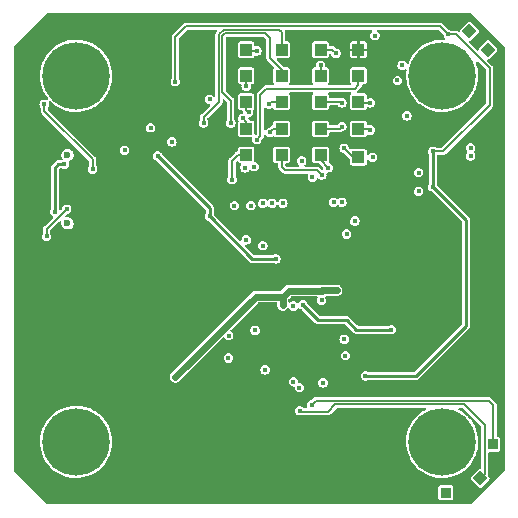
<source format=gbr>
%TF.GenerationSoftware,KiCad,Pcbnew,(6.0.7)*%
%TF.CreationDate,2025-06-09T21:53:25+08:00*%
%TF.ProjectId,ESP32-S3-MINI-1-N8_V6,45535033-322d-4533-932d-4d494e492d31,rev?*%
%TF.SameCoordinates,PX6a24da0PY78114e0*%
%TF.FileFunction,Copper,L4,Bot*%
%TF.FilePolarity,Positive*%
%FSLAX46Y46*%
G04 Gerber Fmt 4.6, Leading zero omitted, Abs format (unit mm)*
G04 Created by KiCad (PCBNEW (6.0.7)) date 2025-06-09 21:53:25*
%MOMM*%
%LPD*%
G01*
G04 APERTURE LIST*
G04 Aperture macros list*
%AMRotRect*
0 Rectangle, with rotation*
0 The origin of the aperture is its center*
0 $1 length*
0 $2 width*
0 $3 Rotation angle, in degrees counterclockwise*
0 Add horizontal line*
21,1,$1,$2,0,0,$3*%
G04 Aperture macros list end*
%TA.AperFunction,ComponentPad*%
%ADD10C,5.700000*%
%TD*%
%TA.AperFunction,ComponentPad*%
%ADD11R,0.850000X0.850000*%
%TD*%
%TA.AperFunction,ComponentPad*%
%ADD12RotRect,0.850000X0.850000X45.000000*%
%TD*%
%TA.AperFunction,ComponentPad*%
%ADD13C,0.600000*%
%TD*%
%TA.AperFunction,SMDPad,CuDef*%
%ADD14R,1.000000X1.000000*%
%TD*%
%TA.AperFunction,ViaPad*%
%ADD15C,0.400000*%
%TD*%
%TA.AperFunction,Conductor*%
%ADD16C,0.560000*%
%TD*%
%TA.AperFunction,Conductor*%
%ADD17C,0.200000*%
%TD*%
%TA.AperFunction,Conductor*%
%ADD18C,0.280000*%
%TD*%
G04 APERTURE END LIST*
D10*
%TO.P,REF\u002A\u002A,1*%
%TO.N,N/C*%
X36500000Y36500000D03*
%TD*%
%TO.P,REF\u002A\u002A,1*%
%TO.N,N/C*%
X36500000Y5500000D03*
%TD*%
%TO.P,REF\u002A\u002A,1*%
%TO.N,N/C*%
X5500000Y5500000D03*
%TD*%
D11*
%TO.P,J3,1,Pin_1*%
%TO.N,/INDEX*%
X40800000Y5300000D03*
%TD*%
D12*
%TO.P,J4,1,Pin_1*%
%TO.N,/DIAG*%
X39700000Y2400000D03*
%TD*%
D13*
%TO.P,USB1,*%
%TO.N,*%
X4767500Y29790000D03*
X4767500Y24010000D03*
%TD*%
D11*
%TO.P,J1,1,Pin_1*%
%TO.N,Net-(J1-Pad1)*%
X36800000Y1200000D03*
%TD*%
D12*
%TO.P,J2,1,Pin_1*%
%TO.N,/UART0_TX*%
X40370000Y38700000D03*
%TD*%
%TO.P,J5,1,Pin_1*%
%TO.N,/UART0_RX*%
X38780000Y40260000D03*
%TD*%
D10*
%TO.P,REF\u002A\u002A,1*%
%TO.N,N/C*%
X5500000Y36500000D03*
%TD*%
D14*
%TO.P,TP2,1,1*%
%TO.N,/GPIO2*%
X19900000Y36500000D03*
%TD*%
%TO.P,TP10,1,1*%
%TO.N,/GPIO21*%
X22900000Y29800000D03*
%TD*%
%TO.P,TP4,1,1*%
%TO.N,/GPIO5*%
X19900000Y32000000D03*
%TD*%
%TO.P,TP9,1,1*%
%TO.N,/GPIO7*%
X22900000Y36500000D03*
%TD*%
%TO.P,TP1,1,1*%
%TO.N,/GPIO1*%
X19900000Y38700000D03*
%TD*%
%TO.P,TP5,1,1*%
%TO.N,/GPIO12*%
X19900000Y29800000D03*
%TD*%
%TO.P,TP12,1,1*%
%TO.N,/GPIO8*%
X26200000Y36500000D03*
%TD*%
%TO.P,TP13,1,1*%
%TO.N,/GPIO42*%
X29400000Y34300000D03*
%TD*%
%TO.P,TP16,1,1*%
%TO.N,/GPIO39*%
X29400000Y32000000D03*
%TD*%
%TO.P,TP14,1,1*%
%TO.N,/GPIO41*%
X26200000Y34300000D03*
%TD*%
%TO.P,TP17,1,1*%
%TO.N,/GPIO34*%
X26200000Y38700000D03*
%TD*%
%TO.P,TP18,1,1*%
%TO.N,/GPIO33*%
X26200000Y29800000D03*
%TD*%
%TO.P,TP15,1,1*%
%TO.N,/GPIO40*%
X26200000Y32000000D03*
%TD*%
%TO.P,TP6,1,1*%
%TO.N,/GPIO13*%
X22900000Y34300000D03*
%TD*%
%TO.P,TP8,1,1*%
%TO.N,/GPIO6*%
X22900000Y38700000D03*
%TD*%
%TO.P,TP19,1,1*%
%TO.N,/GPIO9*%
X29400000Y36500000D03*
%TD*%
%TO.P,TP20,1,1*%
%TO.N,GND*%
X29400000Y38700000D03*
%TD*%
%TO.P,TP11,1,1*%
%TO.N,/GPIO48*%
X29400000Y29600000D03*
%TD*%
%TO.P,TP3,1,1*%
%TO.N,/GPIO4*%
X19900000Y34300000D03*
%TD*%
%TO.P,TP7,1,1*%
%TO.N,/GPIO14*%
X22900000Y32000000D03*
%TD*%
D15*
%TO.N,GND*%
X24660000Y30830000D03*
X27700000Y10800000D03*
X21250000Y16250000D03*
X10500000Y34300000D03*
X9600000Y18200000D03*
X6900000Y30700000D03*
X29210000Y16190000D03*
%TO.N,/24V*%
X23000000Y17100000D03*
X14400000Y11500000D03*
X27550000Y18340000D03*
X13900000Y11000000D03*
%TO.N,/3V3*%
X35700000Y27100000D03*
X35700000Y30100000D03*
X30000000Y11100000D03*
X13900000Y36000000D03*
X37000000Y40000000D03*
%TO.N,/5V*%
X22400000Y21000000D03*
X12400000Y29700000D03*
X16800000Y24600000D03*
%TO.N,/ESP32_EN*%
X30800000Y39900000D03*
X29100000Y24200000D03*
%TO.N,Net-(J1-Pad1)*%
X28400000Y23100000D03*
%TO.N,/INDEX*%
X25440000Y8620000D03*
%TO.N,/DIAG*%
X24430000Y8140000D03*
%TO.N,/5V_USB*%
X3700000Y25000000D03*
X4500000Y29000000D03*
%TO.N,/GPIO3*%
X16800000Y34500000D03*
X13600000Y30900000D03*
%TO.N,/GPIO45*%
X32700000Y36100000D03*
X38900000Y29700000D03*
%TO.N,/GPIO46*%
X33100000Y37400000D03*
X38900000Y30400000D03*
%TO.N,Net-(R1-Pad1)*%
X3000000Y22900000D03*
X4700000Y25200000D03*
%TO.N,/MISO*%
X20300000Y25500000D03*
X30600000Y29600000D03*
%TO.N,/CS*%
X33500000Y33100000D03*
X18900000Y25500000D03*
%TO.N,/M13*%
X24700000Y17100000D03*
X32200000Y15000000D03*
%TO.N,/BRB*%
X23900000Y17000000D03*
X18400000Y12600000D03*
%TO.N,/BRA*%
X18412604Y14500000D03*
X26280000Y17480000D03*
%TO.N,/SCLK*%
X19900000Y22600000D03*
X34500000Y28300000D03*
%TO.N,/MOSI*%
X21302421Y22112579D03*
X34502421Y26712579D03*
%TO.N,/MCU_USB_D_P*%
X25500000Y27900000D03*
X9600000Y30200000D03*
%TO.N,/MCU_USB_D_N*%
X11800000Y32100000D03*
X24600000Y29300000D03*
%TO.N,/DIR*%
X27300000Y25800000D03*
X28200000Y14200000D03*
%TO.N,/STP*%
X28300000Y12800000D03*
X28000000Y25800000D03*
%TO.N,/GPIO1*%
X20800000Y38600000D03*
%TO.N,/GPIO2*%
X19900000Y35600000D03*
%TO.N,/GPIO4*%
X20100000Y33400000D03*
%TO.N,/GPIO5*%
X19600000Y32900000D03*
%TO.N,/GPIO12*%
X18700000Y27700000D03*
%TO.N,/GPIO13*%
X21800000Y34100000D03*
%TO.N,/GPIO14*%
X21900000Y31700000D03*
%TO.N,/GPIO6*%
X16300000Y32500000D03*
%TO.N,/GPIO7*%
X18600000Y32500000D03*
%TO.N,/GPIO21*%
X26300000Y28100000D03*
%TO.N,/GPIO48*%
X28200000Y30360000D03*
%TO.N,/GPIO8*%
X26200000Y37400000D03*
%TO.N,/GPIO42*%
X30400000Y34200000D03*
%TO.N,/GPIO41*%
X28000000Y34200000D03*
%TO.N,/GPIO40*%
X28000000Y32200000D03*
%TO.N,/GPIO39*%
X30400000Y31900000D03*
%TO.N,/GPIO34*%
X27500000Y38400000D03*
%TO.N,/GPIO33*%
X26840000Y28710000D03*
%TO.N,/GPIO9*%
X20800000Y31100000D03*
%TO.N,/TXD1*%
X26400000Y10500000D03*
X23000000Y25700000D03*
%TO.N,/MS2*%
X24400000Y10100000D03*
X22100000Y25700000D03*
%TO.N,/MS1*%
X21300000Y25700000D03*
X23900000Y10600000D03*
%TO.N,/Spread*%
X21500000Y11600000D03*
X19800000Y28700000D03*
%TO.N,/TMC_EN*%
X20600000Y28800000D03*
X20650000Y14960000D03*
%TO.N,Net-(R13-Pad1)*%
X6900000Y28600000D03*
X2800000Y34100000D03*
%TD*%
D16*
%TO.N,/24V*%
X26320000Y18340000D02*
X26290000Y18310000D01*
X23000000Y17800000D02*
X23000000Y17100000D01*
X13900000Y11000000D02*
X14400000Y11500000D01*
X23000000Y17800000D02*
X20700000Y17800000D01*
X26290000Y18310000D02*
X23510000Y18310000D01*
X20700000Y17800000D02*
X14400000Y11500000D01*
X23510000Y18310000D02*
X23000000Y17800000D01*
X27550000Y18340000D02*
X26320000Y18340000D01*
D17*
%TO.N,/3V3*%
X40500000Y37130000D02*
X37630000Y40000000D01*
X40500000Y34000000D02*
X40500000Y37130000D01*
D18*
X34300000Y11100000D02*
X38500000Y15300000D01*
X38500000Y15300000D02*
X38500000Y24300000D01*
D17*
X37000000Y40000000D02*
X36300000Y40700000D01*
D18*
X38500000Y24300000D02*
X35700000Y27100000D01*
D17*
X37630000Y40000000D02*
X37000000Y40000000D01*
D18*
X35700000Y27100000D02*
X35700000Y30100000D01*
D17*
X36600000Y30100000D02*
X40500000Y34000000D01*
D18*
X30000000Y11100000D02*
X34300000Y11100000D01*
D17*
X14800000Y40700000D02*
X13900000Y39800000D01*
X13900000Y39800000D02*
X13900000Y36000000D01*
X35700000Y30100000D02*
X36600000Y30100000D01*
X36300000Y40700000D02*
X14800000Y40700000D01*
D18*
%TO.N,/5V*%
X12400000Y29700000D02*
X16800000Y25300000D01*
X16800000Y25300000D02*
X16800000Y24600000D01*
X20400000Y21000000D02*
X16800000Y24600000D01*
X22400000Y21000000D02*
X20400000Y21000000D01*
D17*
%TO.N,/INDEX*%
X40800000Y8600000D02*
X40800000Y5300000D01*
X25800000Y8980000D02*
X40420000Y8980000D01*
X40420000Y8980000D02*
X40800000Y8600000D01*
X25440000Y8620000D02*
X25800000Y8980000D01*
%TO.N,/DIAG*%
X24510000Y8060000D02*
X26830000Y8060000D01*
X27460000Y8690000D02*
X38330000Y8690000D01*
X40100000Y2800000D02*
X39700000Y2400000D01*
X24430000Y8140000D02*
X24510000Y8060000D01*
X26830000Y8060000D02*
X27460000Y8690000D01*
X38330000Y8690000D02*
X40100000Y6920000D01*
X40100000Y6920000D02*
X40100000Y2800000D01*
D18*
%TO.N,/5V_USB*%
X4000000Y29000000D02*
X4500000Y29000000D01*
X3700000Y28700000D02*
X4000000Y29000000D01*
X3700000Y25000000D02*
X3700000Y28700000D01*
D17*
%TO.N,Net-(R1-Pad1)*%
X3000000Y22900000D02*
X3000000Y23500000D01*
X3000000Y23500000D02*
X4700000Y25200000D01*
D18*
%TO.N,/M13*%
X26010000Y15790000D02*
X28410000Y15790000D01*
X24700000Y17100000D02*
X26010000Y15790000D01*
X28410000Y15790000D02*
X29200000Y15000000D01*
X29200000Y15000000D02*
X32200000Y15000000D01*
D17*
%TO.N,/GPIO1*%
X20800000Y38600000D02*
X19900000Y38600000D01*
%TO.N,/GPIO2*%
X19900000Y36500000D02*
X19900000Y35600000D01*
%TO.N,/GPIO4*%
X19900000Y33600000D02*
X20100000Y33400000D01*
X19900000Y34300000D02*
X19900000Y33600000D01*
%TO.N,/GPIO5*%
X19900000Y32000000D02*
X19900000Y32600000D01*
X19900000Y32600000D02*
X19600000Y32900000D01*
%TO.N,/GPIO12*%
X18700000Y29300000D02*
X19200000Y29800000D01*
X18700000Y27700000D02*
X18700000Y29300000D01*
X19200000Y29800000D02*
X19900000Y29800000D01*
%TO.N,/GPIO13*%
X22900000Y34300000D02*
X22000000Y34300000D01*
X22000000Y34300000D02*
X21800000Y34100000D01*
%TO.N,/GPIO14*%
X22200000Y32000000D02*
X22900000Y32000000D01*
X21900000Y31700000D02*
X22200000Y32000000D01*
%TO.N,/GPIO6*%
X16300000Y32500000D02*
X16300000Y33000000D01*
X22900000Y40200000D02*
X22900000Y38700000D01*
X17600000Y34300000D02*
X17600000Y40000000D01*
X17600000Y40000000D02*
X18010000Y40410000D01*
X18010000Y40410000D02*
X22690000Y40410000D01*
X22690000Y40410000D02*
X22900000Y40200000D01*
X16300000Y33000000D02*
X17600000Y34300000D01*
%TO.N,/GPIO7*%
X21900000Y38000000D02*
X22900000Y37000000D01*
X21900000Y39720000D02*
X21900000Y38000000D01*
X21500000Y40120000D02*
X21900000Y39720000D01*
X17890000Y39879878D02*
X18130122Y40120000D01*
X17890000Y35090000D02*
X17890000Y39879878D01*
X18600000Y34380000D02*
X17890000Y35090000D01*
X18130122Y40120000D02*
X21500000Y40120000D01*
X18600000Y32500000D02*
X18600000Y34380000D01*
X22900000Y37000000D02*
X22900000Y36500000D01*
%TO.N,/GPIO21*%
X22900000Y28800000D02*
X22900000Y29800000D01*
X23200000Y28500000D02*
X22900000Y28800000D01*
X25900000Y28500000D02*
X23200000Y28500000D01*
X26300000Y28100000D02*
X25900000Y28500000D01*
%TO.N,/GPIO48*%
X28200000Y30360000D02*
X28960000Y29600000D01*
X28960000Y29600000D02*
X29400000Y29600000D01*
%TO.N,/GPIO8*%
X26200000Y37400000D02*
X26200000Y36500000D01*
%TO.N,/GPIO42*%
X30400000Y34200000D02*
X29500000Y34200000D01*
X29500000Y34200000D02*
X29400000Y34300000D01*
%TO.N,/GPIO41*%
X28000000Y34200000D02*
X27900000Y34300000D01*
X27900000Y34300000D02*
X26200000Y34300000D01*
%TO.N,/GPIO40*%
X28000000Y32200000D02*
X27800000Y32000000D01*
X27800000Y32000000D02*
X26200000Y32000000D01*
%TO.N,/GPIO39*%
X30400000Y31900000D02*
X30300000Y32000000D01*
X30300000Y32000000D02*
X29400000Y32000000D01*
%TO.N,/GPIO34*%
X26200000Y38700000D02*
X27200000Y38700000D01*
X27200000Y38700000D02*
X27500000Y38400000D01*
%TO.N,/GPIO33*%
X26200000Y29350000D02*
X26200000Y29800000D01*
X26840000Y28710000D02*
X26200000Y29350000D01*
%TO.N,/GPIO9*%
X29400000Y36500000D02*
X29400000Y35700000D01*
X29400000Y35700000D02*
X29100000Y35400000D01*
X29100000Y35400000D02*
X21600000Y35400000D01*
X21100000Y34900000D02*
X21100000Y31400000D01*
X21100000Y31400000D02*
X20800000Y31100000D01*
X21600000Y35400000D02*
X21100000Y34900000D01*
%TO.N,Net-(R13-Pad1)*%
X2800000Y33511127D02*
X2800000Y34100000D01*
X6900000Y28600000D02*
X6900000Y29411127D01*
X6900000Y29411127D02*
X2800000Y33511127D01*
%TD*%
%TA.AperFunction,Conductor*%
%TO.N,GND*%
G36*
X38934133Y41780593D02*
G01*
X38945946Y41770504D01*
X41770504Y38945946D01*
X41798281Y38891429D01*
X41799500Y38875942D01*
X41799500Y3124058D01*
X41780593Y3065867D01*
X41770504Y3054054D01*
X38945946Y229496D01*
X38891429Y201719D01*
X38875942Y200500D01*
X3124058Y200500D01*
X3065867Y219407D01*
X3054054Y229496D01*
X2528298Y755252D01*
X36174500Y755252D01*
X36186133Y696769D01*
X36230448Y630448D01*
X36296769Y586133D01*
X36306332Y584231D01*
X36306334Y584230D01*
X36329005Y579721D01*
X36355252Y574500D01*
X37244748Y574500D01*
X37270995Y579721D01*
X37293666Y584230D01*
X37293668Y584231D01*
X37303231Y586133D01*
X37369552Y630448D01*
X37413867Y696769D01*
X37425500Y755252D01*
X37425500Y1644748D01*
X37413867Y1703231D01*
X37369552Y1769552D01*
X37303231Y1813867D01*
X37293668Y1815769D01*
X37293666Y1815770D01*
X37270995Y1820279D01*
X37244748Y1825500D01*
X36355252Y1825500D01*
X36329005Y1820279D01*
X36306334Y1815770D01*
X36306332Y1815769D01*
X36296769Y1813867D01*
X36230448Y1769552D01*
X36186133Y1703231D01*
X36174500Y1644748D01*
X36174500Y755252D01*
X2528298Y755252D01*
X229496Y3054054D01*
X201719Y3108571D01*
X200500Y3124058D01*
X200500Y5542659D01*
X2444991Y5542659D01*
X2459275Y5201854D01*
X2511459Y4864766D01*
X2600892Y4535595D01*
X2726461Y4218445D01*
X2727750Y4216020D01*
X2727755Y4216010D01*
X2788885Y4101042D01*
X2886600Y3917268D01*
X2888162Y3914987D01*
X3077751Y3638098D01*
X3077756Y3638092D01*
X3079312Y3635819D01*
X3302196Y3377605D01*
X3552474Y3145845D01*
X3554692Y3144209D01*
X3554699Y3144204D01*
X3662391Y3064807D01*
X3827026Y2943428D01*
X3829421Y2942045D01*
X3829426Y2942042D01*
X4120047Y2774252D01*
X4120053Y2774249D01*
X4122431Y2772876D01*
X4435005Y2636316D01*
X4437639Y2635501D01*
X4437638Y2635501D01*
X4758213Y2536266D01*
X4758222Y2536264D01*
X4760854Y2535449D01*
X5095916Y2471532D01*
X5436014Y2445363D01*
X5438766Y2445459D01*
X5438771Y2445459D01*
X5663906Y2453321D01*
X5776910Y2457267D01*
X6114355Y2507097D01*
X6117024Y2507802D01*
X6117028Y2507803D01*
X6441482Y2593527D01*
X6441485Y2593528D01*
X6444142Y2594230D01*
X6762161Y2717582D01*
X7064448Y2875614D01*
X7347236Y3066357D01*
X7349349Y3068155D01*
X7604895Y3285642D01*
X7604898Y3285645D01*
X7606999Y3287433D01*
X7840501Y3536087D01*
X7913549Y3633732D01*
X8043170Y3806999D01*
X8043176Y3807008D01*
X8044830Y3809219D01*
X8046226Y3811599D01*
X8046231Y3811606D01*
X8216041Y4101042D01*
X8217440Y4103426D01*
X8356179Y4415039D01*
X8395269Y4538266D01*
X8458486Y4737549D01*
X8458487Y4737555D01*
X8459319Y4740176D01*
X8483460Y4862095D01*
X8525037Y5072074D01*
X8525038Y5072081D01*
X8525573Y5074783D01*
X8554116Y5414691D01*
X8555307Y5500000D01*
X8552769Y5545409D01*
X8536420Y5837818D01*
X8536266Y5840572D01*
X8479381Y6176899D01*
X8385360Y6504789D01*
X8255375Y6820155D01*
X8091047Y7119066D01*
X8086616Y7125348D01*
X7896013Y7395545D01*
X7896009Y7395549D01*
X7894424Y7397797D01*
X7667956Y7652874D01*
X7665907Y7654719D01*
X7665903Y7654723D01*
X7416530Y7879260D01*
X7416524Y7879264D01*
X7414467Y7881117D01*
X7237579Y8007756D01*
X7139370Y8078067D01*
X7139365Y8078070D01*
X7137115Y8079681D01*
X7134698Y8081032D01*
X7134693Y8081035D01*
X7029187Y8140000D01*
X24024508Y8140000D01*
X24044354Y8014696D01*
X24101950Y7901658D01*
X24191658Y7811950D01*
X24198595Y7808415D01*
X24198597Y7808414D01*
X24297701Y7757918D01*
X24304696Y7754354D01*
X24312390Y7753135D01*
X24312391Y7753135D01*
X24422303Y7735727D01*
X24430000Y7734508D01*
X24555304Y7754354D01*
X24557523Y7755485D01*
X24582877Y7759500D01*
X26776492Y7759500D01*
X26780617Y7759197D01*
X26785342Y7757575D01*
X26834761Y7759430D01*
X26838474Y7759500D01*
X26857948Y7759500D01*
X26862378Y7760325D01*
X26867571Y7760661D01*
X26883602Y7761263D01*
X26888075Y7761431D01*
X26897208Y7761774D01*
X26905602Y7765380D01*
X26905605Y7765381D01*
X26907783Y7766317D01*
X26928734Y7772683D01*
X26940053Y7774791D01*
X26962729Y7788768D01*
X26975596Y7795452D01*
X26993642Y7803205D01*
X26993643Y7803206D01*
X27000063Y7805964D01*
X27004949Y7809978D01*
X27009313Y7814342D01*
X27027368Y7828613D01*
X27035348Y7833532D01*
X27053018Y7856769D01*
X27061810Y7866839D01*
X27555475Y8360504D01*
X27609992Y8388281D01*
X27625479Y8389500D01*
X35039008Y8389500D01*
X35097199Y8370593D01*
X35133163Y8321093D01*
X35133163Y8259907D01*
X35097199Y8210407D01*
X35086095Y8203415D01*
X34901491Y8103601D01*
X34901482Y8103596D01*
X34899062Y8102287D01*
X34618965Y7907615D01*
X34616881Y7905790D01*
X34616879Y7905789D01*
X34499699Y7803205D01*
X34362314Y7682933D01*
X34360453Y7680895D01*
X34360452Y7680894D01*
X34292385Y7606351D01*
X34132307Y7431044D01*
X33931811Y7155085D01*
X33930444Y7152678D01*
X33930443Y7152677D01*
X33927260Y7147073D01*
X33763326Y6858497D01*
X33762237Y6855955D01*
X33762233Y6855948D01*
X33718762Y6754521D01*
X33628951Y6544977D01*
X33628155Y6542342D01*
X33628154Y6542338D01*
X33616014Y6502129D01*
X33530361Y6218431D01*
X33468785Y5882932D01*
X33468592Y5880174D01*
X33468592Y5880173D01*
X33458783Y5739890D01*
X33444991Y5542659D01*
X33459275Y5201854D01*
X33511459Y4864766D01*
X33600892Y4535595D01*
X33726461Y4218445D01*
X33727750Y4216020D01*
X33727755Y4216010D01*
X33788885Y4101042D01*
X33886600Y3917268D01*
X33888162Y3914987D01*
X34077751Y3638098D01*
X34077756Y3638092D01*
X34079312Y3635819D01*
X34302196Y3377605D01*
X34552474Y3145845D01*
X34554692Y3144209D01*
X34554699Y3144204D01*
X34662391Y3064807D01*
X34827026Y2943428D01*
X34829421Y2942045D01*
X34829426Y2942042D01*
X35120047Y2774252D01*
X35120053Y2774249D01*
X35122431Y2772876D01*
X35435005Y2636316D01*
X35437639Y2635501D01*
X35437638Y2635501D01*
X35758213Y2536266D01*
X35758222Y2536264D01*
X35760854Y2535449D01*
X36095916Y2471532D01*
X36436014Y2445363D01*
X36438766Y2445459D01*
X36438771Y2445459D01*
X36663906Y2453321D01*
X36776910Y2457267D01*
X37114355Y2507097D01*
X37117024Y2507802D01*
X37117028Y2507803D01*
X37441482Y2593527D01*
X37441485Y2593528D01*
X37444142Y2594230D01*
X37762161Y2717582D01*
X38064448Y2875614D01*
X38347236Y3066357D01*
X38349349Y3068155D01*
X38604895Y3285642D01*
X38604898Y3285645D01*
X38606999Y3287433D01*
X38840501Y3536087D01*
X38913549Y3633732D01*
X39043170Y3806999D01*
X39043176Y3807008D01*
X39044830Y3809219D01*
X39046226Y3811599D01*
X39046231Y3811606D01*
X39216041Y4101042D01*
X39217440Y4103426D01*
X39356179Y4415039D01*
X39395269Y4538266D01*
X39458486Y4737549D01*
X39458487Y4737555D01*
X39459319Y4740176D01*
X39483460Y4862095D01*
X39525037Y5072074D01*
X39525038Y5072081D01*
X39525573Y5074783D01*
X39554116Y5414691D01*
X39555307Y5500000D01*
X39552769Y5545409D01*
X39536420Y5837818D01*
X39536266Y5840572D01*
X39479381Y6176899D01*
X39385360Y6504789D01*
X39255375Y6820155D01*
X39091047Y7119066D01*
X39086616Y7125348D01*
X38896013Y7395545D01*
X38896009Y7395549D01*
X38894424Y7397797D01*
X38866889Y7428811D01*
X38712048Y7603212D01*
X38687552Y7659280D01*
X38693073Y7684392D01*
X38662244Y7679509D01*
X38611487Y7703719D01*
X38416530Y7879260D01*
X38416524Y7879264D01*
X38414467Y7881117D01*
X38237579Y8007756D01*
X38139370Y8078067D01*
X38139365Y8078070D01*
X38137115Y8079681D01*
X38134698Y8081032D01*
X38134693Y8081035D01*
X37914528Y8204081D01*
X37872956Y8248974D01*
X37865711Y8309729D01*
X37895561Y8363139D01*
X37951104Y8388804D01*
X37962826Y8389500D01*
X38164521Y8389500D01*
X38222712Y8370593D01*
X38234525Y8360504D01*
X38747735Y7847294D01*
X38775512Y7792777D01*
X38770643Y7762034D01*
X38807339Y7765632D01*
X38856084Y7738945D01*
X39770504Y6824525D01*
X39798281Y6770008D01*
X39799500Y6754521D01*
X39799500Y3302566D01*
X39780593Y3244375D01*
X39731093Y3208411D01*
X39705545Y3204365D01*
X39700000Y3205468D01*
X39690437Y3203566D01*
X39631330Y3191810D01*
X39631328Y3191809D01*
X39621769Y3189908D01*
X39572189Y3156780D01*
X38943220Y2527811D01*
X38910092Y2478231D01*
X38908191Y2468672D01*
X38908190Y2468670D01*
X38896434Y2409563D01*
X38894532Y2400000D01*
X38910092Y2321769D01*
X38943220Y2272189D01*
X39572189Y1643220D01*
X39621769Y1610092D01*
X39631328Y1608191D01*
X39631330Y1608190D01*
X39690437Y1596434D01*
X39700000Y1594532D01*
X39709563Y1596434D01*
X39768670Y1608190D01*
X39768672Y1608191D01*
X39778231Y1610092D01*
X39827811Y1643220D01*
X40456780Y2272189D01*
X40489908Y2321769D01*
X40505468Y2400000D01*
X40503566Y2409563D01*
X40491810Y2468670D01*
X40491809Y2468672D01*
X40489908Y2478231D01*
X40456780Y2527811D01*
X40404429Y2580162D01*
X40376652Y2634679D01*
X40381999Y2675552D01*
X40379492Y2676147D01*
X40385641Y2702058D01*
X40390014Y2715884D01*
X40397294Y2734132D01*
X40397294Y2734134D01*
X40399883Y2740622D01*
X40400500Y2746915D01*
X40400500Y2753084D01*
X40403175Y2775943D01*
X40403230Y2776173D01*
X40403230Y2776175D01*
X40405340Y2785066D01*
X40401404Y2813988D01*
X40400500Y2827337D01*
X40400500Y4575500D01*
X40419407Y4633691D01*
X40468907Y4669655D01*
X40499500Y4674500D01*
X41244748Y4674500D01*
X41270995Y4679721D01*
X41293666Y4684230D01*
X41293668Y4684231D01*
X41303231Y4686133D01*
X41369552Y4730448D01*
X41413867Y4796769D01*
X41425500Y4855252D01*
X41425500Y5744748D01*
X41413867Y5803231D01*
X41369552Y5869552D01*
X41303231Y5913867D01*
X41293668Y5915769D01*
X41293666Y5915770D01*
X41270995Y5920279D01*
X41244748Y5925500D01*
X41199500Y5925500D01*
X41141309Y5944407D01*
X41105345Y5993907D01*
X41100500Y6024500D01*
X41100500Y8546492D01*
X41100803Y8550617D01*
X41102425Y8555342D01*
X41100570Y8604761D01*
X41100500Y8608474D01*
X41100500Y8627948D01*
X41099675Y8632378D01*
X41099338Y8637583D01*
X41098569Y8658075D01*
X41098226Y8667208D01*
X41094620Y8675602D01*
X41094619Y8675605D01*
X41093683Y8677783D01*
X41087317Y8698734D01*
X41085209Y8710053D01*
X41071232Y8732729D01*
X41064548Y8745596D01*
X41056795Y8763642D01*
X41056794Y8763643D01*
X41054036Y8770063D01*
X41050022Y8774949D01*
X41045658Y8779313D01*
X41031387Y8797368D01*
X41031264Y8797567D01*
X41026468Y8805348D01*
X41003231Y8823018D01*
X40993161Y8831810D01*
X40670320Y9154651D01*
X40667620Y9157780D01*
X40665425Y9162269D01*
X40629178Y9195893D01*
X40626502Y9198469D01*
X40612723Y9212248D01*
X40609013Y9214793D01*
X40605100Y9218229D01*
X40590055Y9232185D01*
X40583354Y9238401D01*
X40572664Y9242666D01*
X40553348Y9252980D01*
X40551393Y9254321D01*
X40551390Y9254322D01*
X40543854Y9259492D01*
X40517941Y9265641D01*
X40504116Y9270014D01*
X40485868Y9277294D01*
X40485866Y9277294D01*
X40479378Y9279883D01*
X40473085Y9280500D01*
X40466916Y9280500D01*
X40444057Y9283175D01*
X40443827Y9283230D01*
X40443825Y9283230D01*
X40434934Y9285340D01*
X40407174Y9281562D01*
X40406013Y9281404D01*
X40392663Y9280500D01*
X25853508Y9280500D01*
X25849383Y9280803D01*
X25844658Y9282425D01*
X25795239Y9280570D01*
X25791526Y9280500D01*
X25772052Y9280500D01*
X25767622Y9279675D01*
X25762429Y9279339D01*
X25746398Y9278737D01*
X25741925Y9278569D01*
X25732792Y9278226D01*
X25724398Y9274620D01*
X25724395Y9274619D01*
X25722217Y9273683D01*
X25701266Y9267317D01*
X25689947Y9265209D01*
X25682164Y9260412D01*
X25682165Y9260412D01*
X25667272Y9251232D01*
X25654404Y9244548D01*
X25636358Y9236795D01*
X25636357Y9236794D01*
X25629937Y9234036D01*
X25625051Y9230022D01*
X25620687Y9225658D01*
X25602632Y9211387D01*
X25594652Y9206468D01*
X25576982Y9183231D01*
X25568190Y9173161D01*
X25439600Y9044571D01*
X25385083Y9016794D01*
X25322391Y9006865D01*
X25322389Y9006864D01*
X25314696Y9005646D01*
X25307757Y9002110D01*
X25307756Y9002110D01*
X25208597Y8951586D01*
X25208595Y8951585D01*
X25201658Y8948050D01*
X25111950Y8858342D01*
X25108415Y8851405D01*
X25108414Y8851403D01*
X25070327Y8776653D01*
X25054354Y8745304D01*
X25034508Y8620000D01*
X25035727Y8612303D01*
X25051852Y8510496D01*
X25054354Y8494696D01*
X25057131Y8489246D01*
X25057132Y8428908D01*
X25021168Y8379408D01*
X24962977Y8360500D01*
X24816900Y8360500D01*
X24758709Y8379407D01*
X24746896Y8389496D01*
X24668342Y8468050D01*
X24661405Y8471585D01*
X24661403Y8471586D01*
X24562244Y8522110D01*
X24562243Y8522110D01*
X24555304Y8525646D01*
X24547610Y8526865D01*
X24547609Y8526865D01*
X24437697Y8544273D01*
X24430000Y8545492D01*
X24422303Y8544273D01*
X24312391Y8526865D01*
X24312390Y8526865D01*
X24304696Y8525646D01*
X24297757Y8522110D01*
X24297756Y8522110D01*
X24198597Y8471586D01*
X24198595Y8471585D01*
X24191658Y8468050D01*
X24101950Y8378342D01*
X24098415Y8371405D01*
X24098414Y8371403D01*
X24093480Y8361719D01*
X24044354Y8265304D01*
X24043135Y8257610D01*
X24043135Y8257609D01*
X24041481Y8247167D01*
X24024508Y8140000D01*
X7029187Y8140000D01*
X6841777Y8244740D01*
X6841778Y8244740D01*
X6839358Y8246092D01*
X6836810Y8247163D01*
X6836802Y8247167D01*
X6644460Y8328020D01*
X6524908Y8378275D01*
X6522266Y8379053D01*
X6522262Y8379054D01*
X6392161Y8417344D01*
X6197682Y8474582D01*
X6029721Y8504198D01*
X5864479Y8533335D01*
X5864471Y8533336D01*
X5861760Y8533814D01*
X5521330Y8555233D01*
X5518569Y8555098D01*
X5518565Y8555098D01*
X5228968Y8540934D01*
X5180633Y8538570D01*
X4843918Y8484034D01*
X4515379Y8392304D01*
X4439679Y8361719D01*
X4201675Y8265559D01*
X4201671Y8265557D01*
X4199114Y8264524D01*
X4196690Y8263213D01*
X4196685Y8263211D01*
X3901491Y8103601D01*
X3901482Y8103596D01*
X3899062Y8102287D01*
X3618965Y7907615D01*
X3616881Y7905790D01*
X3616879Y7905789D01*
X3499699Y7803205D01*
X3362314Y7682933D01*
X3360453Y7680895D01*
X3360452Y7680894D01*
X3292385Y7606351D01*
X3132307Y7431044D01*
X2931811Y7155085D01*
X2930444Y7152678D01*
X2930443Y7152677D01*
X2927260Y7147073D01*
X2763326Y6858497D01*
X2762237Y6855955D01*
X2762233Y6855948D01*
X2718762Y6754521D01*
X2628951Y6544977D01*
X2628155Y6542342D01*
X2628154Y6542338D01*
X2616014Y6502129D01*
X2530361Y6218431D01*
X2468785Y5882932D01*
X2468592Y5880174D01*
X2468592Y5880173D01*
X2458783Y5739890D01*
X2444991Y5542659D01*
X200500Y5542659D01*
X200500Y10966982D01*
X13415683Y10966982D01*
X13417155Y10960087D01*
X13417155Y10960085D01*
X13432786Y10886865D01*
X13444417Y10832378D01*
X13471220Y10782704D01*
X13506192Y10717890D01*
X13509775Y10711249D01*
X13606503Y10613331D01*
X13726825Y10546499D01*
X13861068Y10516123D01*
X13935018Y10520711D01*
X13991402Y10524208D01*
X13991404Y10524208D01*
X13998441Y10524645D01*
X14127901Y10571381D01*
X14167076Y10600000D01*
X23494508Y10600000D01*
X23495727Y10592303D01*
X23512620Y10485646D01*
X23514354Y10474696D01*
X23517890Y10467757D01*
X23517890Y10467756D01*
X23565307Y10374696D01*
X23571950Y10361658D01*
X23661658Y10271950D01*
X23668595Y10268415D01*
X23668597Y10268414D01*
X23767756Y10217890D01*
X23774696Y10214354D01*
X23782390Y10213135D01*
X23782391Y10213135D01*
X23892303Y10195727D01*
X23900000Y10194508D01*
X23900322Y10194559D01*
X23954918Y10176820D01*
X23990882Y10127320D01*
X23994858Y10102212D01*
X23994508Y10100000D01*
X24014354Y9974696D01*
X24071950Y9861658D01*
X24161658Y9771950D01*
X24168595Y9768415D01*
X24168597Y9768414D01*
X24267756Y9717890D01*
X24274696Y9714354D01*
X24282390Y9713135D01*
X24282391Y9713135D01*
X24392303Y9695727D01*
X24400000Y9694508D01*
X24407697Y9695727D01*
X24517609Y9713135D01*
X24517610Y9713135D01*
X24525304Y9714354D01*
X24532244Y9717890D01*
X24631403Y9768414D01*
X24631405Y9768415D01*
X24638342Y9771950D01*
X24728050Y9861658D01*
X24785646Y9974696D01*
X24805492Y10100000D01*
X24801165Y10127320D01*
X24786865Y10217609D01*
X24786865Y10217610D01*
X24785646Y10225304D01*
X24728050Y10338342D01*
X24638342Y10428050D01*
X24631405Y10431585D01*
X24631403Y10431586D01*
X24532244Y10482110D01*
X24532243Y10482110D01*
X24525304Y10485646D01*
X24517610Y10486865D01*
X24517609Y10486865D01*
X24434676Y10500000D01*
X25994508Y10500000D01*
X25995727Y10492303D01*
X26005904Y10428050D01*
X26014354Y10374696D01*
X26071950Y10261658D01*
X26161658Y10171950D01*
X26168595Y10168415D01*
X26168597Y10168414D01*
X26249249Y10127320D01*
X26274696Y10114354D01*
X26282390Y10113135D01*
X26282391Y10113135D01*
X26392303Y10095727D01*
X26400000Y10094508D01*
X26407697Y10095727D01*
X26517609Y10113135D01*
X26517610Y10113135D01*
X26525304Y10114354D01*
X26550751Y10127320D01*
X26631403Y10168414D01*
X26631405Y10168415D01*
X26638342Y10171950D01*
X26728050Y10261658D01*
X26785646Y10374696D01*
X26794097Y10428050D01*
X26804273Y10492303D01*
X26805492Y10500000D01*
X26798127Y10546499D01*
X26786865Y10617609D01*
X26786865Y10617610D01*
X26785646Y10625304D01*
X26738471Y10717890D01*
X26731586Y10731403D01*
X26731585Y10731405D01*
X26728050Y10738342D01*
X26638342Y10828050D01*
X26631405Y10831585D01*
X26631403Y10831586D01*
X26532244Y10882110D01*
X26532243Y10882110D01*
X26525304Y10885646D01*
X26517610Y10886865D01*
X26517609Y10886865D01*
X26407697Y10904273D01*
X26400000Y10905492D01*
X26392303Y10904273D01*
X26282391Y10886865D01*
X26282390Y10886865D01*
X26274696Y10885646D01*
X26267757Y10882110D01*
X26267756Y10882110D01*
X26168597Y10831586D01*
X26168595Y10831585D01*
X26161658Y10828050D01*
X26071950Y10738342D01*
X26068415Y10731405D01*
X26068414Y10731403D01*
X26061529Y10717890D01*
X26014354Y10625304D01*
X26013135Y10617610D01*
X26013135Y10617609D01*
X26001873Y10546499D01*
X25994508Y10500000D01*
X24434676Y10500000D01*
X24407697Y10504273D01*
X24400000Y10505492D01*
X24399678Y10505441D01*
X24345082Y10523180D01*
X24309118Y10572680D01*
X24305142Y10597788D01*
X24305492Y10600000D01*
X24290524Y10694508D01*
X24286865Y10717609D01*
X24286865Y10717610D01*
X24285646Y10725304D01*
X24269844Y10756318D01*
X24231586Y10831403D01*
X24231585Y10831405D01*
X24228050Y10838342D01*
X24138342Y10928050D01*
X24131405Y10931585D01*
X24131403Y10931586D01*
X24032244Y10982110D01*
X24032243Y10982110D01*
X24025304Y10985646D01*
X24017610Y10986865D01*
X24017609Y10986865D01*
X23907697Y11004273D01*
X23900000Y11005492D01*
X23892303Y11004273D01*
X23782391Y10986865D01*
X23782390Y10986865D01*
X23774696Y10985646D01*
X23767757Y10982110D01*
X23767756Y10982110D01*
X23668597Y10931586D01*
X23668595Y10931585D01*
X23661658Y10928050D01*
X23571950Y10838342D01*
X23568415Y10831405D01*
X23568414Y10831403D01*
X23530156Y10756318D01*
X23514354Y10725304D01*
X23513135Y10717610D01*
X23513135Y10717609D01*
X23509476Y10694508D01*
X23494508Y10600000D01*
X14167076Y10600000D01*
X14192193Y10618349D01*
X14210209Y10631510D01*
X14210213Y10631514D01*
X14213295Y10633765D01*
X15179530Y11600000D01*
X21094508Y11600000D01*
X21095727Y11592303D01*
X21112620Y11485646D01*
X21114354Y11474696D01*
X21171950Y11361658D01*
X21261658Y11271950D01*
X21268595Y11268415D01*
X21268597Y11268414D01*
X21367756Y11217890D01*
X21374696Y11214354D01*
X21382390Y11213135D01*
X21382391Y11213135D01*
X21492303Y11195727D01*
X21500000Y11194508D01*
X21507697Y11195727D01*
X21617609Y11213135D01*
X21617610Y11213135D01*
X21625304Y11214354D01*
X21632244Y11217890D01*
X21731403Y11268414D01*
X21731405Y11268415D01*
X21738342Y11271950D01*
X21828050Y11361658D01*
X21885646Y11474696D01*
X21887381Y11485646D01*
X21904273Y11592303D01*
X21905492Y11600000D01*
X21885646Y11725304D01*
X21828050Y11838342D01*
X21738342Y11928050D01*
X21731405Y11931585D01*
X21731403Y11931586D01*
X21632244Y11982110D01*
X21632243Y11982110D01*
X21625304Y11985646D01*
X21617610Y11986865D01*
X21617609Y11986865D01*
X21507697Y12004273D01*
X21500000Y12005492D01*
X21492303Y12004273D01*
X21382391Y11986865D01*
X21382390Y11986865D01*
X21374696Y11985646D01*
X21367757Y11982110D01*
X21367756Y11982110D01*
X21268597Y11931586D01*
X21268595Y11931585D01*
X21261658Y11928050D01*
X21171950Y11838342D01*
X21114354Y11725304D01*
X21094508Y11600000D01*
X15179530Y11600000D01*
X16179530Y12600000D01*
X17994508Y12600000D01*
X18014354Y12474696D01*
X18071950Y12361658D01*
X18161658Y12271950D01*
X18168595Y12268415D01*
X18168597Y12268414D01*
X18267756Y12217890D01*
X18274696Y12214354D01*
X18282390Y12213135D01*
X18282391Y12213135D01*
X18392303Y12195727D01*
X18400000Y12194508D01*
X18407697Y12195727D01*
X18517609Y12213135D01*
X18517610Y12213135D01*
X18525304Y12214354D01*
X18532244Y12217890D01*
X18631403Y12268414D01*
X18631405Y12268415D01*
X18638342Y12271950D01*
X18728050Y12361658D01*
X18785646Y12474696D01*
X18805492Y12600000D01*
X18794761Y12667756D01*
X18786865Y12717609D01*
X18786865Y12717610D01*
X18785646Y12725304D01*
X18751508Y12792303D01*
X18747586Y12800000D01*
X27894508Y12800000D01*
X27895727Y12792303D01*
X27906339Y12725304D01*
X27914354Y12674696D01*
X27917890Y12667757D01*
X27917890Y12667756D01*
X27956336Y12592303D01*
X27971950Y12561658D01*
X28061658Y12471950D01*
X28068595Y12468415D01*
X28068597Y12468414D01*
X28167756Y12417890D01*
X28174696Y12414354D01*
X28182390Y12413135D01*
X28182391Y12413135D01*
X28292303Y12395727D01*
X28300000Y12394508D01*
X28307697Y12395727D01*
X28417609Y12413135D01*
X28417610Y12413135D01*
X28425304Y12414354D01*
X28432244Y12417890D01*
X28531403Y12468414D01*
X28531405Y12468415D01*
X28538342Y12471950D01*
X28628050Y12561658D01*
X28643665Y12592303D01*
X28682110Y12667756D01*
X28682110Y12667757D01*
X28685646Y12674696D01*
X28693662Y12725304D01*
X28704273Y12792303D01*
X28705492Y12800000D01*
X28685646Y12925304D01*
X28628050Y13038342D01*
X28538342Y13128050D01*
X28531405Y13131585D01*
X28531403Y13131586D01*
X28432244Y13182110D01*
X28432243Y13182110D01*
X28425304Y13185646D01*
X28417610Y13186865D01*
X28417609Y13186865D01*
X28307697Y13204273D01*
X28300000Y13205492D01*
X28292303Y13204273D01*
X28182391Y13186865D01*
X28182390Y13186865D01*
X28174696Y13185646D01*
X28167757Y13182110D01*
X28167756Y13182110D01*
X28068597Y13131586D01*
X28068595Y13131585D01*
X28061658Y13128050D01*
X27971950Y13038342D01*
X27914354Y12925304D01*
X27894508Y12800000D01*
X18747586Y12800000D01*
X18731586Y12831403D01*
X18731585Y12831405D01*
X18728050Y12838342D01*
X18638342Y12928050D01*
X18631405Y12931585D01*
X18631403Y12931586D01*
X18532244Y12982110D01*
X18532243Y12982110D01*
X18525304Y12985646D01*
X18517610Y12986865D01*
X18517609Y12986865D01*
X18407697Y13004273D01*
X18400000Y13005492D01*
X18392303Y13004273D01*
X18282391Y12986865D01*
X18282390Y12986865D01*
X18274696Y12985646D01*
X18267757Y12982110D01*
X18267756Y12982110D01*
X18168597Y12931586D01*
X18168595Y12931585D01*
X18161658Y12928050D01*
X18071950Y12838342D01*
X18068415Y12831405D01*
X18068414Y12831403D01*
X18048492Y12792303D01*
X18014354Y12725304D01*
X18013135Y12717610D01*
X18013135Y12717609D01*
X18005239Y12667756D01*
X17994508Y12600000D01*
X16179530Y12600000D01*
X17906056Y14326526D01*
X17960573Y14354303D01*
X18021005Y14344732D01*
X18064269Y14301468D01*
X18081016Y14268600D01*
X18081018Y14268597D01*
X18084554Y14261658D01*
X18174262Y14171950D01*
X18181199Y14168415D01*
X18181201Y14168414D01*
X18280360Y14117890D01*
X18287300Y14114354D01*
X18294994Y14113135D01*
X18294995Y14113135D01*
X18404907Y14095727D01*
X18412604Y14094508D01*
X18420301Y14095727D01*
X18530213Y14113135D01*
X18530214Y14113135D01*
X18537908Y14114354D01*
X18544848Y14117890D01*
X18644007Y14168414D01*
X18644009Y14168415D01*
X18650946Y14171950D01*
X18678996Y14200000D01*
X27794508Y14200000D01*
X27795727Y14192303D01*
X27798079Y14177456D01*
X27814354Y14074696D01*
X27871950Y13961658D01*
X27961658Y13871950D01*
X27968595Y13868415D01*
X27968597Y13868414D01*
X28067756Y13817890D01*
X28074696Y13814354D01*
X28082390Y13813135D01*
X28082391Y13813135D01*
X28192303Y13795727D01*
X28200000Y13794508D01*
X28207697Y13795727D01*
X28317609Y13813135D01*
X28317610Y13813135D01*
X28325304Y13814354D01*
X28332244Y13817890D01*
X28431403Y13868414D01*
X28431405Y13868415D01*
X28438342Y13871950D01*
X28528050Y13961658D01*
X28585646Y14074696D01*
X28601922Y14177456D01*
X28604273Y14192303D01*
X28605492Y14200000D01*
X28604273Y14207697D01*
X28586865Y14317609D01*
X28586865Y14317610D01*
X28585646Y14325304D01*
X28564016Y14367756D01*
X28531586Y14431403D01*
X28531585Y14431405D01*
X28528050Y14438342D01*
X28438342Y14528050D01*
X28431405Y14531585D01*
X28431403Y14531586D01*
X28332244Y14582110D01*
X28332243Y14582110D01*
X28325304Y14585646D01*
X28317610Y14586865D01*
X28317609Y14586865D01*
X28207697Y14604273D01*
X28200000Y14605492D01*
X28192303Y14604273D01*
X28082391Y14586865D01*
X28082390Y14586865D01*
X28074696Y14585646D01*
X28067757Y14582110D01*
X28067756Y14582110D01*
X27968597Y14531586D01*
X27968595Y14531585D01*
X27961658Y14528050D01*
X27871950Y14438342D01*
X27868415Y14431405D01*
X27868414Y14431403D01*
X27835984Y14367756D01*
X27814354Y14325304D01*
X27813135Y14317610D01*
X27813135Y14317609D01*
X27795727Y14207697D01*
X27794508Y14200000D01*
X18678996Y14200000D01*
X18740654Y14261658D01*
X18744192Y14268600D01*
X18794714Y14367756D01*
X18794714Y14367757D01*
X18798250Y14374696D01*
X18807232Y14431403D01*
X18816877Y14492303D01*
X18818096Y14500000D01*
X18816877Y14507697D01*
X18799469Y14617609D01*
X18799469Y14617610D01*
X18798250Y14625304D01*
X18782448Y14656317D01*
X18744190Y14731403D01*
X18744189Y14731405D01*
X18740654Y14738342D01*
X18650946Y14828050D01*
X18644008Y14831585D01*
X18644004Y14831588D01*
X18611136Y14848335D01*
X18567872Y14891599D01*
X18558301Y14952032D01*
X18562361Y14960000D01*
X20244508Y14960000D01*
X20245727Y14952303D01*
X20258019Y14874696D01*
X20264354Y14834696D01*
X20267890Y14827757D01*
X20267890Y14827756D01*
X20317288Y14730808D01*
X20321950Y14721658D01*
X20411658Y14631950D01*
X20418595Y14628415D01*
X20418597Y14628414D01*
X20500142Y14586865D01*
X20524696Y14574354D01*
X20532390Y14573135D01*
X20532391Y14573135D01*
X20642303Y14555727D01*
X20650000Y14554508D01*
X20657697Y14555727D01*
X20767609Y14573135D01*
X20767610Y14573135D01*
X20775304Y14574354D01*
X20799858Y14586865D01*
X20881403Y14628414D01*
X20881405Y14628415D01*
X20888342Y14631950D01*
X20978050Y14721658D01*
X20982713Y14730808D01*
X21032110Y14827756D01*
X21032110Y14827757D01*
X21035646Y14834696D01*
X21041982Y14874696D01*
X21054273Y14952303D01*
X21055492Y14960000D01*
X21041441Y15048718D01*
X21036865Y15077609D01*
X21036865Y15077610D01*
X21035646Y15085304D01*
X21019186Y15117609D01*
X20981586Y15191403D01*
X20981585Y15191405D01*
X20978050Y15198342D01*
X20888342Y15288050D01*
X20881405Y15291585D01*
X20881403Y15291586D01*
X20782244Y15342110D01*
X20782243Y15342110D01*
X20775304Y15345646D01*
X20767610Y15346865D01*
X20767609Y15346865D01*
X20657697Y15364273D01*
X20650000Y15365492D01*
X20642303Y15364273D01*
X20532391Y15346865D01*
X20532390Y15346865D01*
X20524696Y15345646D01*
X20517757Y15342110D01*
X20517756Y15342110D01*
X20418597Y15291586D01*
X20418595Y15291585D01*
X20411658Y15288050D01*
X20321950Y15198342D01*
X20318415Y15191405D01*
X20318414Y15191403D01*
X20280814Y15117609D01*
X20264354Y15085304D01*
X20263135Y15077610D01*
X20263135Y15077609D01*
X20258559Y15048718D01*
X20244508Y14960000D01*
X18562361Y14960000D01*
X18586078Y15006548D01*
X20870034Y17290504D01*
X20924551Y17318281D01*
X20940038Y17319500D01*
X22420500Y17319500D01*
X22478691Y17300593D01*
X22514655Y17251093D01*
X22519500Y17220500D01*
X22519500Y17065498D01*
X22534071Y16963753D01*
X22591039Y16838459D01*
X22609127Y16817467D01*
X22661959Y16756152D01*
X22680883Y16734189D01*
X22686800Y16730354D01*
X22686802Y16730352D01*
X22790459Y16663166D01*
X22790461Y16663165D01*
X22796381Y16659328D01*
X22928247Y16619891D01*
X23008112Y16619403D01*
X23058831Y16619093D01*
X23058832Y16619093D01*
X23065882Y16619050D01*
X23072659Y16620987D01*
X23072660Y16620987D01*
X23191440Y16654935D01*
X23191441Y16654936D01*
X23198220Y16656873D01*
X23204182Y16660635D01*
X23204185Y16660636D01*
X23308660Y16726555D01*
X23314624Y16730318D01*
X23319291Y16735602D01*
X23319293Y16735604D01*
X23391591Y16817467D01*
X23444283Y16848568D01*
X23505192Y16842756D01*
X23554005Y16796877D01*
X23571950Y16761658D01*
X23661658Y16671950D01*
X23668595Y16668415D01*
X23668597Y16668414D01*
X23767756Y16617890D01*
X23774696Y16614354D01*
X23782390Y16613135D01*
X23782391Y16613135D01*
X23892303Y16595727D01*
X23900000Y16594508D01*
X23907697Y16595727D01*
X24017609Y16613135D01*
X24017610Y16613135D01*
X24025304Y16614354D01*
X24032244Y16617890D01*
X24131403Y16668414D01*
X24131405Y16668415D01*
X24138342Y16671950D01*
X24228050Y16761658D01*
X24248514Y16801821D01*
X24291779Y16845086D01*
X24352211Y16854657D01*
X24406728Y16826880D01*
X24461658Y16771950D01*
X24468595Y16768415D01*
X24468597Y16768414D01*
X24543298Y16730352D01*
X24574696Y16714354D01*
X24582392Y16713135D01*
X24589800Y16710728D01*
X24588977Y16708194D01*
X24632386Y16686074D01*
X25755662Y15562798D01*
X25761497Y15556430D01*
X25787754Y15525138D01*
X25795251Y15520810D01*
X25795253Y15520808D01*
X25823126Y15504716D01*
X25830412Y15500074D01*
X25856782Y15481609D01*
X25856785Y15481607D01*
X25863878Y15476641D01*
X25872241Y15474400D01*
X25878129Y15471654D01*
X25884246Y15469428D01*
X25891746Y15465098D01*
X25924625Y15459301D01*
X25931975Y15458005D01*
X25940408Y15456135D01*
X25971498Y15447804D01*
X25971500Y15447804D01*
X25979866Y15445562D01*
X25988495Y15446317D01*
X26020566Y15449123D01*
X26029195Y15449500D01*
X28227952Y15449500D01*
X28286143Y15430593D01*
X28297956Y15420504D01*
X28945662Y14772798D01*
X28951497Y14766430D01*
X28977754Y14735138D01*
X28985251Y14730810D01*
X28985253Y14730808D01*
X29013126Y14714716D01*
X29020412Y14710074D01*
X29046782Y14691609D01*
X29046785Y14691607D01*
X29053878Y14686641D01*
X29062241Y14684400D01*
X29068129Y14681654D01*
X29074246Y14679428D01*
X29081746Y14675098D01*
X29114625Y14669301D01*
X29121975Y14668005D01*
X29130408Y14666135D01*
X29161498Y14657804D01*
X29161500Y14657804D01*
X29169866Y14655562D01*
X29178495Y14656317D01*
X29210566Y14659123D01*
X29219195Y14659500D01*
X31962324Y14659500D01*
X32007268Y14648710D01*
X32074696Y14614354D01*
X32082390Y14613135D01*
X32082391Y14613135D01*
X32192303Y14595727D01*
X32200000Y14594508D01*
X32207697Y14595727D01*
X32317609Y14613135D01*
X32317610Y14613135D01*
X32325304Y14614354D01*
X32332244Y14617890D01*
X32431403Y14668414D01*
X32431405Y14668415D01*
X32438342Y14671950D01*
X32528050Y14761658D01*
X32533727Y14772798D01*
X32582110Y14867756D01*
X32582110Y14867757D01*
X32585646Y14874696D01*
X32587381Y14885646D01*
X32604273Y14992303D01*
X32605492Y15000000D01*
X32593177Y15077754D01*
X32586865Y15117609D01*
X32586865Y15117610D01*
X32585646Y15125304D01*
X32536386Y15221982D01*
X32531586Y15231403D01*
X32531585Y15231405D01*
X32528050Y15238342D01*
X32438342Y15328050D01*
X32431405Y15331585D01*
X32431403Y15331586D01*
X32332244Y15382110D01*
X32332243Y15382110D01*
X32325304Y15385646D01*
X32317610Y15386865D01*
X32317609Y15386865D01*
X32207697Y15404273D01*
X32200000Y15405492D01*
X32192303Y15404273D01*
X32082391Y15386865D01*
X32082390Y15386865D01*
X32074696Y15385646D01*
X32067757Y15382110D01*
X32067756Y15382110D01*
X32007269Y15351290D01*
X31962324Y15340500D01*
X29382048Y15340500D01*
X29323857Y15359407D01*
X29312044Y15369496D01*
X28664338Y16017202D01*
X28658503Y16023570D01*
X28637811Y16048230D01*
X28632246Y16054862D01*
X28624749Y16059190D01*
X28624747Y16059192D01*
X28596874Y16075284D01*
X28589588Y16079926D01*
X28563221Y16098389D01*
X28563217Y16098391D01*
X28556122Y16103359D01*
X28547753Y16105601D01*
X28541862Y16108348D01*
X28535755Y16110571D01*
X28528254Y16114902D01*
X28504251Y16119135D01*
X28488018Y16121997D01*
X28479588Y16123866D01*
X28448498Y16132196D01*
X28440134Y16134437D01*
X28402400Y16131136D01*
X28399441Y16130877D01*
X28390813Y16130500D01*
X26192048Y16130500D01*
X26133857Y16149407D01*
X26122044Y16159496D01*
X25113926Y17167614D01*
X25091806Y17211023D01*
X25089272Y17210200D01*
X25086865Y17217608D01*
X25085646Y17225304D01*
X25070559Y17254914D01*
X25031586Y17331403D01*
X25031585Y17331405D01*
X25028050Y17338342D01*
X24938342Y17428050D01*
X24931405Y17431585D01*
X24931403Y17431586D01*
X24832244Y17482110D01*
X24832243Y17482110D01*
X24825304Y17485646D01*
X24817610Y17486865D01*
X24817609Y17486865D01*
X24707697Y17504273D01*
X24700000Y17505492D01*
X24692303Y17504273D01*
X24582391Y17486865D01*
X24582390Y17486865D01*
X24574696Y17485646D01*
X24567757Y17482110D01*
X24567756Y17482110D01*
X24468597Y17431586D01*
X24468595Y17431585D01*
X24461658Y17428050D01*
X24371950Y17338342D01*
X24368415Y17331405D01*
X24368414Y17331403D01*
X24351486Y17298179D01*
X24308221Y17254914D01*
X24247789Y17245343D01*
X24193272Y17273120D01*
X24138342Y17328050D01*
X24131405Y17331585D01*
X24131403Y17331586D01*
X24032244Y17382110D01*
X24032243Y17382110D01*
X24025304Y17385646D01*
X24017610Y17386865D01*
X24017609Y17386865D01*
X23907697Y17404273D01*
X23900000Y17405492D01*
X23892303Y17404273D01*
X23782391Y17386865D01*
X23782390Y17386865D01*
X23774696Y17385646D01*
X23767757Y17382110D01*
X23767756Y17382110D01*
X23668597Y17331586D01*
X23668595Y17331585D01*
X23661658Y17328050D01*
X23649504Y17315896D01*
X23594987Y17288119D01*
X23534555Y17297690D01*
X23491290Y17340955D01*
X23480500Y17385900D01*
X23480500Y17559963D01*
X23499407Y17618154D01*
X23509496Y17629966D01*
X23680032Y17800503D01*
X23734549Y17828281D01*
X23750036Y17829500D01*
X25847034Y17829500D01*
X25905225Y17810593D01*
X25941189Y17761093D01*
X25941189Y17699907D01*
X25935244Y17685555D01*
X25894354Y17605304D01*
X25874508Y17480000D01*
X25894354Y17354696D01*
X25897890Y17347757D01*
X25897890Y17347756D01*
X25947143Y17251093D01*
X25951950Y17241658D01*
X26041658Y17151950D01*
X26048595Y17148415D01*
X26048597Y17148414D01*
X26093953Y17125304D01*
X26154696Y17094354D01*
X26162390Y17093135D01*
X26162391Y17093135D01*
X26272303Y17075727D01*
X26280000Y17074508D01*
X26287697Y17075727D01*
X26397609Y17093135D01*
X26397610Y17093135D01*
X26405304Y17094354D01*
X26466047Y17125304D01*
X26511403Y17148414D01*
X26511405Y17148415D01*
X26518342Y17151950D01*
X26608050Y17241658D01*
X26612858Y17251093D01*
X26662110Y17347756D01*
X26662110Y17347757D01*
X26665646Y17354696D01*
X26685492Y17480000D01*
X26665646Y17605304D01*
X26609470Y17715555D01*
X26599899Y17775987D01*
X26627676Y17830503D01*
X26682193Y17858281D01*
X26697680Y17859500D01*
X27584502Y17859500D01*
X27587993Y17860000D01*
X27587994Y17860000D01*
X27618417Y17864357D01*
X27686247Y17874071D01*
X27811541Y17931039D01*
X27915811Y18020883D01*
X27919646Y18026800D01*
X27919648Y18026802D01*
X27986834Y18130459D01*
X27986835Y18130461D01*
X27990672Y18136381D01*
X28030109Y18268247D01*
X28030950Y18405882D01*
X27993127Y18538220D01*
X27989365Y18544182D01*
X27989364Y18544185D01*
X27923445Y18648660D01*
X27919682Y18654624D01*
X27829286Y18734459D01*
X27821803Y18741068D01*
X27821801Y18741070D01*
X27816518Y18745735D01*
X27691929Y18804230D01*
X27684958Y18805315D01*
X27684956Y18805316D01*
X27641062Y18812150D01*
X27587434Y18820500D01*
X26384917Y18820500D01*
X26372850Y18821849D01*
X26372842Y18821755D01*
X26365810Y18822321D01*
X26358932Y18823877D01*
X26310835Y18820893D01*
X26307563Y18820690D01*
X26301433Y18820500D01*
X26285498Y18820500D01*
X26282008Y18820000D01*
X26282005Y18820000D01*
X26274912Y18818984D01*
X26267010Y18818174D01*
X26263134Y18817934D01*
X26228594Y18815791D01*
X26228591Y18815790D01*
X26221558Y18815354D01*
X26214930Y18812961D01*
X26214928Y18812961D01*
X26214072Y18812652D01*
X26212680Y18812149D01*
X26193100Y18807268D01*
X26190734Y18806929D01*
X26190733Y18806929D01*
X26183753Y18805929D01*
X26177336Y18803011D01*
X26177335Y18803011D01*
X26169345Y18799378D01*
X26128369Y18790500D01*
X23574917Y18790500D01*
X23562850Y18791849D01*
X23562842Y18791755D01*
X23555810Y18792321D01*
X23548932Y18793877D01*
X23497558Y18790690D01*
X23491428Y18790500D01*
X23475498Y18790500D01*
X23472011Y18790001D01*
X23472002Y18790000D01*
X23464917Y18788985D01*
X23457014Y18788175D01*
X23418597Y18785792D01*
X23418594Y18785791D01*
X23411559Y18785355D01*
X23404929Y18782961D01*
X23404927Y18782961D01*
X23402681Y18782150D01*
X23383097Y18777267D01*
X23373753Y18775929D01*
X23332294Y18757079D01*
X23324939Y18754085D01*
X23288731Y18741014D01*
X23288727Y18741012D01*
X23282099Y18738619D01*
X23276408Y18734462D01*
X23276403Y18734459D01*
X23274469Y18733046D01*
X23257053Y18722869D01*
X23255614Y18722214D01*
X23248459Y18718961D01*
X23243118Y18714359D01*
X23213965Y18689239D01*
X23207741Y18684297D01*
X23196705Y18676235D01*
X23185796Y18665326D01*
X23180415Y18660331D01*
X23144189Y18629117D01*
X23140354Y18623201D01*
X23140352Y18623198D01*
X23139928Y18622543D01*
X23126856Y18606386D01*
X22829968Y18309497D01*
X22775451Y18281719D01*
X22759964Y18280500D01*
X20764917Y18280500D01*
X20752850Y18281849D01*
X20752842Y18281755D01*
X20745810Y18282321D01*
X20738932Y18283877D01*
X20690835Y18280893D01*
X20687563Y18280690D01*
X20681433Y18280500D01*
X20665498Y18280500D01*
X20662008Y18280000D01*
X20662005Y18280000D01*
X20654912Y18278984D01*
X20647010Y18278174D01*
X20643134Y18277934D01*
X20608594Y18275791D01*
X20608591Y18275790D01*
X20601558Y18275354D01*
X20594930Y18272961D01*
X20594928Y18272961D01*
X20594072Y18272652D01*
X20592680Y18272149D01*
X20573100Y18267268D01*
X20570734Y18266929D01*
X20570733Y18266929D01*
X20563753Y18265929D01*
X20522963Y18247383D01*
X20522294Y18247079D01*
X20514936Y18244084D01*
X20472098Y18228619D01*
X20464477Y18223051D01*
X20447048Y18212866D01*
X20438459Y18208961D01*
X20403945Y18179222D01*
X20397737Y18174294D01*
X20386705Y18166234D01*
X20375804Y18155333D01*
X20370423Y18150338D01*
X20334189Y18119117D01*
X20330354Y18113200D01*
X20330352Y18113198D01*
X20329928Y18112543D01*
X20316856Y18096385D01*
X14086709Y11866238D01*
X14086705Y11866235D01*
X13535839Y11315368D01*
X13474197Y11233120D01*
X13425883Y11104242D01*
X13415683Y10966982D01*
X200500Y10966982D01*
X200500Y22900000D01*
X2594508Y22900000D01*
X2595727Y22892303D01*
X2605373Y22831403D01*
X2614354Y22774696D01*
X2617890Y22767757D01*
X2617890Y22767756D01*
X2639521Y22725304D01*
X2671950Y22661658D01*
X2761658Y22571950D01*
X2768595Y22568415D01*
X2768597Y22568414D01*
X2867401Y22518071D01*
X2874696Y22514354D01*
X2882390Y22513135D01*
X2882391Y22513135D01*
X2992303Y22495727D01*
X3000000Y22494508D01*
X3007697Y22495727D01*
X3117609Y22513135D01*
X3117610Y22513135D01*
X3125304Y22514354D01*
X3132599Y22518071D01*
X3231403Y22568414D01*
X3231405Y22568415D01*
X3238342Y22571950D01*
X3328050Y22661658D01*
X3360480Y22725304D01*
X3382110Y22767756D01*
X3382110Y22767757D01*
X3385646Y22774696D01*
X3394628Y22831403D01*
X3404273Y22892303D01*
X3405492Y22900000D01*
X3404273Y22907697D01*
X3386865Y23017609D01*
X3386865Y23017610D01*
X3385646Y23025304D01*
X3328050Y23138342D01*
X3322543Y23143849D01*
X3319406Y23148167D01*
X3300500Y23206356D01*
X3300500Y23334521D01*
X3319407Y23392712D01*
X3329496Y23404525D01*
X4081947Y24156976D01*
X4136464Y24184753D01*
X4196896Y24175182D01*
X4240161Y24131917D01*
X4250685Y24079722D01*
X4247494Y24036257D01*
X4243143Y23977010D01*
X4244477Y23970395D01*
X4244477Y23970392D01*
X4257159Y23907499D01*
X4271330Y23837215D01*
X4336073Y23710151D01*
X4340638Y23705187D01*
X4340639Y23705185D01*
X4359108Y23685100D01*
X4432601Y23605177D01*
X4438338Y23601620D01*
X4548067Y23533585D01*
X4548070Y23533584D01*
X4553803Y23530029D01*
X4690749Y23490242D01*
X4695919Y23489862D01*
X4695921Y23489862D01*
X4699053Y23489632D01*
X4699060Y23489632D01*
X4700854Y23489500D01*
X4803227Y23489500D01*
X4908789Y23503960D01*
X4914976Y23506638D01*
X4914978Y23506638D01*
X5033478Y23557918D01*
X5033480Y23557919D01*
X5039668Y23560597D01*
X5150496Y23650343D01*
X5206213Y23728745D01*
X5229199Y23761089D01*
X5229200Y23761090D01*
X5233106Y23766587D01*
X5235390Y23772932D01*
X5235392Y23772935D01*
X5271039Y23871950D01*
X5281413Y23900764D01*
X5285481Y23956152D01*
X5291363Y24036257D01*
X5291363Y24036260D01*
X5291857Y24042990D01*
X5286864Y24067756D01*
X5276483Y24119236D01*
X5263670Y24182785D01*
X5198927Y24309849D01*
X5191792Y24317609D01*
X5136243Y24378018D01*
X5102399Y24414823D01*
X5040469Y24453221D01*
X4986933Y24486415D01*
X4986930Y24486416D01*
X4981197Y24489971D01*
X4844251Y24529758D01*
X4839081Y24530138D01*
X4839079Y24530138D01*
X4835947Y24530368D01*
X4835940Y24530368D01*
X4834146Y24530500D01*
X4731773Y24530500D01*
X4728432Y24530042D01*
X4728427Y24530042D01*
X4703066Y24526568D01*
X4642848Y24537403D01*
X4600499Y24581565D01*
X4592196Y24642184D01*
X4619627Y24694656D01*
X4700400Y24775429D01*
X4754917Y24803206D01*
X4817609Y24813135D01*
X4817611Y24813136D01*
X4825304Y24814354D01*
X4871076Y24837676D01*
X4931403Y24868414D01*
X4931405Y24868415D01*
X4938342Y24871950D01*
X5028050Y24961658D01*
X5043665Y24992303D01*
X5082110Y25067756D01*
X5082110Y25067757D01*
X5085646Y25074696D01*
X5093662Y25125304D01*
X5104273Y25192303D01*
X5105492Y25200000D01*
X5096794Y25254917D01*
X5086865Y25317609D01*
X5086865Y25317610D01*
X5085646Y25325304D01*
X5060951Y25373771D01*
X5031586Y25431403D01*
X5031585Y25431405D01*
X5028050Y25438342D01*
X4938342Y25528050D01*
X4931405Y25531585D01*
X4931403Y25531586D01*
X4832244Y25582110D01*
X4832243Y25582110D01*
X4825304Y25585646D01*
X4817610Y25586865D01*
X4817609Y25586865D01*
X4707697Y25604273D01*
X4700000Y25605492D01*
X4692303Y25604273D01*
X4582391Y25586865D01*
X4582390Y25586865D01*
X4574696Y25585646D01*
X4567757Y25582110D01*
X4567756Y25582110D01*
X4468597Y25531586D01*
X4468595Y25531585D01*
X4461658Y25528050D01*
X4371950Y25438342D01*
X4368415Y25431405D01*
X4368414Y25431403D01*
X4339049Y25373771D01*
X4314354Y25325304D01*
X4313136Y25317611D01*
X4313135Y25317609D01*
X4303206Y25254917D01*
X4275429Y25200400D01*
X4220709Y25145680D01*
X4166192Y25117903D01*
X4105760Y25127474D01*
X4062495Y25170740D01*
X4051290Y25192732D01*
X4040500Y25237676D01*
X4040500Y28517952D01*
X4059407Y28576143D01*
X4069496Y28587956D01*
X4112044Y28630504D01*
X4166561Y28658281D01*
X4182048Y28659500D01*
X4262324Y28659500D01*
X4307268Y28648710D01*
X4374696Y28614354D01*
X4382390Y28613135D01*
X4382391Y28613135D01*
X4492303Y28595727D01*
X4500000Y28594508D01*
X4507697Y28595727D01*
X4617609Y28613135D01*
X4617610Y28613135D01*
X4625304Y28614354D01*
X4652184Y28628050D01*
X4731403Y28668414D01*
X4731405Y28668415D01*
X4738342Y28671950D01*
X4828050Y28761658D01*
X4834219Y28773764D01*
X4862615Y28829496D01*
X4885646Y28874696D01*
X4890661Y28906356D01*
X4904273Y28992303D01*
X4905492Y29000000D01*
X4904273Y29007697D01*
X4886865Y29117609D01*
X4886865Y29117610D01*
X4885646Y29125304D01*
X4882111Y29132242D01*
X4882109Y29132248D01*
X4871454Y29153159D01*
X4861883Y29213591D01*
X4889661Y29268107D01*
X4920346Y29288960D01*
X5033472Y29337915D01*
X5033476Y29337918D01*
X5039668Y29340597D01*
X5150496Y29430343D01*
X5233106Y29546587D01*
X5235390Y29552932D01*
X5235392Y29552935D01*
X5279125Y29674410D01*
X5281413Y29680764D01*
X5282261Y29692303D01*
X5291363Y29816257D01*
X5291363Y29816260D01*
X5291857Y29822990D01*
X5289924Y29832581D01*
X5271784Y29922544D01*
X5263670Y29962785D01*
X5198927Y30089849D01*
X5190055Y30099498D01*
X5106967Y30189855D01*
X5102399Y30194823D01*
X5035274Y30236442D01*
X4986933Y30266415D01*
X4986930Y30266416D01*
X4981197Y30269971D01*
X4844251Y30309758D01*
X4839081Y30310138D01*
X4839079Y30310138D01*
X4835947Y30310368D01*
X4835940Y30310368D01*
X4834146Y30310500D01*
X4731773Y30310500D01*
X4626211Y30296040D01*
X4620024Y30293362D01*
X4620022Y30293362D01*
X4501522Y30242082D01*
X4501520Y30242081D01*
X4495332Y30239403D01*
X4384504Y30149657D01*
X4301894Y30033413D01*
X4299610Y30027068D01*
X4299608Y30027065D01*
X4281904Y29977890D01*
X4253587Y29899236D01*
X4253093Y29892504D01*
X4253092Y29892501D01*
X4243637Y29763743D01*
X4243143Y29757010D01*
X4244477Y29750395D01*
X4244477Y29750392D01*
X4249536Y29725304D01*
X4271330Y29617215D01*
X4336073Y29490151D01*
X4335047Y29489628D01*
X4350808Y29437429D01*
X4330688Y29379647D01*
X4280447Y29344726D01*
X4251830Y29340500D01*
X4019184Y29340500D01*
X4010555Y29340877D01*
X3969866Y29344437D01*
X3961502Y29342196D01*
X3930412Y29333866D01*
X3921982Y29331997D01*
X3905749Y29329135D01*
X3881746Y29324902D01*
X3874245Y29320571D01*
X3868138Y29318348D01*
X3862247Y29315601D01*
X3853878Y29313359D01*
X3846783Y29308391D01*
X3846779Y29308389D01*
X3820412Y29289926D01*
X3813126Y29285284D01*
X3802883Y29279370D01*
X3777754Y29264862D01*
X3755501Y29238342D01*
X3751501Y29233575D01*
X3745667Y29227207D01*
X3472798Y28954338D01*
X3466430Y28948503D01*
X3454321Y28938342D01*
X3435138Y28922246D01*
X3430810Y28914749D01*
X3430808Y28914747D01*
X3414716Y28886874D01*
X3410074Y28879588D01*
X3391611Y28853221D01*
X3391609Y28853217D01*
X3386641Y28846122D01*
X3384399Y28837753D01*
X3381652Y28831862D01*
X3379429Y28825755D01*
X3375098Y28818254D01*
X3372449Y28803230D01*
X3368003Y28778018D01*
X3366134Y28769588D01*
X3365656Y28767803D01*
X3355563Y28730134D01*
X3357998Y28702303D01*
X3359123Y28689441D01*
X3359500Y28680813D01*
X3359500Y25237676D01*
X3348710Y25192732D01*
X3314354Y25125304D01*
X3313135Y25117610D01*
X3313135Y25117609D01*
X3305239Y25067756D01*
X3294508Y25000000D01*
X3314354Y24874696D01*
X3371950Y24761658D01*
X3461658Y24671950D01*
X3468595Y24668415D01*
X3468597Y24668414D01*
X3492237Y24656369D01*
X3529262Y24637504D01*
X3572525Y24594241D01*
X3582097Y24533809D01*
X3554320Y24479291D01*
X2825349Y23750320D01*
X2822220Y23747620D01*
X2817731Y23745425D01*
X2811513Y23738722D01*
X2784107Y23709178D01*
X2781531Y23706502D01*
X2767752Y23692723D01*
X2765207Y23689013D01*
X2761771Y23685100D01*
X2741599Y23663354D01*
X2738212Y23654866D01*
X2738212Y23654865D01*
X2737334Y23652664D01*
X2727020Y23633348D01*
X2725679Y23631393D01*
X2725678Y23631390D01*
X2720508Y23623854D01*
X2718398Y23614962D01*
X2714359Y23597942D01*
X2709986Y23584116D01*
X2702706Y23565868D01*
X2700117Y23559378D01*
X2699500Y23553085D01*
X2699500Y23546916D01*
X2696825Y23524057D01*
X2694660Y23514934D01*
X2698480Y23486865D01*
X2698596Y23486013D01*
X2699500Y23472663D01*
X2699500Y23206356D01*
X2680594Y23148167D01*
X2677457Y23143849D01*
X2671950Y23138342D01*
X2614354Y23025304D01*
X2613135Y23017610D01*
X2613135Y23017609D01*
X2595727Y22907697D01*
X2594508Y22900000D01*
X200500Y22900000D01*
X200500Y34100000D01*
X2394508Y34100000D01*
X2395727Y34092303D01*
X2412712Y33985066D01*
X2414354Y33974696D01*
X2417890Y33967757D01*
X2417890Y33967756D01*
X2422509Y33958691D01*
X2471950Y33861658D01*
X2477457Y33856151D01*
X2480594Y33851833D01*
X2499500Y33793644D01*
X2499500Y33564635D01*
X2499197Y33560510D01*
X2497575Y33555785D01*
X2497918Y33546651D01*
X2499430Y33506366D01*
X2499500Y33502653D01*
X2499500Y33483179D01*
X2500325Y33478749D01*
X2500661Y33473556D01*
X2501774Y33443919D01*
X2505380Y33435525D01*
X2505381Y33435522D01*
X2506317Y33433344D01*
X2512683Y33412393D01*
X2514791Y33401074D01*
X2528768Y33378399D01*
X2535451Y33365532D01*
X2545964Y33341064D01*
X2549978Y33336178D01*
X2554342Y33331814D01*
X2568613Y33313759D01*
X2573532Y33305779D01*
X2596769Y33288109D01*
X2606839Y33279317D01*
X6570504Y29315652D01*
X6598281Y29261135D01*
X6599500Y29245648D01*
X6599500Y28906356D01*
X6580594Y28848167D01*
X6577457Y28843849D01*
X6571950Y28838342D01*
X6514354Y28725304D01*
X6513135Y28717610D01*
X6513135Y28717609D01*
X6497784Y28620687D01*
X6494508Y28600000D01*
X6495727Y28592303D01*
X6512620Y28485646D01*
X6514354Y28474696D01*
X6517890Y28467757D01*
X6517890Y28467756D01*
X6561611Y28381950D01*
X6571950Y28361658D01*
X6661658Y28271950D01*
X6668595Y28268415D01*
X6668597Y28268414D01*
X6762618Y28220508D01*
X6774696Y28214354D01*
X6782390Y28213135D01*
X6782391Y28213135D01*
X6892303Y28195727D01*
X6900000Y28194508D01*
X6907697Y28195727D01*
X7017609Y28213135D01*
X7017610Y28213135D01*
X7025304Y28214354D01*
X7037382Y28220508D01*
X7131403Y28268414D01*
X7131405Y28268415D01*
X7138342Y28271950D01*
X7228050Y28361658D01*
X7238390Y28381950D01*
X7282110Y28467756D01*
X7282110Y28467757D01*
X7285646Y28474696D01*
X7287381Y28485646D01*
X7304273Y28592303D01*
X7305492Y28600000D01*
X7302216Y28620687D01*
X7286865Y28717609D01*
X7286865Y28717610D01*
X7285646Y28725304D01*
X7228050Y28838342D01*
X7222543Y28843849D01*
X7219406Y28848167D01*
X7200500Y28906356D01*
X7200500Y29357613D01*
X7200803Y29361742D01*
X7202426Y29366469D01*
X7200570Y29415904D01*
X7200500Y29419618D01*
X7200500Y29439075D01*
X7199675Y29443505D01*
X7199339Y29448691D01*
X7198569Y29469202D01*
X7198569Y29469203D01*
X7198226Y29478335D01*
X7194620Y29486729D01*
X7194619Y29486732D01*
X7193683Y29488910D01*
X7187317Y29509861D01*
X7185209Y29521180D01*
X7171230Y29543858D01*
X7164550Y29556718D01*
X7156792Y29574775D01*
X7156791Y29574776D01*
X7154036Y29581189D01*
X7150023Y29586076D01*
X7145657Y29590442D01*
X7131385Y29608498D01*
X7131264Y29608695D01*
X7131263Y29608696D01*
X7126468Y29616475D01*
X7116799Y29623828D01*
X7103245Y29634134D01*
X7093165Y29642934D01*
X7036099Y29700000D01*
X11994508Y29700000D01*
X11995727Y29692303D01*
X12012552Y29586076D01*
X12014354Y29574696D01*
X12017890Y29567757D01*
X12017890Y29567756D01*
X12065307Y29474696D01*
X12071950Y29461658D01*
X12161658Y29371950D01*
X12168595Y29368415D01*
X12168597Y29368414D01*
X12253994Y29324902D01*
X12274696Y29314354D01*
X12282392Y29313135D01*
X12289800Y29310728D01*
X12288977Y29308194D01*
X12332386Y29286074D01*
X16430504Y25187956D01*
X16458281Y25133439D01*
X16459500Y25117952D01*
X16459500Y24837676D01*
X16448710Y24792732D01*
X16414354Y24725304D01*
X16413135Y24717610D01*
X16413135Y24717609D01*
X16405217Y24667614D01*
X16394508Y24600000D01*
X16395727Y24592303D01*
X16411935Y24489971D01*
X16414354Y24474696D01*
X16436179Y24431862D01*
X16465782Y24373764D01*
X16471950Y24361658D01*
X16561658Y24271950D01*
X16568595Y24268415D01*
X16568597Y24268414D01*
X16667754Y24217891D01*
X16674696Y24214354D01*
X16682392Y24213135D01*
X16689800Y24210728D01*
X16688977Y24208194D01*
X16732386Y24186074D01*
X20145662Y20772798D01*
X20151497Y20766430D01*
X20177754Y20735138D01*
X20185251Y20730810D01*
X20185253Y20730808D01*
X20213126Y20714716D01*
X20220412Y20710074D01*
X20246779Y20691611D01*
X20246783Y20691609D01*
X20253878Y20686641D01*
X20262247Y20684399D01*
X20268138Y20681652D01*
X20274245Y20679429D01*
X20281746Y20675098D01*
X20299599Y20671950D01*
X20321982Y20668003D01*
X20330414Y20666134D01*
X20369866Y20655563D01*
X20410558Y20659123D01*
X20419187Y20659500D01*
X22162324Y20659500D01*
X22207268Y20648710D01*
X22274696Y20614354D01*
X22282390Y20613135D01*
X22282391Y20613135D01*
X22392303Y20595727D01*
X22400000Y20594508D01*
X22407697Y20595727D01*
X22517609Y20613135D01*
X22517610Y20613135D01*
X22525304Y20614354D01*
X22532244Y20617890D01*
X22631403Y20668414D01*
X22631405Y20668415D01*
X22638342Y20671950D01*
X22728050Y20761658D01*
X22733727Y20772798D01*
X22782110Y20867756D01*
X22782110Y20867757D01*
X22785646Y20874696D01*
X22805492Y21000000D01*
X22785646Y21125304D01*
X22728050Y21238342D01*
X22638342Y21328050D01*
X22631405Y21331585D01*
X22631403Y21331586D01*
X22532244Y21382110D01*
X22532243Y21382110D01*
X22525304Y21385646D01*
X22517610Y21386865D01*
X22517609Y21386865D01*
X22407697Y21404273D01*
X22400000Y21405492D01*
X22392303Y21404273D01*
X22282391Y21386865D01*
X22282390Y21386865D01*
X22274696Y21385646D01*
X22267757Y21382110D01*
X22267756Y21382110D01*
X22207269Y21351290D01*
X22162324Y21340500D01*
X20582048Y21340500D01*
X20523857Y21359407D01*
X20512044Y21369496D01*
X19853541Y22027999D01*
X19825764Y22082516D01*
X19830525Y22112579D01*
X20896929Y22112579D01*
X20916775Y21987275D01*
X20974371Y21874237D01*
X21064079Y21784529D01*
X21071016Y21780994D01*
X21071018Y21780993D01*
X21170177Y21730469D01*
X21177117Y21726933D01*
X21184811Y21725714D01*
X21184812Y21725714D01*
X21294724Y21708306D01*
X21302421Y21707087D01*
X21310118Y21708306D01*
X21420030Y21725714D01*
X21420031Y21725714D01*
X21427725Y21726933D01*
X21434665Y21730469D01*
X21533824Y21780993D01*
X21533826Y21780994D01*
X21540763Y21784529D01*
X21630471Y21874237D01*
X21688067Y21987275D01*
X21707913Y22112579D01*
X21688067Y22237883D01*
X21670709Y22271950D01*
X21634007Y22343982D01*
X21634006Y22343984D01*
X21630471Y22350921D01*
X21540763Y22440629D01*
X21533826Y22444164D01*
X21533824Y22444165D01*
X21434665Y22494689D01*
X21434664Y22494689D01*
X21427725Y22498225D01*
X21420031Y22499444D01*
X21420030Y22499444D01*
X21310118Y22516852D01*
X21302421Y22518071D01*
X21294724Y22516852D01*
X21184812Y22499444D01*
X21184811Y22499444D01*
X21177117Y22498225D01*
X21170178Y22494689D01*
X21170177Y22494689D01*
X21071018Y22444165D01*
X21071016Y22444164D01*
X21064079Y22440629D01*
X20974371Y22350921D01*
X20970836Y22343984D01*
X20970835Y22343982D01*
X20934133Y22271950D01*
X20916775Y22237883D01*
X20896929Y22112579D01*
X19830525Y22112579D01*
X19835335Y22142948D01*
X19878600Y22186213D01*
X19908058Y22195784D01*
X20017609Y22213135D01*
X20017610Y22213135D01*
X20025304Y22214354D01*
X20085103Y22244823D01*
X20131403Y22268414D01*
X20131405Y22268415D01*
X20138342Y22271950D01*
X20228050Y22361658D01*
X20265483Y22435123D01*
X20282110Y22467756D01*
X20282110Y22467757D01*
X20285646Y22474696D01*
X20301922Y22577456D01*
X20304273Y22592303D01*
X20305492Y22600000D01*
X20304216Y22608058D01*
X20286865Y22717609D01*
X20286865Y22717610D01*
X20285646Y22725304D01*
X20261879Y22771950D01*
X20231586Y22831403D01*
X20231585Y22831405D01*
X20228050Y22838342D01*
X20138342Y22928050D01*
X20131405Y22931585D01*
X20131403Y22931586D01*
X20032244Y22982110D01*
X20032243Y22982110D01*
X20025304Y22985646D01*
X20017610Y22986865D01*
X20017609Y22986865D01*
X19907697Y23004273D01*
X19900000Y23005492D01*
X19892303Y23004273D01*
X19782391Y22986865D01*
X19782390Y22986865D01*
X19774696Y22985646D01*
X19767757Y22982110D01*
X19767756Y22982110D01*
X19668597Y22931586D01*
X19668595Y22931585D01*
X19661658Y22928050D01*
X19571950Y22838342D01*
X19568415Y22831405D01*
X19568414Y22831403D01*
X19538121Y22771950D01*
X19514354Y22725304D01*
X19513135Y22717610D01*
X19513135Y22717609D01*
X19495784Y22608058D01*
X19468007Y22553541D01*
X19413490Y22525764D01*
X19353058Y22535335D01*
X19327999Y22553541D01*
X18781540Y23100000D01*
X27994508Y23100000D01*
X27995727Y23092303D01*
X28012620Y22985646D01*
X28014354Y22974696D01*
X28017890Y22967757D01*
X28017890Y22967756D01*
X28056336Y22892303D01*
X28071950Y22861658D01*
X28161658Y22771950D01*
X28168595Y22768415D01*
X28168597Y22768414D01*
X28267756Y22717890D01*
X28274696Y22714354D01*
X28282390Y22713135D01*
X28282391Y22713135D01*
X28392303Y22695727D01*
X28400000Y22694508D01*
X28407697Y22695727D01*
X28517609Y22713135D01*
X28517610Y22713135D01*
X28525304Y22714354D01*
X28532244Y22717890D01*
X28631403Y22768414D01*
X28631405Y22768415D01*
X28638342Y22771950D01*
X28728050Y22861658D01*
X28743665Y22892303D01*
X28782110Y22967756D01*
X28782110Y22967757D01*
X28785646Y22974696D01*
X28787381Y22985646D01*
X28804273Y23092303D01*
X28805492Y23100000D01*
X28804273Y23107697D01*
X28786865Y23217609D01*
X28786865Y23217610D01*
X28785646Y23225304D01*
X28728050Y23338342D01*
X28638342Y23428050D01*
X28631405Y23431585D01*
X28631403Y23431586D01*
X28532244Y23482110D01*
X28532243Y23482110D01*
X28525304Y23485646D01*
X28517610Y23486865D01*
X28517609Y23486865D01*
X28407697Y23504273D01*
X28400000Y23505492D01*
X28392303Y23504273D01*
X28282391Y23486865D01*
X28282390Y23486865D01*
X28274696Y23485646D01*
X28267757Y23482110D01*
X28267756Y23482110D01*
X28168597Y23431586D01*
X28168595Y23431585D01*
X28161658Y23428050D01*
X28071950Y23338342D01*
X28014354Y23225304D01*
X28013135Y23217610D01*
X28013135Y23217609D01*
X27995727Y23107697D01*
X27994508Y23100000D01*
X18781540Y23100000D01*
X17681540Y24200000D01*
X28694508Y24200000D01*
X28695727Y24192303D01*
X28707300Y24119236D01*
X28714354Y24074696D01*
X28717890Y24067757D01*
X28717890Y24067756D01*
X28767500Y23970392D01*
X28771950Y23961658D01*
X28861658Y23871950D01*
X28868595Y23868415D01*
X28868597Y23868414D01*
X28916850Y23843828D01*
X28974696Y23814354D01*
X28982390Y23813135D01*
X28982391Y23813135D01*
X29092303Y23795727D01*
X29100000Y23794508D01*
X29107697Y23795727D01*
X29217609Y23813135D01*
X29217610Y23813135D01*
X29225304Y23814354D01*
X29283150Y23843828D01*
X29331403Y23868414D01*
X29331405Y23868415D01*
X29338342Y23871950D01*
X29428050Y23961658D01*
X29432501Y23970392D01*
X29482110Y24067756D01*
X29482110Y24067757D01*
X29485646Y24074696D01*
X29492701Y24119236D01*
X29504273Y24192303D01*
X29505492Y24200000D01*
X29497032Y24253413D01*
X29486865Y24317609D01*
X29486865Y24317610D01*
X29485646Y24325304D01*
X29463047Y24369657D01*
X29431586Y24431403D01*
X29431585Y24431405D01*
X29428050Y24438342D01*
X29338342Y24528050D01*
X29331405Y24531585D01*
X29331403Y24531586D01*
X29232244Y24582110D01*
X29232243Y24582110D01*
X29225304Y24585646D01*
X29217610Y24586865D01*
X29217609Y24586865D01*
X29107697Y24604273D01*
X29100000Y24605492D01*
X29092303Y24604273D01*
X28982391Y24586865D01*
X28982390Y24586865D01*
X28974696Y24585646D01*
X28967757Y24582110D01*
X28967756Y24582110D01*
X28868597Y24531586D01*
X28868595Y24531585D01*
X28861658Y24528050D01*
X28771950Y24438342D01*
X28768415Y24431405D01*
X28768414Y24431403D01*
X28736953Y24369657D01*
X28714354Y24325304D01*
X28713135Y24317610D01*
X28713135Y24317609D01*
X28702968Y24253413D01*
X28694508Y24200000D01*
X17681540Y24200000D01*
X17213926Y24667614D01*
X17191806Y24711023D01*
X17189272Y24710200D01*
X17186865Y24717609D01*
X17185646Y24725304D01*
X17151290Y24792732D01*
X17140500Y24837676D01*
X17140500Y25280804D01*
X17140877Y25289433D01*
X17143683Y25321505D01*
X17144438Y25330134D01*
X17134181Y25368414D01*
X17133865Y25369592D01*
X17131995Y25378025D01*
X17126406Y25409723D01*
X17124902Y25418254D01*
X17120572Y25425754D01*
X17118346Y25431871D01*
X17115600Y25437759D01*
X17113359Y25446122D01*
X17108393Y25453215D01*
X17108391Y25453218D01*
X17089926Y25479588D01*
X17085284Y25486874D01*
X17077706Y25500000D01*
X18494508Y25500000D01*
X18495727Y25492303D01*
X18505373Y25431403D01*
X18514354Y25374696D01*
X18517890Y25367757D01*
X18517890Y25367756D01*
X18562195Y25280804D01*
X18571950Y25261658D01*
X18661658Y25171950D01*
X18668595Y25168415D01*
X18668597Y25168414D01*
X18767756Y25117890D01*
X18774696Y25114354D01*
X18782390Y25113135D01*
X18782391Y25113135D01*
X18892303Y25095727D01*
X18900000Y25094508D01*
X18907697Y25095727D01*
X19017609Y25113135D01*
X19017610Y25113135D01*
X19025304Y25114354D01*
X19032244Y25117890D01*
X19131403Y25168414D01*
X19131405Y25168415D01*
X19138342Y25171950D01*
X19228050Y25261658D01*
X19237806Y25280804D01*
X19282110Y25367756D01*
X19282110Y25367757D01*
X19285646Y25374696D01*
X19294628Y25431403D01*
X19304273Y25492303D01*
X19305492Y25500000D01*
X19894508Y25500000D01*
X19895727Y25492303D01*
X19905373Y25431403D01*
X19914354Y25374696D01*
X19917890Y25367757D01*
X19917890Y25367756D01*
X19962195Y25280804D01*
X19971950Y25261658D01*
X20061658Y25171950D01*
X20068595Y25168415D01*
X20068597Y25168414D01*
X20167756Y25117890D01*
X20174696Y25114354D01*
X20182390Y25113135D01*
X20182391Y25113135D01*
X20292303Y25095727D01*
X20300000Y25094508D01*
X20307697Y25095727D01*
X20417609Y25113135D01*
X20417610Y25113135D01*
X20425304Y25114354D01*
X20432244Y25117890D01*
X20531403Y25168414D01*
X20531405Y25168415D01*
X20538342Y25171950D01*
X20628050Y25261658D01*
X20637806Y25280804D01*
X20682110Y25367756D01*
X20682110Y25367757D01*
X20685646Y25374696D01*
X20694628Y25431403D01*
X20704273Y25492303D01*
X20705492Y25500000D01*
X20703337Y25513604D01*
X20686865Y25617609D01*
X20686865Y25617610D01*
X20685646Y25625304D01*
X20664016Y25667756D01*
X20647587Y25700000D01*
X20894508Y25700000D01*
X20895727Y25692303D01*
X20912620Y25585646D01*
X20914354Y25574696D01*
X20917890Y25567757D01*
X20917890Y25567756D01*
X20959102Y25486874D01*
X20971950Y25461658D01*
X21061658Y25371950D01*
X21068595Y25368415D01*
X21068597Y25368414D01*
X21160661Y25321505D01*
X21174696Y25314354D01*
X21182390Y25313135D01*
X21182391Y25313135D01*
X21292303Y25295727D01*
X21300000Y25294508D01*
X21307697Y25295727D01*
X21417609Y25313135D01*
X21417610Y25313135D01*
X21425304Y25314354D01*
X21439339Y25321505D01*
X21531403Y25368414D01*
X21531405Y25368415D01*
X21538342Y25371950D01*
X21628050Y25461658D01*
X21629915Y25459793D01*
X21669398Y25488485D01*
X21730583Y25488491D01*
X21770084Y25459792D01*
X21771950Y25461658D01*
X21861658Y25371950D01*
X21868595Y25368415D01*
X21868597Y25368414D01*
X21960661Y25321505D01*
X21974696Y25314354D01*
X21982390Y25313135D01*
X21982391Y25313135D01*
X22092303Y25295727D01*
X22100000Y25294508D01*
X22107697Y25295727D01*
X22217609Y25313135D01*
X22217610Y25313135D01*
X22225304Y25314354D01*
X22239339Y25321505D01*
X22331403Y25368414D01*
X22331405Y25368415D01*
X22338342Y25371950D01*
X22428050Y25461658D01*
X22440899Y25486874D01*
X22461790Y25527876D01*
X22505055Y25571141D01*
X22565487Y25580712D01*
X22620004Y25552934D01*
X22638210Y25527876D01*
X22659102Y25486874D01*
X22671950Y25461658D01*
X22761658Y25371950D01*
X22768595Y25368415D01*
X22768597Y25368414D01*
X22860661Y25321505D01*
X22874696Y25314354D01*
X22882390Y25313135D01*
X22882391Y25313135D01*
X22992303Y25295727D01*
X23000000Y25294508D01*
X23007697Y25295727D01*
X23117609Y25313135D01*
X23117610Y25313135D01*
X23125304Y25314354D01*
X23139339Y25321505D01*
X23231403Y25368414D01*
X23231405Y25368415D01*
X23238342Y25371950D01*
X23328050Y25461658D01*
X23340899Y25486874D01*
X23382110Y25567756D01*
X23382110Y25567757D01*
X23385646Y25574696D01*
X23387381Y25585646D01*
X23404273Y25692303D01*
X23405492Y25700000D01*
X23389654Y25800000D01*
X26894508Y25800000D01*
X26895727Y25792303D01*
X26905373Y25731403D01*
X26914354Y25674696D01*
X26917890Y25667757D01*
X26917890Y25667756D01*
X26965307Y25574696D01*
X26971950Y25561658D01*
X27061658Y25471950D01*
X27068595Y25468415D01*
X27068597Y25468414D01*
X27167042Y25418254D01*
X27174696Y25414354D01*
X27182390Y25413135D01*
X27182391Y25413135D01*
X27292303Y25395727D01*
X27300000Y25394508D01*
X27307697Y25395727D01*
X27417609Y25413135D01*
X27417610Y25413135D01*
X27425304Y25414354D01*
X27432958Y25418254D01*
X27531403Y25468414D01*
X27531405Y25468415D01*
X27538342Y25471950D01*
X27579996Y25513604D01*
X27634513Y25541381D01*
X27694945Y25531810D01*
X27720004Y25513604D01*
X27761658Y25471950D01*
X27768595Y25468415D01*
X27768597Y25468414D01*
X27867042Y25418254D01*
X27874696Y25414354D01*
X27882390Y25413135D01*
X27882391Y25413135D01*
X27992303Y25395727D01*
X28000000Y25394508D01*
X28007697Y25395727D01*
X28117609Y25413135D01*
X28117610Y25413135D01*
X28125304Y25414354D01*
X28132958Y25418254D01*
X28231403Y25468414D01*
X28231405Y25468415D01*
X28238342Y25471950D01*
X28328050Y25561658D01*
X28334694Y25574696D01*
X28382110Y25667756D01*
X28382110Y25667757D01*
X28385646Y25674696D01*
X28394628Y25731403D01*
X28404273Y25792303D01*
X28405492Y25800000D01*
X28402437Y25819288D01*
X28386865Y25917609D01*
X28386865Y25917610D01*
X28385646Y25925304D01*
X28328050Y26038342D01*
X28238342Y26128050D01*
X28231405Y26131585D01*
X28231403Y26131586D01*
X28132244Y26182110D01*
X28132243Y26182110D01*
X28125304Y26185646D01*
X28117610Y26186865D01*
X28117609Y26186865D01*
X28007697Y26204273D01*
X28000000Y26205492D01*
X27992303Y26204273D01*
X27882391Y26186865D01*
X27882390Y26186865D01*
X27874696Y26185646D01*
X27867757Y26182110D01*
X27867756Y26182110D01*
X27768597Y26131586D01*
X27768595Y26131585D01*
X27761658Y26128050D01*
X27720004Y26086396D01*
X27665487Y26058619D01*
X27605055Y26068190D01*
X27579996Y26086396D01*
X27538342Y26128050D01*
X27531405Y26131585D01*
X27531403Y26131586D01*
X27432244Y26182110D01*
X27432243Y26182110D01*
X27425304Y26185646D01*
X27417610Y26186865D01*
X27417609Y26186865D01*
X27307697Y26204273D01*
X27300000Y26205492D01*
X27292303Y26204273D01*
X27182391Y26186865D01*
X27182390Y26186865D01*
X27174696Y26185646D01*
X27167757Y26182110D01*
X27167756Y26182110D01*
X27068597Y26131586D01*
X27068595Y26131585D01*
X27061658Y26128050D01*
X26971950Y26038342D01*
X26914354Y25925304D01*
X26913135Y25917610D01*
X26913135Y25917609D01*
X26897563Y25819288D01*
X26894508Y25800000D01*
X23389654Y25800000D01*
X23385646Y25825304D01*
X23338614Y25917609D01*
X23331586Y25931403D01*
X23331585Y25931405D01*
X23328050Y25938342D01*
X23238342Y26028050D01*
X23231405Y26031585D01*
X23231403Y26031586D01*
X23132244Y26082110D01*
X23132243Y26082110D01*
X23125304Y26085646D01*
X23117610Y26086865D01*
X23117609Y26086865D01*
X23007697Y26104273D01*
X23000000Y26105492D01*
X22992303Y26104273D01*
X22882391Y26086865D01*
X22882390Y26086865D01*
X22874696Y26085646D01*
X22867757Y26082110D01*
X22867756Y26082110D01*
X22768597Y26031586D01*
X22768595Y26031585D01*
X22761658Y26028050D01*
X22671950Y25938342D01*
X22668415Y25931405D01*
X22668414Y25931403D01*
X22638210Y25872124D01*
X22594945Y25828859D01*
X22534513Y25819288D01*
X22479996Y25847066D01*
X22461790Y25872124D01*
X22431586Y25931403D01*
X22431585Y25931405D01*
X22428050Y25938342D01*
X22338342Y26028050D01*
X22331405Y26031585D01*
X22331403Y26031586D01*
X22232244Y26082110D01*
X22232243Y26082110D01*
X22225304Y26085646D01*
X22217610Y26086865D01*
X22217609Y26086865D01*
X22107697Y26104273D01*
X22100000Y26105492D01*
X22092303Y26104273D01*
X21982391Y26086865D01*
X21982390Y26086865D01*
X21974696Y26085646D01*
X21967757Y26082110D01*
X21967756Y26082110D01*
X21868597Y26031586D01*
X21868595Y26031585D01*
X21861658Y26028050D01*
X21771950Y25938342D01*
X21770085Y25940207D01*
X21730602Y25911515D01*
X21669417Y25911509D01*
X21629916Y25940208D01*
X21628050Y25938342D01*
X21538342Y26028050D01*
X21531405Y26031585D01*
X21531403Y26031586D01*
X21432244Y26082110D01*
X21432243Y26082110D01*
X21425304Y26085646D01*
X21417610Y26086865D01*
X21417609Y26086865D01*
X21307697Y26104273D01*
X21300000Y26105492D01*
X21292303Y26104273D01*
X21182391Y26086865D01*
X21182390Y26086865D01*
X21174696Y26085646D01*
X21167757Y26082110D01*
X21167756Y26082110D01*
X21068597Y26031586D01*
X21068595Y26031585D01*
X21061658Y26028050D01*
X20971950Y25938342D01*
X20968415Y25931405D01*
X20968414Y25931403D01*
X20961386Y25917609D01*
X20914354Y25825304D01*
X20894508Y25700000D01*
X20647587Y25700000D01*
X20631586Y25731403D01*
X20631585Y25731405D01*
X20628050Y25738342D01*
X20538342Y25828050D01*
X20531405Y25831585D01*
X20531403Y25831586D01*
X20432244Y25882110D01*
X20432243Y25882110D01*
X20425304Y25885646D01*
X20417610Y25886865D01*
X20417609Y25886865D01*
X20307697Y25904273D01*
X20300000Y25905492D01*
X20292303Y25904273D01*
X20182391Y25886865D01*
X20182390Y25886865D01*
X20174696Y25885646D01*
X20167757Y25882110D01*
X20167756Y25882110D01*
X20068597Y25831586D01*
X20068595Y25831585D01*
X20061658Y25828050D01*
X19971950Y25738342D01*
X19968415Y25731405D01*
X19968414Y25731403D01*
X19935984Y25667756D01*
X19914354Y25625304D01*
X19913135Y25617610D01*
X19913135Y25617609D01*
X19896663Y25513604D01*
X19894508Y25500000D01*
X19305492Y25500000D01*
X19303337Y25513604D01*
X19286865Y25617609D01*
X19286865Y25617610D01*
X19285646Y25625304D01*
X19264016Y25667756D01*
X19231586Y25731403D01*
X19231585Y25731405D01*
X19228050Y25738342D01*
X19138342Y25828050D01*
X19131405Y25831585D01*
X19131403Y25831586D01*
X19032244Y25882110D01*
X19032243Y25882110D01*
X19025304Y25885646D01*
X19017610Y25886865D01*
X19017609Y25886865D01*
X18907697Y25904273D01*
X18900000Y25905492D01*
X18892303Y25904273D01*
X18782391Y25886865D01*
X18782390Y25886865D01*
X18774696Y25885646D01*
X18767757Y25882110D01*
X18767756Y25882110D01*
X18668597Y25831586D01*
X18668595Y25831585D01*
X18661658Y25828050D01*
X18571950Y25738342D01*
X18568415Y25731405D01*
X18568414Y25731403D01*
X18535984Y25667756D01*
X18514354Y25625304D01*
X18513135Y25617610D01*
X18513135Y25617609D01*
X18496663Y25513604D01*
X18494508Y25500000D01*
X17077706Y25500000D01*
X17069192Y25514746D01*
X17064862Y25522246D01*
X17033575Y25548499D01*
X17027207Y25554333D01*
X15868961Y26712579D01*
X34096929Y26712579D01*
X34116775Y26587275D01*
X34174371Y26474237D01*
X34264079Y26384529D01*
X34271016Y26380994D01*
X34271018Y26380993D01*
X34370177Y26330469D01*
X34377117Y26326933D01*
X34384811Y26325714D01*
X34384812Y26325714D01*
X34494724Y26308306D01*
X34502421Y26307087D01*
X34510118Y26308306D01*
X34620030Y26325714D01*
X34620031Y26325714D01*
X34627725Y26326933D01*
X34634665Y26330469D01*
X34733824Y26380993D01*
X34733826Y26380994D01*
X34740763Y26384529D01*
X34830471Y26474237D01*
X34888067Y26587275D01*
X34907913Y26712579D01*
X34888067Y26837883D01*
X34884531Y26844823D01*
X34834007Y26943982D01*
X34834006Y26943984D01*
X34830471Y26950921D01*
X34740763Y27040629D01*
X34733826Y27044164D01*
X34733824Y27044165D01*
X34634665Y27094689D01*
X34634664Y27094689D01*
X34627725Y27098225D01*
X34620031Y27099444D01*
X34620030Y27099444D01*
X34510118Y27116852D01*
X34502421Y27118071D01*
X34494724Y27116852D01*
X34384812Y27099444D01*
X34384811Y27099444D01*
X34377117Y27098225D01*
X34370178Y27094689D01*
X34370177Y27094689D01*
X34271018Y27044165D01*
X34271016Y27044164D01*
X34264079Y27040629D01*
X34174371Y26950921D01*
X34170836Y26943984D01*
X34170835Y26943982D01*
X34120311Y26844823D01*
X34116775Y26837883D01*
X34096929Y26712579D01*
X15868961Y26712579D01*
X14881540Y27700000D01*
X18294508Y27700000D01*
X18314354Y27574696D01*
X18371950Y27461658D01*
X18461658Y27371950D01*
X18468595Y27368415D01*
X18468597Y27368414D01*
X18528924Y27337676D01*
X18574696Y27314354D01*
X18582390Y27313135D01*
X18582391Y27313135D01*
X18692303Y27295727D01*
X18700000Y27294508D01*
X18707697Y27295727D01*
X18817609Y27313135D01*
X18817610Y27313135D01*
X18825304Y27314354D01*
X18871076Y27337676D01*
X18931403Y27368414D01*
X18931405Y27368415D01*
X18938342Y27371950D01*
X19028050Y27461658D01*
X19085646Y27574696D01*
X19105492Y27700000D01*
X19094761Y27767756D01*
X19086865Y27817609D01*
X19086865Y27817610D01*
X19085646Y27825304D01*
X19028050Y27938342D01*
X19022543Y27943849D01*
X19019406Y27948167D01*
X19000500Y28006356D01*
X19000500Y29134521D01*
X19019407Y29192712D01*
X19029496Y29204525D01*
X19059987Y29235016D01*
X19114504Y29262793D01*
X19174936Y29253222D01*
X19212305Y29220015D01*
X19255448Y29155448D01*
X19321769Y29111133D01*
X19331332Y29109231D01*
X19331334Y29109230D01*
X19354005Y29104721D01*
X19380252Y29099500D01*
X19396246Y29099500D01*
X19454437Y29080593D01*
X19490401Y29031093D01*
X19490401Y28969907D01*
X19476777Y28943169D01*
X19471950Y28938342D01*
X19468413Y28931401D01*
X19468412Y28931399D01*
X19436573Y28868912D01*
X19414354Y28825304D01*
X19413135Y28817610D01*
X19413135Y28817609D01*
X19399615Y28732244D01*
X19394508Y28700000D01*
X19395727Y28692303D01*
X19406649Y28623347D01*
X19414354Y28574696D01*
X19417890Y28567757D01*
X19417890Y28567756D01*
X19466855Y28471658D01*
X19471950Y28461658D01*
X19561658Y28371950D01*
X19568595Y28368415D01*
X19568597Y28368414D01*
X19667756Y28317890D01*
X19674696Y28314354D01*
X19682390Y28313135D01*
X19682391Y28313135D01*
X19792303Y28295727D01*
X19800000Y28294508D01*
X19807697Y28295727D01*
X19917609Y28313135D01*
X19917610Y28313135D01*
X19925304Y28314354D01*
X19932244Y28317890D01*
X20031403Y28368414D01*
X20031405Y28368415D01*
X20038342Y28371950D01*
X20128050Y28461658D01*
X20133146Y28471658D01*
X20148514Y28501821D01*
X20191779Y28545086D01*
X20252211Y28554657D01*
X20306728Y28526880D01*
X20361658Y28471950D01*
X20368595Y28468415D01*
X20368597Y28468414D01*
X20467756Y28417890D01*
X20474696Y28414354D01*
X20482390Y28413135D01*
X20482391Y28413135D01*
X20592303Y28395727D01*
X20600000Y28394508D01*
X20607697Y28395727D01*
X20717609Y28413135D01*
X20717610Y28413135D01*
X20725304Y28414354D01*
X20732244Y28417890D01*
X20831403Y28468414D01*
X20831405Y28468415D01*
X20838342Y28471950D01*
X20928050Y28561658D01*
X20932728Y28570838D01*
X20982110Y28667756D01*
X20982110Y28667757D01*
X20985646Y28674696D01*
X20987378Y28685627D01*
X21004273Y28792303D01*
X21005492Y28800000D01*
X21000820Y28829496D01*
X20986865Y28917609D01*
X20986865Y28917610D01*
X20985646Y28925304D01*
X20977443Y28941403D01*
X20931586Y29031403D01*
X20931585Y29031405D01*
X20928050Y29038342D01*
X20838342Y29128050D01*
X20831405Y29131585D01*
X20831403Y29131586D01*
X20732244Y29182110D01*
X20732243Y29182110D01*
X20725304Y29185646D01*
X20717610Y29186865D01*
X20717609Y29186865D01*
X20684013Y29192186D01*
X20629496Y29219964D01*
X20601719Y29274480D01*
X20601265Y29280252D01*
X22199500Y29280252D01*
X22201639Y29269500D01*
X22208785Y29233575D01*
X22211133Y29221769D01*
X22255448Y29155448D01*
X22321769Y29111133D01*
X22331332Y29109231D01*
X22331334Y29109230D01*
X22354005Y29104721D01*
X22380252Y29099500D01*
X22500500Y29099500D01*
X22558691Y29080593D01*
X22594655Y29031093D01*
X22599500Y29000500D01*
X22599500Y28853508D01*
X22599197Y28849383D01*
X22597575Y28844658D01*
X22598523Y28819410D01*
X22599430Y28795239D01*
X22599500Y28791526D01*
X22599500Y28772052D01*
X22600325Y28767622D01*
X22600661Y28762429D01*
X22601774Y28732792D01*
X22605380Y28724398D01*
X22605381Y28724395D01*
X22606317Y28722217D01*
X22612683Y28701266D01*
X22614791Y28689947D01*
X22625884Y28671950D01*
X22628768Y28667272D01*
X22635451Y28654405D01*
X22645964Y28629937D01*
X22649978Y28625051D01*
X22654342Y28620687D01*
X22668613Y28602632D01*
X22673532Y28594652D01*
X22696769Y28576982D01*
X22706839Y28568190D01*
X22949680Y28325349D01*
X22952380Y28322220D01*
X22954575Y28317731D01*
X22961278Y28311513D01*
X22990822Y28284107D01*
X22993498Y28281531D01*
X23007277Y28267752D01*
X23010987Y28265207D01*
X23014900Y28261771D01*
X23036646Y28241599D01*
X23045134Y28238212D01*
X23045135Y28238212D01*
X23047336Y28237334D01*
X23066652Y28227020D01*
X23068607Y28225679D01*
X23068610Y28225678D01*
X23076146Y28220508D01*
X23102058Y28214359D01*
X23115884Y28209986D01*
X23134132Y28202706D01*
X23134134Y28202706D01*
X23140622Y28200117D01*
X23146915Y28199500D01*
X23153084Y28199500D01*
X23175943Y28196825D01*
X23176173Y28196770D01*
X23176175Y28196770D01*
X23185066Y28194660D01*
X23213988Y28198596D01*
X23227337Y28199500D01*
X25041558Y28199500D01*
X25099749Y28180593D01*
X25135713Y28131093D01*
X25135713Y28069907D01*
X25129767Y28055554D01*
X25117891Y28032247D01*
X25117890Y28032243D01*
X25114354Y28025304D01*
X25113135Y28017610D01*
X25113135Y28017609D01*
X25097341Y27917890D01*
X25094508Y27900000D01*
X25095727Y27892303D01*
X25107036Y27820903D01*
X25114354Y27774696D01*
X25117890Y27767757D01*
X25117890Y27767756D01*
X25156336Y27692303D01*
X25171950Y27661658D01*
X25261658Y27571950D01*
X25268595Y27568415D01*
X25268597Y27568414D01*
X25367756Y27517890D01*
X25374696Y27514354D01*
X25382390Y27513135D01*
X25382391Y27513135D01*
X25492303Y27495727D01*
X25500000Y27494508D01*
X25507697Y27495727D01*
X25617609Y27513135D01*
X25617610Y27513135D01*
X25625304Y27514354D01*
X25632244Y27517890D01*
X25731403Y27568414D01*
X25731405Y27568415D01*
X25738342Y27571950D01*
X25828050Y27661658D01*
X25843665Y27692303D01*
X25882268Y27768067D01*
X25925533Y27811332D01*
X25985965Y27820903D01*
X26040482Y27793126D01*
X26061658Y27771950D01*
X26068595Y27768415D01*
X26068597Y27768414D01*
X26167756Y27717890D01*
X26174696Y27714354D01*
X26182390Y27713135D01*
X26182391Y27713135D01*
X26292303Y27695727D01*
X26300000Y27694508D01*
X26307697Y27695727D01*
X26417609Y27713135D01*
X26417610Y27713135D01*
X26425304Y27714354D01*
X26432244Y27717890D01*
X26531403Y27768414D01*
X26531405Y27768415D01*
X26538342Y27771950D01*
X26628050Y27861658D01*
X26643665Y27892303D01*
X26682110Y27967756D01*
X26682110Y27967757D01*
X26685646Y27974696D01*
X26690661Y28006356D01*
X26704273Y28092303D01*
X26705492Y28100000D01*
X26694761Y28167756D01*
X26690123Y28197038D01*
X26699694Y28257470D01*
X26742224Y28300000D01*
X34094508Y28300000D01*
X34095727Y28292303D01*
X34110569Y28198596D01*
X34114354Y28174696D01*
X34117890Y28167757D01*
X34117890Y28167756D01*
X34164207Y28076855D01*
X34171950Y28061658D01*
X34261658Y27971950D01*
X34268595Y27968415D01*
X34268597Y27968414D01*
X34367756Y27917890D01*
X34374696Y27914354D01*
X34382390Y27913135D01*
X34382391Y27913135D01*
X34492303Y27895727D01*
X34500000Y27894508D01*
X34507697Y27895727D01*
X34617609Y27913135D01*
X34617610Y27913135D01*
X34625304Y27914354D01*
X34632244Y27917890D01*
X34731403Y27968414D01*
X34731405Y27968415D01*
X34738342Y27971950D01*
X34828050Y28061658D01*
X34835794Y28076855D01*
X34882110Y28167756D01*
X34882110Y28167757D01*
X34885646Y28174696D01*
X34889432Y28198596D01*
X34904273Y28292303D01*
X34905492Y28300000D01*
X34899419Y28338342D01*
X34886865Y28417609D01*
X34886865Y28417610D01*
X34885646Y28425304D01*
X34863587Y28468597D01*
X34831586Y28531403D01*
X34831585Y28531405D01*
X34828050Y28538342D01*
X34738342Y28628050D01*
X34731405Y28631585D01*
X34731403Y28631586D01*
X34632244Y28682110D01*
X34632243Y28682110D01*
X34625304Y28685646D01*
X34617610Y28686865D01*
X34617609Y28686865D01*
X34507697Y28704273D01*
X34500000Y28705492D01*
X34492303Y28704273D01*
X34382391Y28686865D01*
X34382390Y28686865D01*
X34374696Y28685646D01*
X34367757Y28682110D01*
X34367756Y28682110D01*
X34268597Y28631586D01*
X34268595Y28631585D01*
X34261658Y28628050D01*
X34171950Y28538342D01*
X34168415Y28531405D01*
X34168414Y28531403D01*
X34136413Y28468597D01*
X34114354Y28425304D01*
X34113135Y28417610D01*
X34113135Y28417609D01*
X34100581Y28338342D01*
X34094508Y28300000D01*
X26742224Y28300000D01*
X26742959Y28300735D01*
X26803390Y28310306D01*
X26832302Y28305727D01*
X26832303Y28305727D01*
X26840000Y28304508D01*
X26847697Y28305727D01*
X26957609Y28323135D01*
X26957610Y28323135D01*
X26965304Y28324354D01*
X27038517Y28361658D01*
X27071403Y28378414D01*
X27071405Y28378415D01*
X27078342Y28381950D01*
X27168050Y28471658D01*
X27175178Y28485646D01*
X27222110Y28577756D01*
X27222110Y28577757D01*
X27225646Y28584696D01*
X27230344Y28614354D01*
X27244273Y28702303D01*
X27245492Y28710000D01*
X27244151Y28718469D01*
X27226865Y28827609D01*
X27226865Y28827610D01*
X27225646Y28835304D01*
X27209110Y28867757D01*
X27171586Y28941403D01*
X27171585Y28941405D01*
X27168050Y28948342D01*
X27078342Y29038050D01*
X27071405Y29041585D01*
X27071403Y29041586D01*
X26994847Y29080593D01*
X26965304Y29095646D01*
X26957609Y29096865D01*
X26951465Y29098861D01*
X26901964Y29134823D01*
X26883055Y29193014D01*
X26888736Y29221573D01*
X26888867Y29221769D01*
X26900500Y29280252D01*
X26900500Y30319748D01*
X26895279Y30345995D01*
X26892494Y30360000D01*
X27794508Y30360000D01*
X27795727Y30352303D01*
X27811935Y30249971D01*
X27814354Y30234696D01*
X27817890Y30227757D01*
X27817890Y30227756D01*
X27857684Y30149657D01*
X27871950Y30121658D01*
X27961658Y30031950D01*
X27968595Y30028415D01*
X27968597Y30028414D01*
X28059474Y29982110D01*
X28074696Y29974354D01*
X28082389Y29973136D01*
X28082391Y29973135D01*
X28145083Y29963206D01*
X28199600Y29935428D01*
X28670504Y29464523D01*
X28698281Y29410007D01*
X28699500Y29394520D01*
X28699500Y29080252D01*
X28703199Y29061658D01*
X28709217Y29031403D01*
X28711133Y29021769D01*
X28755448Y28955448D01*
X28821769Y28911133D01*
X28831332Y28909231D01*
X28831334Y28909230D01*
X28854005Y28904721D01*
X28880252Y28899500D01*
X29919748Y28899500D01*
X29945995Y28904721D01*
X29968666Y28909230D01*
X29968668Y28909231D01*
X29978231Y28911133D01*
X30044552Y28955448D01*
X30088867Y29021769D01*
X30090784Y29031403D01*
X30096801Y29061658D01*
X30100500Y29080252D01*
X30100500Y29295021D01*
X30119407Y29353212D01*
X30168907Y29389176D01*
X30230093Y29389176D01*
X30270274Y29359982D01*
X30271950Y29361658D01*
X30361658Y29271950D01*
X30368595Y29268415D01*
X30368597Y29268414D01*
X30463686Y29219964D01*
X30474696Y29214354D01*
X30482390Y29213135D01*
X30482391Y29213135D01*
X30592303Y29195727D01*
X30600000Y29194508D01*
X30607697Y29195727D01*
X30717609Y29213135D01*
X30717610Y29213135D01*
X30725304Y29214354D01*
X30736314Y29219964D01*
X30831403Y29268414D01*
X30831405Y29268415D01*
X30838342Y29271950D01*
X30928050Y29361658D01*
X30933358Y29372074D01*
X30982110Y29467756D01*
X30982110Y29467757D01*
X30985646Y29474696D01*
X30987553Y29486732D01*
X31004273Y29592303D01*
X31005492Y29600000D01*
X31002883Y29616475D01*
X30986865Y29717609D01*
X30986865Y29717610D01*
X30985646Y29725304D01*
X30969491Y29757010D01*
X30931586Y29831403D01*
X30931585Y29831405D01*
X30928050Y29838342D01*
X30838342Y29928050D01*
X30831405Y29931585D01*
X30831403Y29931586D01*
X30732244Y29982110D01*
X30732243Y29982110D01*
X30725304Y29985646D01*
X30717610Y29986865D01*
X30717609Y29986865D01*
X30607697Y30004273D01*
X30600000Y30005492D01*
X30592303Y30004273D01*
X30482391Y29986865D01*
X30482390Y29986865D01*
X30474696Y29985646D01*
X30467757Y29982110D01*
X30467756Y29982110D01*
X30368597Y29931586D01*
X30368595Y29931585D01*
X30361658Y29928050D01*
X30271950Y29838342D01*
X30270274Y29840018D01*
X30230098Y29810826D01*
X30168912Y29810823D01*
X30119410Y29846784D01*
X30100500Y29904979D01*
X30100500Y30119748D01*
X30092164Y30161658D01*
X30090770Y30168666D01*
X30090769Y30168668D01*
X30088867Y30178231D01*
X30044552Y30244552D01*
X29978231Y30288867D01*
X29968668Y30290769D01*
X29968666Y30290770D01*
X29942170Y30296040D01*
X29919748Y30300500D01*
X28880252Y30300500D01*
X28857830Y30296040D01*
X28831334Y30290770D01*
X28831332Y30290769D01*
X28821769Y30288867D01*
X28813660Y30283449D01*
X28804654Y30279718D01*
X28804165Y30280899D01*
X28755104Y30267063D01*
X28697701Y30288241D01*
X28688988Y30295983D01*
X28624571Y30360400D01*
X28596794Y30414917D01*
X28586865Y30477609D01*
X28586864Y30477611D01*
X28585646Y30485304D01*
X28575360Y30505492D01*
X28531586Y30591403D01*
X28531585Y30591405D01*
X28528050Y30598342D01*
X28438342Y30688050D01*
X28431405Y30691585D01*
X28431403Y30691586D01*
X28332244Y30742110D01*
X28332243Y30742110D01*
X28325304Y30745646D01*
X28317610Y30746865D01*
X28317609Y30746865D01*
X28207697Y30764273D01*
X28200000Y30765492D01*
X28192303Y30764273D01*
X28082391Y30746865D01*
X28082390Y30746865D01*
X28074696Y30745646D01*
X28067757Y30742110D01*
X28067756Y30742110D01*
X27968597Y30691586D01*
X27968595Y30691585D01*
X27961658Y30688050D01*
X27871950Y30598342D01*
X27868415Y30591405D01*
X27868414Y30591403D01*
X27824640Y30505492D01*
X27814354Y30485304D01*
X27813135Y30477610D01*
X27813135Y30477609D01*
X27795727Y30367697D01*
X27794508Y30360000D01*
X26892494Y30360000D01*
X26890770Y30368666D01*
X26890769Y30368668D01*
X26888867Y30378231D01*
X26844552Y30444552D01*
X26778231Y30488867D01*
X26768668Y30490769D01*
X26768666Y30490770D01*
X26743743Y30495727D01*
X26719748Y30500500D01*
X25680252Y30500500D01*
X25656257Y30495727D01*
X25631334Y30490770D01*
X25631332Y30490769D01*
X25621769Y30488867D01*
X25555448Y30444552D01*
X25511133Y30378231D01*
X25509231Y30368668D01*
X25509230Y30368666D01*
X25504721Y30345995D01*
X25499500Y30319748D01*
X25499500Y29280252D01*
X25501639Y29269500D01*
X25508785Y29233575D01*
X25511133Y29221769D01*
X25555448Y29155448D01*
X25621769Y29111133D01*
X25631332Y29109231D01*
X25631334Y29109230D01*
X25654005Y29104721D01*
X25680252Y29099500D01*
X25984521Y29099500D01*
X26042712Y29080593D01*
X26054525Y29070504D01*
X26415429Y28709600D01*
X26443206Y28655084D01*
X26444216Y28648710D01*
X26446978Y28631270D01*
X26437407Y28570838D01*
X26394143Y28527573D01*
X26333711Y28518001D01*
X26279193Y28545778D01*
X26150320Y28674651D01*
X26147620Y28677780D01*
X26145425Y28682269D01*
X26121705Y28704273D01*
X26109178Y28715893D01*
X26106502Y28718469D01*
X26092723Y28732248D01*
X26089013Y28734793D01*
X26085100Y28738229D01*
X26070055Y28752185D01*
X26063354Y28758401D01*
X26052664Y28762666D01*
X26033348Y28772980D01*
X26031393Y28774321D01*
X26031390Y28774322D01*
X26023854Y28779492D01*
X25997941Y28785641D01*
X25984116Y28790014D01*
X25965868Y28797294D01*
X25965866Y28797294D01*
X25959378Y28799883D01*
X25953085Y28800500D01*
X25946916Y28800500D01*
X25924057Y28803175D01*
X25923827Y28803230D01*
X25923825Y28803230D01*
X25914934Y28805340D01*
X25886013Y28801404D01*
X25872663Y28800500D01*
X24904979Y28800500D01*
X24846788Y28819407D01*
X24810824Y28868907D01*
X24810824Y28930093D01*
X24840018Y28970274D01*
X24838342Y28971950D01*
X24928050Y29061658D01*
X24932558Y29070504D01*
X24982110Y29167756D01*
X24982110Y29167757D01*
X24985646Y29174696D01*
X24987381Y29185646D01*
X25004273Y29292303D01*
X25005492Y29300000D01*
X25000424Y29331997D01*
X24986865Y29417609D01*
X24986865Y29417610D01*
X24985646Y29425304D01*
X24967123Y29461658D01*
X24931586Y29531403D01*
X24931585Y29531405D01*
X24928050Y29538342D01*
X24838342Y29628050D01*
X24831405Y29631585D01*
X24831403Y29631586D01*
X24732244Y29682110D01*
X24732243Y29682110D01*
X24725304Y29685646D01*
X24717610Y29686865D01*
X24717609Y29686865D01*
X24607697Y29704273D01*
X24600000Y29705492D01*
X24592303Y29704273D01*
X24482391Y29686865D01*
X24482390Y29686865D01*
X24474696Y29685646D01*
X24467757Y29682110D01*
X24467756Y29682110D01*
X24368597Y29631586D01*
X24368595Y29631585D01*
X24361658Y29628050D01*
X24271950Y29538342D01*
X24268415Y29531405D01*
X24268414Y29531403D01*
X24232877Y29461658D01*
X24214354Y29425304D01*
X24213135Y29417610D01*
X24213135Y29417609D01*
X24199576Y29331997D01*
X24194508Y29300000D01*
X24195727Y29292303D01*
X24212620Y29185646D01*
X24214354Y29174696D01*
X24217890Y29167757D01*
X24217890Y29167756D01*
X24267443Y29070504D01*
X24271950Y29061658D01*
X24361658Y28971950D01*
X24359982Y28970274D01*
X24389174Y28930098D01*
X24389177Y28868912D01*
X24353216Y28819410D01*
X24295021Y28800500D01*
X23365479Y28800500D01*
X23307288Y28819407D01*
X23295475Y28829496D01*
X23229496Y28895475D01*
X23201719Y28949992D01*
X23200500Y28965479D01*
X23200500Y29000500D01*
X23219407Y29058691D01*
X23268907Y29094655D01*
X23299500Y29099500D01*
X23419748Y29099500D01*
X23445995Y29104721D01*
X23468666Y29109230D01*
X23468668Y29109231D01*
X23478231Y29111133D01*
X23544552Y29155448D01*
X23588867Y29221769D01*
X23591216Y29233575D01*
X23598361Y29269500D01*
X23600500Y29280252D01*
X23600500Y30319748D01*
X23595279Y30345995D01*
X23590770Y30368666D01*
X23590769Y30368668D01*
X23588867Y30378231D01*
X23544552Y30444552D01*
X23478231Y30488867D01*
X23468668Y30490769D01*
X23468666Y30490770D01*
X23443743Y30495727D01*
X23419748Y30500500D01*
X22380252Y30500500D01*
X22356257Y30495727D01*
X22331334Y30490770D01*
X22331332Y30490769D01*
X22321769Y30488867D01*
X22255448Y30444552D01*
X22211133Y30378231D01*
X22209231Y30368668D01*
X22209230Y30368666D01*
X22204721Y30345995D01*
X22199500Y30319748D01*
X22199500Y29280252D01*
X20601265Y29280252D01*
X20600500Y29289967D01*
X20600500Y30319748D01*
X20595279Y30345995D01*
X20590770Y30368666D01*
X20590769Y30368668D01*
X20588867Y30378231D01*
X20544552Y30444552D01*
X20478231Y30488867D01*
X20468668Y30490769D01*
X20468666Y30490770D01*
X20443743Y30495727D01*
X20419748Y30500500D01*
X19380252Y30500500D01*
X19356257Y30495727D01*
X19331334Y30490770D01*
X19331332Y30490769D01*
X19321769Y30488867D01*
X19255448Y30444552D01*
X19211133Y30378231D01*
X19209231Y30368668D01*
X19209230Y30368666D01*
X19204721Y30345995D01*
X19199500Y30319748D01*
X19199500Y30190716D01*
X19180593Y30132525D01*
X19133417Y30098249D01*
X19132792Y30098226D01*
X19125071Y30094909D01*
X19125068Y30094908D01*
X19122217Y30093683D01*
X19101266Y30087317D01*
X19089947Y30085209D01*
X19082164Y30080412D01*
X19082165Y30080412D01*
X19067272Y30071232D01*
X19054404Y30064548D01*
X19036353Y30056793D01*
X19036351Y30056792D01*
X19029937Y30054036D01*
X19025051Y30050023D01*
X19020685Y30045657D01*
X19002629Y30031385D01*
X19002432Y30031264D01*
X19002431Y30031263D01*
X18994652Y30026468D01*
X18989120Y30019192D01*
X18989119Y30019192D01*
X18976989Y30003240D01*
X18968189Y29993161D01*
X18525353Y29550324D01*
X18522220Y29547619D01*
X18517731Y29545425D01*
X18511513Y29538722D01*
X18484107Y29509178D01*
X18481531Y29506502D01*
X18467752Y29492723D01*
X18465207Y29489013D01*
X18461771Y29485100D01*
X18441599Y29463354D01*
X18438212Y29454866D01*
X18438212Y29454865D01*
X18437334Y29452664D01*
X18427020Y29433348D01*
X18425679Y29431393D01*
X18425678Y29431390D01*
X18420508Y29423854D01*
X18418398Y29414962D01*
X18414359Y29397942D01*
X18409986Y29384116D01*
X18403795Y29368597D01*
X18400117Y29359378D01*
X18399500Y29353085D01*
X18399500Y29346916D01*
X18396825Y29324057D01*
X18394660Y29314934D01*
X18398588Y29286074D01*
X18398596Y29286013D01*
X18399500Y29272663D01*
X18399500Y28006356D01*
X18380594Y27948167D01*
X18377457Y27943849D01*
X18371950Y27938342D01*
X18314354Y27825304D01*
X18313135Y27817610D01*
X18313135Y27817609D01*
X18305239Y27767756D01*
X18294508Y27700000D01*
X14881540Y27700000D01*
X12813926Y29767614D01*
X12791806Y29811023D01*
X12789272Y29810200D01*
X12786865Y29817609D01*
X12785646Y29825304D01*
X12775119Y29845964D01*
X12731586Y29931403D01*
X12731585Y29931405D01*
X12728050Y29938342D01*
X12638342Y30028050D01*
X12631405Y30031585D01*
X12631403Y30031586D01*
X12532244Y30082110D01*
X12532243Y30082110D01*
X12525304Y30085646D01*
X12517610Y30086865D01*
X12517609Y30086865D01*
X12407697Y30104273D01*
X12400000Y30105492D01*
X12392303Y30104273D01*
X12282391Y30086865D01*
X12282390Y30086865D01*
X12274696Y30085646D01*
X12267757Y30082110D01*
X12267756Y30082110D01*
X12168597Y30031586D01*
X12168595Y30031585D01*
X12161658Y30028050D01*
X12071950Y29938342D01*
X12068415Y29931405D01*
X12068414Y29931403D01*
X12024881Y29845964D01*
X12014354Y29825304D01*
X12013135Y29817610D01*
X12013135Y29817609D01*
X12003537Y29757010D01*
X11994508Y29700000D01*
X7036099Y29700000D01*
X6536099Y30200000D01*
X9194508Y30200000D01*
X9195727Y30192303D01*
X9212907Y30083835D01*
X9214354Y30074696D01*
X9217890Y30067757D01*
X9217890Y30067756D01*
X9265307Y29974696D01*
X9271950Y29961658D01*
X9361658Y29871950D01*
X9368595Y29868415D01*
X9368597Y29868414D01*
X9467756Y29817890D01*
X9474696Y29814354D01*
X9482390Y29813135D01*
X9482391Y29813135D01*
X9592303Y29795727D01*
X9600000Y29794508D01*
X9607697Y29795727D01*
X9717609Y29813135D01*
X9717610Y29813135D01*
X9725304Y29814354D01*
X9732244Y29817890D01*
X9831403Y29868414D01*
X9831405Y29868415D01*
X9838342Y29871950D01*
X9928050Y29961658D01*
X9934694Y29974696D01*
X9982110Y30067756D01*
X9982110Y30067757D01*
X9985646Y30074696D01*
X9987094Y30083835D01*
X10004273Y30192303D01*
X10005492Y30200000D01*
X9998436Y30244552D01*
X9986865Y30317609D01*
X9986865Y30317610D01*
X9985646Y30325304D01*
X9971889Y30352303D01*
X9931586Y30431403D01*
X9931585Y30431405D01*
X9928050Y30438342D01*
X9838342Y30528050D01*
X9831405Y30531585D01*
X9831403Y30531586D01*
X9732244Y30582110D01*
X9732243Y30582110D01*
X9725304Y30585646D01*
X9717610Y30586865D01*
X9717609Y30586865D01*
X9607697Y30604273D01*
X9600000Y30605492D01*
X9592303Y30604273D01*
X9482391Y30586865D01*
X9482390Y30586865D01*
X9474696Y30585646D01*
X9467757Y30582110D01*
X9467756Y30582110D01*
X9368597Y30531586D01*
X9368595Y30531585D01*
X9361658Y30528050D01*
X9271950Y30438342D01*
X9268415Y30431405D01*
X9268414Y30431403D01*
X9228111Y30352303D01*
X9214354Y30325304D01*
X9213135Y30317610D01*
X9213135Y30317609D01*
X9201564Y30244552D01*
X9194508Y30200000D01*
X6536099Y30200000D01*
X5836099Y30900000D01*
X13194508Y30900000D01*
X13195727Y30892303D01*
X13212620Y30785646D01*
X13214354Y30774696D01*
X13217890Y30767757D01*
X13217890Y30767756D01*
X13258503Y30688050D01*
X13271950Y30661658D01*
X13361658Y30571950D01*
X13368595Y30568415D01*
X13368597Y30568414D01*
X13458622Y30522544D01*
X13474696Y30514354D01*
X13482390Y30513135D01*
X13482391Y30513135D01*
X13592303Y30495727D01*
X13600000Y30494508D01*
X13607697Y30495727D01*
X13717609Y30513135D01*
X13717610Y30513135D01*
X13725304Y30514354D01*
X13741378Y30522544D01*
X13831403Y30568414D01*
X13831405Y30568415D01*
X13838342Y30571950D01*
X13928050Y30661658D01*
X13941498Y30688050D01*
X13982110Y30767756D01*
X13982110Y30767757D01*
X13985646Y30774696D01*
X13987381Y30785646D01*
X14004273Y30892303D01*
X14005492Y30900000D01*
X13994761Y30967756D01*
X13986865Y31017609D01*
X13986865Y31017610D01*
X13985646Y31025304D01*
X13975568Y31045083D01*
X13931586Y31131403D01*
X13931585Y31131405D01*
X13928050Y31138342D01*
X13838342Y31228050D01*
X13831405Y31231585D01*
X13831403Y31231586D01*
X13732244Y31282110D01*
X13732243Y31282110D01*
X13725304Y31285646D01*
X13717610Y31286865D01*
X13717609Y31286865D01*
X13607697Y31304273D01*
X13600000Y31305492D01*
X13592303Y31304273D01*
X13482391Y31286865D01*
X13482390Y31286865D01*
X13474696Y31285646D01*
X13467757Y31282110D01*
X13467756Y31282110D01*
X13368597Y31231586D01*
X13368595Y31231585D01*
X13361658Y31228050D01*
X13271950Y31138342D01*
X13268415Y31131405D01*
X13268414Y31131403D01*
X13224432Y31045083D01*
X13214354Y31025304D01*
X13213135Y31017610D01*
X13213135Y31017609D01*
X13205239Y30967756D01*
X13194508Y30900000D01*
X5836099Y30900000D01*
X5135599Y31600500D01*
X4636099Y32100000D01*
X11394508Y32100000D01*
X11395727Y32092303D01*
X11409558Y32004979D01*
X11414354Y31974696D01*
X11417890Y31967757D01*
X11417890Y31967756D01*
X11456336Y31892303D01*
X11471950Y31861658D01*
X11561658Y31771950D01*
X11568595Y31768415D01*
X11568597Y31768414D01*
X11667756Y31717890D01*
X11674696Y31714354D01*
X11682390Y31713135D01*
X11682391Y31713135D01*
X11792303Y31695727D01*
X11800000Y31694508D01*
X11807697Y31695727D01*
X11917609Y31713135D01*
X11917610Y31713135D01*
X11925304Y31714354D01*
X11932244Y31717890D01*
X12031403Y31768414D01*
X12031405Y31768415D01*
X12038342Y31771950D01*
X12128050Y31861658D01*
X12143665Y31892303D01*
X12182110Y31967756D01*
X12182110Y31967757D01*
X12185646Y31974696D01*
X12190443Y32004979D01*
X12204273Y32092303D01*
X12205492Y32100000D01*
X12198547Y32143848D01*
X12186865Y32217609D01*
X12186865Y32217610D01*
X12185646Y32225304D01*
X12173056Y32250014D01*
X12131586Y32331403D01*
X12131585Y32331405D01*
X12128050Y32338342D01*
X12038342Y32428050D01*
X12031405Y32431585D01*
X12031403Y32431586D01*
X11932244Y32482110D01*
X11932243Y32482110D01*
X11925304Y32485646D01*
X11917610Y32486865D01*
X11917609Y32486865D01*
X11807697Y32504273D01*
X11800000Y32505492D01*
X11792303Y32504273D01*
X11682391Y32486865D01*
X11682390Y32486865D01*
X11674696Y32485646D01*
X11667757Y32482110D01*
X11667756Y32482110D01*
X11568597Y32431586D01*
X11568595Y32431585D01*
X11561658Y32428050D01*
X11471950Y32338342D01*
X11468415Y32331405D01*
X11468414Y32331403D01*
X11426944Y32250014D01*
X11414354Y32225304D01*
X11413135Y32217610D01*
X11413135Y32217609D01*
X11401453Y32143848D01*
X11394508Y32100000D01*
X4636099Y32100000D01*
X3129496Y33606602D01*
X3101719Y33661119D01*
X3100500Y33676606D01*
X3100500Y33793644D01*
X3119406Y33851833D01*
X3122543Y33856151D01*
X3128050Y33861658D01*
X3177491Y33958691D01*
X3182110Y33967756D01*
X3182110Y33967757D01*
X3185646Y33974696D01*
X3187289Y33985066D01*
X3204273Y34092303D01*
X3205492Y34100000D01*
X3197933Y34147724D01*
X3186865Y34217609D01*
X3186865Y34217610D01*
X3185646Y34225304D01*
X3182110Y34232244D01*
X3180318Y34237759D01*
X3180319Y34298944D01*
X3216283Y34348444D01*
X3274475Y34367350D01*
X3332665Y34348442D01*
X3341735Y34340991D01*
X3552474Y34145845D01*
X3554692Y34144209D01*
X3554699Y34144204D01*
X3657850Y34068155D01*
X3827026Y33943428D01*
X3829421Y33942045D01*
X3829426Y33942042D01*
X4120047Y33774252D01*
X4120053Y33774249D01*
X4122431Y33772876D01*
X4435005Y33636316D01*
X4437639Y33635501D01*
X4437638Y33635501D01*
X4758213Y33536266D01*
X4758222Y33536264D01*
X4760854Y33535449D01*
X5095916Y33471532D01*
X5436014Y33445363D01*
X5438766Y33445459D01*
X5438771Y33445459D01*
X5663906Y33453321D01*
X5776910Y33457267D01*
X6114355Y33507097D01*
X6117024Y33507802D01*
X6117028Y33507803D01*
X6441482Y33593527D01*
X6441485Y33593528D01*
X6444142Y33594230D01*
X6762161Y33717582D01*
X7051045Y33868607D01*
X7061994Y33874331D01*
X7061995Y33874332D01*
X7064448Y33875614D01*
X7347236Y34066357D01*
X7356153Y34073946D01*
X7604895Y34285642D01*
X7604898Y34285645D01*
X7606999Y34287433D01*
X7840501Y34536087D01*
X7842163Y34538308D01*
X8043170Y34806999D01*
X8043176Y34807008D01*
X8044830Y34809219D01*
X8046226Y34811599D01*
X8046231Y34811606D01*
X8162399Y35009611D01*
X8217440Y35103426D01*
X8356179Y35415039D01*
X8375103Y35474696D01*
X8458486Y35737549D01*
X8458487Y35737555D01*
X8459319Y35740176D01*
X8469117Y35789661D01*
X8510766Y36000000D01*
X13494508Y36000000D01*
X13495727Y35992303D01*
X13505384Y35931334D01*
X13514354Y35874696D01*
X13517890Y35867757D01*
X13517890Y35867756D01*
X13557682Y35789661D01*
X13571950Y35761658D01*
X13661658Y35671950D01*
X13668595Y35668415D01*
X13668597Y35668414D01*
X13741271Y35631385D01*
X13774696Y35614354D01*
X13782390Y35613135D01*
X13782391Y35613135D01*
X13892303Y35595727D01*
X13900000Y35594508D01*
X13907697Y35595727D01*
X14017609Y35613135D01*
X14017610Y35613135D01*
X14025304Y35614354D01*
X14058729Y35631385D01*
X14131403Y35668414D01*
X14131405Y35668415D01*
X14138342Y35671950D01*
X14228050Y35761658D01*
X14242319Y35789661D01*
X14282110Y35867756D01*
X14282110Y35867757D01*
X14285646Y35874696D01*
X14294617Y35931334D01*
X14304273Y35992303D01*
X14305492Y36000000D01*
X14293648Y36074783D01*
X14286865Y36117609D01*
X14286865Y36117610D01*
X14285646Y36125304D01*
X14228050Y36238342D01*
X14222543Y36243849D01*
X14219406Y36248167D01*
X14200500Y36306356D01*
X14200500Y39634521D01*
X14219407Y39692712D01*
X14229496Y39704525D01*
X14895476Y40370504D01*
X14949993Y40398281D01*
X14965480Y40399500D01*
X17333785Y40399500D01*
X17391976Y40380593D01*
X17427940Y40331093D01*
X17427940Y40269907D01*
X17406367Y40233175D01*
X17384082Y40209151D01*
X17381531Y40206502D01*
X17367752Y40192723D01*
X17365207Y40189013D01*
X17361771Y40185100D01*
X17353006Y40175651D01*
X17341599Y40163354D01*
X17338212Y40154866D01*
X17338212Y40154865D01*
X17337334Y40152664D01*
X17327020Y40133348D01*
X17325679Y40131393D01*
X17325678Y40131390D01*
X17320508Y40123854D01*
X17318398Y40114962D01*
X17314359Y40097942D01*
X17309986Y40084116D01*
X17302706Y40065868D01*
X17300117Y40059378D01*
X17299500Y40053085D01*
X17299500Y40046916D01*
X17296825Y40024057D01*
X17294660Y40014934D01*
X17296747Y39999600D01*
X17298596Y39986013D01*
X17299500Y39972663D01*
X17299500Y34804979D01*
X17280593Y34746788D01*
X17231093Y34710824D01*
X17169907Y34710824D01*
X17129726Y34740018D01*
X17128050Y34738342D01*
X17038342Y34828050D01*
X17031405Y34831585D01*
X17031403Y34831586D01*
X16932244Y34882110D01*
X16932243Y34882110D01*
X16925304Y34885646D01*
X16917610Y34886865D01*
X16917609Y34886865D01*
X16807697Y34904273D01*
X16800000Y34905492D01*
X16792303Y34904273D01*
X16682391Y34886865D01*
X16682390Y34886865D01*
X16674696Y34885646D01*
X16667757Y34882110D01*
X16667756Y34882110D01*
X16568597Y34831586D01*
X16568595Y34831585D01*
X16561658Y34828050D01*
X16471950Y34738342D01*
X16468415Y34731405D01*
X16468414Y34731403D01*
X16452159Y34699500D01*
X16414354Y34625304D01*
X16413135Y34617610D01*
X16413135Y34617609D01*
X16395727Y34507697D01*
X16394508Y34500000D01*
X16395727Y34492303D01*
X16405904Y34428050D01*
X16414354Y34374696D01*
X16417890Y34367757D01*
X16417890Y34367756D01*
X16464554Y34276174D01*
X16471950Y34261658D01*
X16561658Y34171950D01*
X16568595Y34168415D01*
X16568597Y34168414D01*
X16644093Y34129947D01*
X16674696Y34114354D01*
X16682390Y34113135D01*
X16682391Y34113135D01*
X16712204Y34108413D01*
X16754449Y34101722D01*
X16808965Y34073946D01*
X16836743Y34019430D01*
X16827172Y33958998D01*
X16808966Y33933938D01*
X16125349Y33250320D01*
X16122220Y33247620D01*
X16117731Y33245425D01*
X16111513Y33238722D01*
X16084107Y33209178D01*
X16081531Y33206502D01*
X16067752Y33192723D01*
X16065207Y33189013D01*
X16061771Y33185100D01*
X16041599Y33163354D01*
X16038212Y33154866D01*
X16038212Y33154865D01*
X16037334Y33152664D01*
X16027020Y33133348D01*
X16025679Y33131393D01*
X16025678Y33131390D01*
X16020508Y33123854D01*
X16018398Y33114962D01*
X16014359Y33097942D01*
X16009986Y33084116D01*
X16003722Y33068414D01*
X16000117Y33059378D01*
X15999500Y33053085D01*
X15999500Y33046916D01*
X15996825Y33024057D01*
X15994660Y33014934D01*
X15997440Y32994508D01*
X15998596Y32986013D01*
X15999500Y32972663D01*
X15999500Y32806356D01*
X15980594Y32748167D01*
X15977457Y32743849D01*
X15971950Y32738342D01*
X15949615Y32694508D01*
X15926923Y32649971D01*
X15914354Y32625304D01*
X15913135Y32617610D01*
X15913135Y32617609D01*
X15897636Y32519748D01*
X15894508Y32500000D01*
X15895727Y32492303D01*
X15911817Y32390716D01*
X15914354Y32374696D01*
X15917890Y32367757D01*
X15917890Y32367756D01*
X15967072Y32271232D01*
X15971950Y32261658D01*
X16061658Y32171950D01*
X16068595Y32168415D01*
X16068597Y32168414D01*
X16154644Y32124571D01*
X16174696Y32114354D01*
X16182390Y32113135D01*
X16182391Y32113135D01*
X16292303Y32095727D01*
X16300000Y32094508D01*
X16307697Y32095727D01*
X16417609Y32113135D01*
X16417610Y32113135D01*
X16425304Y32114354D01*
X16445356Y32124571D01*
X16531403Y32168414D01*
X16531405Y32168415D01*
X16538342Y32171950D01*
X16628050Y32261658D01*
X16632929Y32271232D01*
X16682110Y32367756D01*
X16682110Y32367757D01*
X16685646Y32374696D01*
X16688184Y32390716D01*
X16704273Y32492303D01*
X16705492Y32500000D01*
X16702364Y32519748D01*
X16686865Y32617609D01*
X16686865Y32617610D01*
X16685646Y32625304D01*
X16673078Y32649971D01*
X16650385Y32694508D01*
X16628050Y32738342D01*
X16622543Y32743849D01*
X16619406Y32748167D01*
X16600500Y32806356D01*
X16600500Y32834521D01*
X16619407Y32892712D01*
X16629496Y32904525D01*
X17774651Y34049680D01*
X17777780Y34052380D01*
X17782269Y34054575D01*
X17815893Y34090822D01*
X17818469Y34093498D01*
X17832248Y34107277D01*
X17834793Y34110987D01*
X17838229Y34114900D01*
X17852187Y34129947D01*
X17858401Y34136646D01*
X17861788Y34145134D01*
X17862667Y34147337D01*
X17872978Y34166648D01*
X17874322Y34168607D01*
X17874323Y34168610D01*
X17879493Y34176146D01*
X17885644Y34202066D01*
X17890014Y34215885D01*
X17899883Y34240622D01*
X17900500Y34246915D01*
X17900500Y34253085D01*
X17903175Y34275944D01*
X17903230Y34276174D01*
X17905340Y34285066D01*
X17901404Y34313988D01*
X17900500Y34327337D01*
X17900500Y34415521D01*
X17919407Y34473712D01*
X17968907Y34509676D01*
X18030093Y34509676D01*
X18069504Y34485525D01*
X18270504Y34284525D01*
X18298281Y34230008D01*
X18299500Y34214521D01*
X18299500Y32806356D01*
X18280594Y32748167D01*
X18277457Y32743849D01*
X18271950Y32738342D01*
X18249615Y32694508D01*
X18226923Y32649971D01*
X18214354Y32625304D01*
X18213135Y32617610D01*
X18213135Y32617609D01*
X18197636Y32519748D01*
X18194508Y32500000D01*
X18195727Y32492303D01*
X18211817Y32390716D01*
X18214354Y32374696D01*
X18217890Y32367757D01*
X18217890Y32367756D01*
X18267072Y32271232D01*
X18271950Y32261658D01*
X18361658Y32171950D01*
X18368595Y32168415D01*
X18368597Y32168414D01*
X18454644Y32124571D01*
X18474696Y32114354D01*
X18482390Y32113135D01*
X18482391Y32113135D01*
X18592303Y32095727D01*
X18600000Y32094508D01*
X18607697Y32095727D01*
X18717609Y32113135D01*
X18717610Y32113135D01*
X18725304Y32114354D01*
X18745356Y32124571D01*
X18831403Y32168414D01*
X18831405Y32168415D01*
X18838342Y32171950D01*
X18928050Y32261658D01*
X18932929Y32271232D01*
X18982110Y32367756D01*
X18982110Y32367757D01*
X18985646Y32374696D01*
X18988184Y32390716D01*
X19000796Y32470352D01*
X19002719Y32482492D01*
X19009484Y32495769D01*
X19003523Y32512430D01*
X19003134Y32514890D01*
X18985646Y32625304D01*
X18973078Y32649971D01*
X18950385Y32694508D01*
X18928050Y32738342D01*
X18922543Y32743849D01*
X18919406Y32748167D01*
X18900500Y32806356D01*
X18900500Y34326486D01*
X18900803Y34330615D01*
X18902426Y34335342D01*
X18900570Y34384777D01*
X18900500Y34388491D01*
X18900500Y34407948D01*
X18899675Y34412378D01*
X18899339Y34417564D01*
X18898569Y34438075D01*
X18898569Y34438076D01*
X18898226Y34447208D01*
X18894620Y34455602D01*
X18894619Y34455605D01*
X18893683Y34457783D01*
X18887317Y34478734D01*
X18885209Y34490053D01*
X18871230Y34512731D01*
X18864550Y34525591D01*
X18856792Y34543648D01*
X18856791Y34543649D01*
X18854036Y34550062D01*
X18850023Y34554949D01*
X18845657Y34559315D01*
X18831385Y34577371D01*
X18831264Y34577568D01*
X18831263Y34577569D01*
X18826468Y34585348D01*
X18803243Y34603008D01*
X18793164Y34611808D01*
X18518107Y34886865D01*
X18219496Y35185475D01*
X18191719Y35239992D01*
X18190500Y35255479D01*
X18190500Y35980252D01*
X19199500Y35980252D01*
X19211133Y35921769D01*
X19255448Y35855448D01*
X19321769Y35811133D01*
X19331332Y35809231D01*
X19331334Y35809230D01*
X19354005Y35804721D01*
X19380252Y35799500D01*
X19410192Y35799500D01*
X19468383Y35780593D01*
X19504347Y35731093D01*
X19507973Y35685015D01*
X19494508Y35600000D01*
X19495727Y35592303D01*
X19509704Y35504058D01*
X19514354Y35474696D01*
X19571950Y35361658D01*
X19661658Y35271950D01*
X19668595Y35268415D01*
X19668597Y35268414D01*
X19761629Y35221012D01*
X19774696Y35214354D01*
X19782390Y35213135D01*
X19782391Y35213135D01*
X19882492Y35197281D01*
X19898193Y35189281D01*
X19917508Y35197281D01*
X20017609Y35213135D01*
X20017610Y35213135D01*
X20025304Y35214354D01*
X20038371Y35221012D01*
X20131403Y35268414D01*
X20131405Y35268415D01*
X20138342Y35271950D01*
X20228050Y35361658D01*
X20285646Y35474696D01*
X20290297Y35504058D01*
X20304273Y35592303D01*
X20305492Y35600000D01*
X20292027Y35685014D01*
X20301598Y35745445D01*
X20344863Y35788710D01*
X20389808Y35799500D01*
X20419748Y35799500D01*
X20445995Y35804721D01*
X20468666Y35809230D01*
X20468668Y35809231D01*
X20478231Y35811133D01*
X20544552Y35855448D01*
X20588867Y35921769D01*
X20600500Y35980252D01*
X20600500Y37019748D01*
X20588867Y37078231D01*
X20544552Y37144552D01*
X20478231Y37188867D01*
X20468668Y37190769D01*
X20468666Y37190770D01*
X20445995Y37195279D01*
X20419748Y37200500D01*
X19380252Y37200500D01*
X19354005Y37195279D01*
X19331334Y37190770D01*
X19331332Y37190769D01*
X19321769Y37188867D01*
X19255448Y37144552D01*
X19211133Y37078231D01*
X19199500Y37019748D01*
X19199500Y35980252D01*
X18190500Y35980252D01*
X18190500Y38180252D01*
X19199500Y38180252D01*
X19203199Y38161658D01*
X19207439Y38140342D01*
X19211133Y38121769D01*
X19255448Y38055448D01*
X19321769Y38011133D01*
X19331332Y38009231D01*
X19331334Y38009230D01*
X19354005Y38004721D01*
X19380252Y37999500D01*
X20419748Y37999500D01*
X20445995Y38004721D01*
X20468666Y38009230D01*
X20468668Y38009231D01*
X20478231Y38011133D01*
X20544552Y38055448D01*
X20588867Y38121769D01*
X20590772Y38131344D01*
X20590779Y38131356D01*
X20594501Y38140342D01*
X20595564Y38139902D01*
X20620666Y38184729D01*
X20676230Y38210347D01*
X20703354Y38209815D01*
X20800000Y38194508D01*
X20807697Y38195727D01*
X20917609Y38213135D01*
X20917610Y38213135D01*
X20925304Y38214354D01*
X20932244Y38217890D01*
X21031403Y38268414D01*
X21031405Y38268415D01*
X21038342Y38271950D01*
X21128050Y38361658D01*
X21135794Y38376855D01*
X21182110Y38467756D01*
X21182110Y38467757D01*
X21185646Y38474696D01*
X21193662Y38525304D01*
X21204273Y38592303D01*
X21205492Y38600000D01*
X21197118Y38652874D01*
X21186865Y38717609D01*
X21186865Y38717610D01*
X21185646Y38725304D01*
X21182110Y38732244D01*
X21131586Y38831403D01*
X21131585Y38831405D01*
X21128050Y38838342D01*
X21038342Y38928050D01*
X21031405Y38931585D01*
X21031403Y38931586D01*
X20932244Y38982110D01*
X20932243Y38982110D01*
X20925304Y38985646D01*
X20917610Y38986865D01*
X20917609Y38986865D01*
X20807697Y39004273D01*
X20800000Y39005492D01*
X20714986Y38992027D01*
X20654555Y39001598D01*
X20611290Y39044863D01*
X20600500Y39089808D01*
X20600500Y39219748D01*
X20591855Y39263211D01*
X20590770Y39268666D01*
X20590769Y39268668D01*
X20588867Y39278231D01*
X20544552Y39344552D01*
X20478231Y39388867D01*
X20468668Y39390769D01*
X20468666Y39390770D01*
X20442984Y39395878D01*
X20419748Y39400500D01*
X19380252Y39400500D01*
X19357016Y39395878D01*
X19331334Y39390770D01*
X19331332Y39390769D01*
X19321769Y39388867D01*
X19255448Y39344552D01*
X19211133Y39278231D01*
X19209231Y39268668D01*
X19209230Y39268666D01*
X19208145Y39263211D01*
X19199500Y39219748D01*
X19199500Y38180252D01*
X18190500Y38180252D01*
X18190500Y39714399D01*
X18209407Y39772590D01*
X18219496Y39784403D01*
X18225597Y39790504D01*
X18280114Y39818281D01*
X18295601Y39819500D01*
X21334522Y39819500D01*
X21392713Y39800593D01*
X21404526Y39790503D01*
X21570504Y39624524D01*
X21598281Y39570008D01*
X21599500Y39554521D01*
X21599500Y38053508D01*
X21599197Y38049383D01*
X21597575Y38044658D01*
X21598758Y38013135D01*
X21599430Y37995239D01*
X21599500Y37991526D01*
X21599500Y37972052D01*
X21600325Y37967622D01*
X21600661Y37962429D01*
X21601774Y37932792D01*
X21605380Y37924398D01*
X21605381Y37924395D01*
X21606317Y37922217D01*
X21612683Y37901266D01*
X21614791Y37889947D01*
X21619588Y37882165D01*
X21628768Y37867272D01*
X21635451Y37854405D01*
X21645964Y37829937D01*
X21649978Y37825051D01*
X21654342Y37820687D01*
X21668613Y37802632D01*
X21673532Y37794652D01*
X21696769Y37776982D01*
X21706839Y37768190D01*
X22228050Y37246979D01*
X22255827Y37192462D01*
X22246256Y37132030D01*
X22240361Y37121974D01*
X22211133Y37078231D01*
X22199500Y37019748D01*
X22199500Y35980252D01*
X22211133Y35921769D01*
X22237445Y35882391D01*
X22255448Y35855448D01*
X22252312Y35853353D01*
X22271860Y35814987D01*
X22262289Y35754555D01*
X22219024Y35711290D01*
X22174079Y35700500D01*
X21653508Y35700500D01*
X21649383Y35700803D01*
X21644658Y35702425D01*
X21595239Y35700570D01*
X21591526Y35700500D01*
X21572052Y35700500D01*
X21567622Y35699675D01*
X21562429Y35699339D01*
X21546398Y35698737D01*
X21541925Y35698569D01*
X21532792Y35698226D01*
X21524398Y35694620D01*
X21524395Y35694619D01*
X21522217Y35693683D01*
X21501266Y35687317D01*
X21489947Y35685209D01*
X21482164Y35680412D01*
X21482165Y35680412D01*
X21467272Y35671232D01*
X21454404Y35664548D01*
X21436353Y35656793D01*
X21436351Y35656792D01*
X21429937Y35654036D01*
X21425051Y35650023D01*
X21420685Y35645657D01*
X21402629Y35631385D01*
X21402432Y35631264D01*
X21402431Y35631263D01*
X21394652Y35626468D01*
X21389120Y35619192D01*
X21389119Y35619192D01*
X21376989Y35603240D01*
X21368189Y35593161D01*
X20925353Y35150324D01*
X20922220Y35147619D01*
X20917731Y35145425D01*
X20911513Y35138722D01*
X20884107Y35109178D01*
X20881531Y35106502D01*
X20867752Y35092723D01*
X20865207Y35089013D01*
X20861771Y35085100D01*
X20841599Y35063354D01*
X20838212Y35054866D01*
X20838212Y35054865D01*
X20837334Y35052664D01*
X20827020Y35033348D01*
X20825679Y35031393D01*
X20825678Y35031390D01*
X20820508Y35023854D01*
X20818398Y35014962D01*
X20814359Y34997942D01*
X20809986Y34984116D01*
X20802706Y34965868D01*
X20800117Y34959378D01*
X20799500Y34953085D01*
X20799500Y34946916D01*
X20796825Y34924057D01*
X20794660Y34914934D01*
X20798596Y34886013D01*
X20799500Y34872663D01*
X20799500Y31589967D01*
X20780593Y31531776D01*
X20731093Y31495812D01*
X20716046Y31492195D01*
X20715044Y31492036D01*
X20654608Y31501571D01*
X20611317Y31544810D01*
X20600500Y31589808D01*
X20600500Y32519748D01*
X20588867Y32578231D01*
X20544552Y32644552D01*
X20478231Y32688867D01*
X20468668Y32690769D01*
X20468666Y32690770D01*
X20443743Y32695727D01*
X20419748Y32700500D01*
X20249139Y32700500D01*
X20190948Y32719407D01*
X20158179Y32760420D01*
X20156795Y32763642D01*
X20156794Y32763643D01*
X20154036Y32770063D01*
X20150022Y32774949D01*
X20145658Y32779313D01*
X20131387Y32797368D01*
X20131264Y32797567D01*
X20126468Y32805348D01*
X20103231Y32823018D01*
X20093161Y32831810D01*
X20091034Y32833937D01*
X20063257Y32888454D01*
X20072828Y32948886D01*
X20116093Y32992151D01*
X20145551Y33001722D01*
X20217609Y33013135D01*
X20217610Y33013135D01*
X20225304Y33014354D01*
X20244347Y33024057D01*
X20331403Y33068414D01*
X20331405Y33068415D01*
X20338342Y33071950D01*
X20428050Y33161658D01*
X20439995Y33185100D01*
X20482110Y33267756D01*
X20482110Y33267757D01*
X20485646Y33274696D01*
X20487381Y33285646D01*
X20504273Y33392303D01*
X20505492Y33400000D01*
X20503513Y33412497D01*
X20486865Y33517609D01*
X20486865Y33517610D01*
X20485646Y33525304D01*
X20483515Y33529486D01*
X20483516Y33589104D01*
X20522667Y33640824D01*
X20536441Y33650028D01*
X20536442Y33650029D01*
X20544552Y33655448D01*
X20588867Y33721769D01*
X20592550Y33740281D01*
X20598813Y33771772D01*
X20600500Y33780252D01*
X20600500Y34819748D01*
X20588867Y34878231D01*
X20544552Y34944552D01*
X20478231Y34988867D01*
X20468668Y34990769D01*
X20468666Y34990770D01*
X20445995Y34995279D01*
X20419748Y35000500D01*
X19932995Y35000500D01*
X19904955Y35009611D01*
X19867005Y35000500D01*
X19380252Y35000500D01*
X19354005Y34995279D01*
X19331334Y34990770D01*
X19331332Y34990769D01*
X19321769Y34988867D01*
X19255448Y34944552D01*
X19211133Y34878231D01*
X19199500Y34819748D01*
X19199500Y33780252D01*
X19201187Y33771772D01*
X19207451Y33740281D01*
X19211133Y33721769D01*
X19255448Y33655448D01*
X19321769Y33611133D01*
X19331332Y33609231D01*
X19331334Y33609230D01*
X19354005Y33604721D01*
X19380252Y33599500D01*
X19509284Y33599500D01*
X19567475Y33580593D01*
X19601751Y33533417D01*
X19601774Y33532792D01*
X19605091Y33525071D01*
X19605092Y33525068D01*
X19606317Y33522217D01*
X19612683Y33501266D01*
X19614791Y33489947D01*
X19619588Y33482165D01*
X19628768Y33467272D01*
X19635451Y33454406D01*
X19642849Y33437188D01*
X19648449Y33376260D01*
X19617167Y33323676D01*
X19567377Y33300325D01*
X19482391Y33286865D01*
X19482390Y33286865D01*
X19474696Y33285646D01*
X19467757Y33282110D01*
X19467756Y33282110D01*
X19368597Y33231586D01*
X19368595Y33231585D01*
X19361658Y33228050D01*
X19271950Y33138342D01*
X19268415Y33131405D01*
X19268414Y33131403D01*
X19225366Y33046916D01*
X19214354Y33025304D01*
X19213135Y33017610D01*
X19213135Y33017609D01*
X19205239Y32967756D01*
X19194508Y32900000D01*
X19195727Y32892303D01*
X19212326Y32787503D01*
X19214354Y32774696D01*
X19217890Y32767756D01*
X19217892Y32767750D01*
X19243412Y32717665D01*
X19252984Y32657233D01*
X19237518Y32617719D01*
X19211133Y32578231D01*
X19199500Y32519748D01*
X19199500Y32517462D01*
X19191679Y32499583D01*
X19199500Y32467005D01*
X19199500Y31480252D01*
X19200448Y31475488D01*
X19207322Y31440930D01*
X19211133Y31421769D01*
X19255448Y31355448D01*
X19321769Y31311133D01*
X19331332Y31309231D01*
X19331334Y31309230D01*
X19350128Y31305492D01*
X19380252Y31299500D01*
X20310192Y31299500D01*
X20368383Y31280593D01*
X20404347Y31231093D01*
X20407973Y31185015D01*
X20394508Y31100000D01*
X20395727Y31092303D01*
X20406339Y31025304D01*
X20414354Y30974696D01*
X20417890Y30967757D01*
X20417890Y30967756D01*
X20456336Y30892303D01*
X20471950Y30861658D01*
X20561658Y30771950D01*
X20568595Y30768415D01*
X20568597Y30768414D01*
X20613282Y30745646D01*
X20674696Y30714354D01*
X20682390Y30713135D01*
X20682391Y30713135D01*
X20792303Y30695727D01*
X20800000Y30694508D01*
X20807697Y30695727D01*
X20917609Y30713135D01*
X20917610Y30713135D01*
X20925304Y30714354D01*
X20986718Y30745646D01*
X21031403Y30768414D01*
X21031405Y30768415D01*
X21038342Y30771950D01*
X21128050Y30861658D01*
X21143665Y30892303D01*
X21182110Y30967756D01*
X21182110Y30967757D01*
X21185646Y30974696D01*
X21194761Y31032244D01*
X21196794Y31045083D01*
X21224571Y31099600D01*
X21274651Y31149680D01*
X21277780Y31152380D01*
X21282269Y31154575D01*
X21315893Y31190822D01*
X21318469Y31193498D01*
X21332248Y31207277D01*
X21334793Y31210987D01*
X21338229Y31214900D01*
X21352185Y31229945D01*
X21358401Y31236646D01*
X21362666Y31247336D01*
X21372980Y31266652D01*
X21374321Y31268607D01*
X21374322Y31268610D01*
X21379492Y31276146D01*
X21385641Y31302059D01*
X21390014Y31315884D01*
X21397294Y31334132D01*
X21397294Y31334134D01*
X21399883Y31340622D01*
X21400500Y31346915D01*
X21400500Y31353084D01*
X21403175Y31375943D01*
X21403229Y31376172D01*
X21405340Y31385066D01*
X21404107Y31394124D01*
X21404169Y31395385D01*
X21425896Y31452582D01*
X21477094Y31486085D01*
X21538206Y31483097D01*
X21573055Y31460553D01*
X21661658Y31371950D01*
X21668595Y31368415D01*
X21668597Y31368414D01*
X21767756Y31317890D01*
X21774696Y31314354D01*
X21782390Y31313135D01*
X21782391Y31313135D01*
X21892303Y31295727D01*
X21900000Y31294508D01*
X21907697Y31295727D01*
X22017609Y31313135D01*
X22017610Y31313135D01*
X22025304Y31314354D01*
X22064121Y31334132D01*
X22138342Y31371950D01*
X22139342Y31369986D01*
X22187086Y31385497D01*
X22245276Y31366587D01*
X22251632Y31361159D01*
X22255448Y31355448D01*
X22321769Y31311133D01*
X22331332Y31309231D01*
X22331334Y31309230D01*
X22350128Y31305492D01*
X22380252Y31299500D01*
X23419748Y31299500D01*
X23449872Y31305492D01*
X23468666Y31309230D01*
X23468668Y31309231D01*
X23478231Y31311133D01*
X23544552Y31355448D01*
X23588867Y31421769D01*
X23592679Y31440930D01*
X23599552Y31475488D01*
X23600500Y31480252D01*
X25499500Y31480252D01*
X25500448Y31475488D01*
X25507322Y31440930D01*
X25511133Y31421769D01*
X25555448Y31355448D01*
X25621769Y31311133D01*
X25631332Y31309231D01*
X25631334Y31309230D01*
X25650128Y31305492D01*
X25680252Y31299500D01*
X26719748Y31299500D01*
X26749872Y31305492D01*
X26768666Y31309230D01*
X26768668Y31309231D01*
X26778231Y31311133D01*
X26844552Y31355448D01*
X26888867Y31421769D01*
X26892679Y31440930D01*
X26899552Y31475488D01*
X26900500Y31480252D01*
X28699500Y31480252D01*
X28700448Y31475488D01*
X28707322Y31440930D01*
X28711133Y31421769D01*
X28755448Y31355448D01*
X28821769Y31311133D01*
X28831332Y31309231D01*
X28831334Y31309230D01*
X28850128Y31305492D01*
X28880252Y31299500D01*
X29919748Y31299500D01*
X29949872Y31305492D01*
X29968666Y31309230D01*
X29968668Y31309231D01*
X29978231Y31311133D01*
X30044552Y31355448D01*
X30088867Y31421769D01*
X30092679Y31440930D01*
X30097175Y31463535D01*
X30127072Y31516919D01*
X30182637Y31542535D01*
X30239218Y31532431D01*
X30240504Y31531776D01*
X30274696Y31514354D01*
X30282390Y31513135D01*
X30282391Y31513135D01*
X30392303Y31495727D01*
X30400000Y31494508D01*
X30407697Y31495727D01*
X30517609Y31513135D01*
X30517610Y31513135D01*
X30525304Y31514354D01*
X30545160Y31524471D01*
X30631403Y31568414D01*
X30631405Y31568415D01*
X30638342Y31571950D01*
X30728050Y31661658D01*
X30746526Y31697918D01*
X30782110Y31767756D01*
X30782110Y31767757D01*
X30785646Y31774696D01*
X30793662Y31825304D01*
X30804273Y31892303D01*
X30805492Y31900000D01*
X30798082Y31946784D01*
X30786865Y32017609D01*
X30786865Y32017610D01*
X30785646Y32025304D01*
X30764016Y32067756D01*
X30731586Y32131403D01*
X30731585Y32131405D01*
X30728050Y32138342D01*
X30638342Y32228050D01*
X30631405Y32231585D01*
X30631403Y32231586D01*
X30532244Y32282110D01*
X30532243Y32282110D01*
X30525304Y32285646D01*
X30517610Y32286865D01*
X30517609Y32286865D01*
X30407697Y32304273D01*
X30400000Y32305492D01*
X30392303Y32304273D01*
X30374383Y32301435D01*
X30354524Y32300359D01*
X30353085Y32300500D01*
X30346916Y32300500D01*
X30324057Y32303175D01*
X30323827Y32303230D01*
X30323825Y32303230D01*
X30314934Y32305340D01*
X30286013Y32301404D01*
X30272663Y32300500D01*
X30199500Y32300500D01*
X30141309Y32319407D01*
X30105345Y32368907D01*
X30100500Y32399500D01*
X30100500Y32519748D01*
X30088867Y32578231D01*
X30044552Y32644552D01*
X29978231Y32688867D01*
X29968668Y32690769D01*
X29968666Y32690770D01*
X29943743Y32695727D01*
X29919748Y32700500D01*
X28880252Y32700500D01*
X28856257Y32695727D01*
X28831334Y32690770D01*
X28831332Y32690769D01*
X28821769Y32688867D01*
X28755448Y32644552D01*
X28711133Y32578231D01*
X28699500Y32519748D01*
X28699500Y31480252D01*
X26900500Y31480252D01*
X26900500Y31600500D01*
X26919407Y31658691D01*
X26968907Y31694655D01*
X26999500Y31699500D01*
X27746492Y31699500D01*
X27750617Y31699197D01*
X27755342Y31697575D01*
X27804761Y31699430D01*
X27808474Y31699500D01*
X27827948Y31699500D01*
X27832378Y31700325D01*
X27837571Y31700661D01*
X27853602Y31701263D01*
X27858075Y31701431D01*
X27867208Y31701774D01*
X27875602Y31705380D01*
X27875605Y31705381D01*
X27877783Y31706317D01*
X27898734Y31712683D01*
X27910053Y31714791D01*
X27932729Y31728768D01*
X27945596Y31735452D01*
X27963642Y31743205D01*
X27963643Y31743206D01*
X27970063Y31745964D01*
X27974949Y31749978D01*
X27979313Y31754342D01*
X27997368Y31768613D01*
X27997571Y31768738D01*
X28005348Y31773532D01*
X28010239Y31779964D01*
X28060640Y31804112D01*
X28117610Y31813135D01*
X28117612Y31813136D01*
X28125304Y31814354D01*
X28132244Y31817890D01*
X28231403Y31868414D01*
X28231405Y31868415D01*
X28238342Y31871950D01*
X28328050Y31961658D01*
X28334694Y31974696D01*
X28382110Y32067756D01*
X28382110Y32067757D01*
X28385646Y32074696D01*
X28387381Y32085646D01*
X28404273Y32192303D01*
X28405492Y32200000D01*
X28402452Y32219195D01*
X28386865Y32317609D01*
X28386865Y32317610D01*
X28385646Y32325304D01*
X28363429Y32368907D01*
X28331586Y32431403D01*
X28331585Y32431405D01*
X28328050Y32438342D01*
X28238342Y32528050D01*
X28231405Y32531585D01*
X28231403Y32531586D01*
X28132244Y32582110D01*
X28132243Y32582110D01*
X28125304Y32585646D01*
X28117610Y32586865D01*
X28117609Y32586865D01*
X28007697Y32604273D01*
X28000000Y32605492D01*
X27992303Y32604273D01*
X27882391Y32586865D01*
X27882390Y32586865D01*
X27874696Y32585646D01*
X27867757Y32582110D01*
X27867756Y32582110D01*
X27768597Y32531586D01*
X27768595Y32531585D01*
X27761658Y32528050D01*
X27671950Y32438342D01*
X27668414Y32431402D01*
X27668411Y32431398D01*
X27629257Y32354555D01*
X27585993Y32311290D01*
X27541048Y32300500D01*
X26999500Y32300500D01*
X26941309Y32319407D01*
X26905345Y32368907D01*
X26900500Y32399500D01*
X26900500Y32519748D01*
X26888867Y32578231D01*
X26844552Y32644552D01*
X26778231Y32688867D01*
X26768668Y32690769D01*
X26768666Y32690770D01*
X26743743Y32695727D01*
X26719748Y32700500D01*
X25680252Y32700500D01*
X25656257Y32695727D01*
X25631334Y32690770D01*
X25631332Y32690769D01*
X25621769Y32688867D01*
X25555448Y32644552D01*
X25511133Y32578231D01*
X25499500Y32519748D01*
X25499500Y31480252D01*
X23600500Y31480252D01*
X23600500Y32519748D01*
X23588867Y32578231D01*
X23544552Y32644552D01*
X23478231Y32688867D01*
X23468668Y32690769D01*
X23468666Y32690770D01*
X23443743Y32695727D01*
X23419748Y32700500D01*
X22380252Y32700500D01*
X22356257Y32695727D01*
X22331334Y32690770D01*
X22331332Y32690769D01*
X22321769Y32688867D01*
X22255448Y32644552D01*
X22211133Y32578231D01*
X22199500Y32519748D01*
X22199500Y32390716D01*
X22180593Y32332525D01*
X22133417Y32298249D01*
X22132792Y32298226D01*
X22125071Y32294909D01*
X22125068Y32294908D01*
X22122217Y32293683D01*
X22101266Y32287317D01*
X22089947Y32285209D01*
X22082164Y32280412D01*
X22082165Y32280412D01*
X22067272Y32271232D01*
X22054404Y32264548D01*
X22036358Y32256795D01*
X22036357Y32256794D01*
X22029937Y32254036D01*
X22025051Y32250022D01*
X22020687Y32245658D01*
X22002632Y32231387D01*
X21994652Y32226468D01*
X21976982Y32203231D01*
X21968190Y32193161D01*
X21899600Y32124571D01*
X21845083Y32096794D01*
X21782391Y32086865D01*
X21782389Y32086864D01*
X21774696Y32085646D01*
X21767757Y32082110D01*
X21767756Y32082110D01*
X21668597Y32031586D01*
X21668595Y32031585D01*
X21661658Y32028050D01*
X21571950Y31938342D01*
X21570274Y31940018D01*
X21530098Y31910826D01*
X21468912Y31910823D01*
X21419410Y31946784D01*
X21400500Y32004979D01*
X21400500Y33100000D01*
X33094508Y33100000D01*
X33095727Y33092303D01*
X33112562Y32986013D01*
X33114354Y32974696D01*
X33117890Y32967757D01*
X33117890Y32967756D01*
X33158297Y32888454D01*
X33171950Y32861658D01*
X33261658Y32771950D01*
X33268595Y32768415D01*
X33268597Y32768414D01*
X33364779Y32719407D01*
X33374696Y32714354D01*
X33382390Y32713135D01*
X33382391Y32713135D01*
X33492303Y32695727D01*
X33500000Y32694508D01*
X33507697Y32695727D01*
X33617609Y32713135D01*
X33617610Y32713135D01*
X33625304Y32714354D01*
X33635221Y32719407D01*
X33731403Y32768414D01*
X33731405Y32768415D01*
X33738342Y32771950D01*
X33828050Y32861658D01*
X33841704Y32888454D01*
X33882110Y32967756D01*
X33882110Y32967757D01*
X33885646Y32974696D01*
X33887439Y32986013D01*
X33904273Y33092303D01*
X33905492Y33100000D01*
X33896802Y33154865D01*
X33886865Y33217609D01*
X33886865Y33217610D01*
X33885646Y33225304D01*
X33864016Y33267756D01*
X33831586Y33331403D01*
X33831585Y33331405D01*
X33828050Y33338342D01*
X33738342Y33428050D01*
X33731405Y33431585D01*
X33731403Y33431586D01*
X33632244Y33482110D01*
X33632243Y33482110D01*
X33625304Y33485646D01*
X33617610Y33486865D01*
X33617609Y33486865D01*
X33507697Y33504273D01*
X33500000Y33505492D01*
X33492303Y33504273D01*
X33382391Y33486865D01*
X33382390Y33486865D01*
X33374696Y33485646D01*
X33367757Y33482110D01*
X33367756Y33482110D01*
X33268597Y33431586D01*
X33268595Y33431585D01*
X33261658Y33428050D01*
X33171950Y33338342D01*
X33168415Y33331405D01*
X33168414Y33331403D01*
X33135984Y33267756D01*
X33114354Y33225304D01*
X33113135Y33217610D01*
X33113135Y33217609D01*
X33103198Y33154865D01*
X33094508Y33100000D01*
X21400500Y33100000D01*
X21400500Y33696246D01*
X21419407Y33754437D01*
X21468907Y33790401D01*
X21530093Y33790401D01*
X21556831Y33776777D01*
X21561658Y33771950D01*
X21568598Y33768414D01*
X21568601Y33768412D01*
X21641371Y33731334D01*
X21674696Y33714354D01*
X21682390Y33713135D01*
X21682391Y33713135D01*
X21792303Y33695727D01*
X21800000Y33694508D01*
X21807697Y33695727D01*
X21917609Y33713135D01*
X21917610Y33713135D01*
X21925304Y33714354D01*
X21958629Y33731334D01*
X22031403Y33768414D01*
X22031405Y33768415D01*
X22038342Y33771950D01*
X22043848Y33777456D01*
X22050156Y33782039D01*
X22051058Y33780798D01*
X22097689Y33804557D01*
X22158121Y33794986D01*
X22201386Y33751721D01*
X22205352Y33740281D01*
X22205499Y33740342D01*
X22209230Y33731335D01*
X22211133Y33721769D01*
X22255448Y33655448D01*
X22321769Y33611133D01*
X22331332Y33609231D01*
X22331334Y33609230D01*
X22354005Y33604721D01*
X22380252Y33599500D01*
X23419748Y33599500D01*
X23445995Y33604721D01*
X23468666Y33609230D01*
X23468668Y33609231D01*
X23478231Y33611133D01*
X23544552Y33655448D01*
X23588867Y33721769D01*
X23592550Y33740281D01*
X23598813Y33771772D01*
X23600500Y33780252D01*
X23600500Y34819748D01*
X23588867Y34878231D01*
X23544552Y34944552D01*
X23547688Y34946647D01*
X23528140Y34985013D01*
X23537711Y35045445D01*
X23580976Y35088710D01*
X23625921Y35099500D01*
X25474079Y35099500D01*
X25532270Y35080593D01*
X25568234Y35031093D01*
X25568234Y34969907D01*
X25553496Y34945856D01*
X25555448Y34944552D01*
X25511133Y34878231D01*
X25499500Y34819748D01*
X25499500Y33780252D01*
X25501187Y33771772D01*
X25507451Y33740281D01*
X25511133Y33721769D01*
X25555448Y33655448D01*
X25621769Y33611133D01*
X25631332Y33609231D01*
X25631334Y33609230D01*
X25654005Y33604721D01*
X25680252Y33599500D01*
X26719748Y33599500D01*
X26745995Y33604721D01*
X26768666Y33609230D01*
X26768668Y33609231D01*
X26778231Y33611133D01*
X26844552Y33655448D01*
X26888867Y33721769D01*
X26892550Y33740281D01*
X26898813Y33771772D01*
X26900500Y33780252D01*
X26900500Y33900500D01*
X26919407Y33958691D01*
X26968907Y33994655D01*
X26999500Y33999500D01*
X27595519Y33999500D01*
X27653710Y33980593D01*
X27671228Y33963075D01*
X27671950Y33961658D01*
X27761658Y33871950D01*
X27768595Y33868415D01*
X27768597Y33868414D01*
X27839218Y33832431D01*
X27874696Y33814354D01*
X27882390Y33813135D01*
X27882391Y33813135D01*
X27992303Y33795727D01*
X28000000Y33794508D01*
X28007697Y33795727D01*
X28117609Y33813135D01*
X28117610Y33813135D01*
X28125304Y33814354D01*
X28160782Y33832431D01*
X28231403Y33868414D01*
X28231405Y33868415D01*
X28238342Y33871950D01*
X28328050Y33961658D01*
X28334694Y33974696D01*
X28382110Y34067756D01*
X28382110Y34067757D01*
X28385646Y34074696D01*
X28390297Y34104058D01*
X28404273Y34192303D01*
X28405492Y34200000D01*
X28398080Y34246800D01*
X28386865Y34317609D01*
X28386865Y34317610D01*
X28385646Y34325304D01*
X28379003Y34338342D01*
X28331586Y34431403D01*
X28331585Y34431405D01*
X28328050Y34438342D01*
X28238342Y34528050D01*
X28231405Y34531585D01*
X28231403Y34531586D01*
X28132244Y34582110D01*
X28132243Y34582110D01*
X28125304Y34585646D01*
X28117610Y34586865D01*
X28117609Y34586865D01*
X28007697Y34604273D01*
X28000000Y34605492D01*
X27992303Y34604273D01*
X27974383Y34601435D01*
X27954524Y34600359D01*
X27953085Y34600500D01*
X27946916Y34600500D01*
X27924057Y34603175D01*
X27923827Y34603230D01*
X27923825Y34603230D01*
X27914934Y34605340D01*
X27886013Y34601404D01*
X27872663Y34600500D01*
X26999500Y34600500D01*
X26941309Y34619407D01*
X26905345Y34668907D01*
X26900500Y34699500D01*
X26900500Y34819748D01*
X26888867Y34878231D01*
X26844552Y34944552D01*
X26847688Y34946647D01*
X26828140Y34985013D01*
X26837711Y35045445D01*
X26880976Y35088710D01*
X26925921Y35099500D01*
X28674079Y35099500D01*
X28732270Y35080593D01*
X28768234Y35031093D01*
X28768234Y34969907D01*
X28753496Y34945856D01*
X28755448Y34944552D01*
X28711133Y34878231D01*
X28699500Y34819748D01*
X28699500Y33780252D01*
X28701187Y33771772D01*
X28707451Y33740281D01*
X28711133Y33721769D01*
X28755448Y33655448D01*
X28821769Y33611133D01*
X28831332Y33609231D01*
X28831334Y33609230D01*
X28854005Y33604721D01*
X28880252Y33599500D01*
X29919748Y33599500D01*
X29945995Y33604721D01*
X29968666Y33609230D01*
X29968668Y33609231D01*
X29978231Y33611133D01*
X30044552Y33655448D01*
X30088867Y33721769D01*
X30092550Y33740281D01*
X30097175Y33763535D01*
X30127072Y33816919D01*
X30182637Y33842535D01*
X30239218Y33832431D01*
X30274696Y33814354D01*
X30282390Y33813135D01*
X30282391Y33813135D01*
X30392303Y33795727D01*
X30400000Y33794508D01*
X30407697Y33795727D01*
X30517609Y33813135D01*
X30517610Y33813135D01*
X30525304Y33814354D01*
X30560782Y33832431D01*
X30631403Y33868414D01*
X30631405Y33868415D01*
X30638342Y33871950D01*
X30728050Y33961658D01*
X30734694Y33974696D01*
X30782110Y34067756D01*
X30782110Y34067757D01*
X30785646Y34074696D01*
X30790297Y34104058D01*
X30804273Y34192303D01*
X30805492Y34200000D01*
X30798080Y34246800D01*
X30786865Y34317609D01*
X30786865Y34317610D01*
X30785646Y34325304D01*
X30779003Y34338342D01*
X30731586Y34431403D01*
X30731585Y34431405D01*
X30728050Y34438342D01*
X30638342Y34528050D01*
X30631405Y34531585D01*
X30631403Y34531586D01*
X30532244Y34582110D01*
X30532243Y34582110D01*
X30525304Y34585646D01*
X30517610Y34586865D01*
X30517609Y34586865D01*
X30407697Y34604273D01*
X30400000Y34605492D01*
X30392303Y34604273D01*
X30282391Y34586865D01*
X30282390Y34586865D01*
X30274696Y34585646D01*
X30267757Y34582110D01*
X30267753Y34582109D01*
X30244446Y34570233D01*
X30184014Y34560661D01*
X30129497Y34588438D01*
X30101719Y34642954D01*
X30100500Y34658442D01*
X30100500Y34819748D01*
X30088867Y34878231D01*
X30044552Y34944552D01*
X29978231Y34988867D01*
X29968668Y34990769D01*
X29968666Y34990770D01*
X29945995Y34995279D01*
X29919748Y35000500D01*
X29368593Y35000500D01*
X29310402Y35019407D01*
X29274438Y35068907D01*
X29274438Y35130093D01*
X29300679Y35170654D01*
X29305348Y35173532D01*
X29323018Y35196769D01*
X29331810Y35206839D01*
X29574651Y35449680D01*
X29577780Y35452380D01*
X29582269Y35454575D01*
X29615893Y35490822D01*
X29618469Y35493498D01*
X29632248Y35507277D01*
X29634793Y35510987D01*
X29638229Y35514900D01*
X29652185Y35529945D01*
X29658401Y35536646D01*
X29662666Y35547336D01*
X29672980Y35566652D01*
X29674321Y35568607D01*
X29674322Y35568610D01*
X29679492Y35576146D01*
X29685641Y35602059D01*
X29690014Y35615884D01*
X29697294Y35634132D01*
X29697294Y35634134D01*
X29699883Y35640622D01*
X29700500Y35646915D01*
X29700500Y35653084D01*
X29703175Y35675943D01*
X29703230Y35676173D01*
X29703230Y35676175D01*
X29705340Y35685066D01*
X29704108Y35694122D01*
X29704554Y35703252D01*
X29707941Y35703086D01*
X29715935Y35747343D01*
X29760126Y35789661D01*
X29803152Y35799500D01*
X29919748Y35799500D01*
X29945995Y35804721D01*
X29968666Y35809230D01*
X29968668Y35809231D01*
X29978231Y35811133D01*
X30044552Y35855448D01*
X30088867Y35921769D01*
X30100500Y35980252D01*
X30100500Y36100000D01*
X32294508Y36100000D01*
X32295727Y36092303D01*
X32312705Y35985110D01*
X32314354Y35974696D01*
X32317890Y35967757D01*
X32317890Y35967756D01*
X32365307Y35874696D01*
X32371950Y35861658D01*
X32461658Y35771950D01*
X32468595Y35768415D01*
X32468597Y35768414D01*
X32564779Y35719407D01*
X32574696Y35714354D01*
X32582390Y35713135D01*
X32582391Y35713135D01*
X32692303Y35695727D01*
X32700000Y35694508D01*
X32707697Y35695727D01*
X32817609Y35713135D01*
X32817610Y35713135D01*
X32825304Y35714354D01*
X32835221Y35719407D01*
X32931403Y35768414D01*
X32931405Y35768415D01*
X32938342Y35771950D01*
X33028050Y35861658D01*
X33034694Y35874696D01*
X33082110Y35967756D01*
X33082110Y35967757D01*
X33085646Y35974696D01*
X33087296Y35985110D01*
X33104273Y36092303D01*
X33105492Y36100000D01*
X33089360Y36201854D01*
X33086865Y36217609D01*
X33086865Y36217610D01*
X33085646Y36225304D01*
X33028050Y36338342D01*
X32938342Y36428050D01*
X32931405Y36431585D01*
X32931403Y36431586D01*
X32832244Y36482110D01*
X32832243Y36482110D01*
X32825304Y36485646D01*
X32817610Y36486865D01*
X32817609Y36486865D01*
X32707697Y36504273D01*
X32700000Y36505492D01*
X32692303Y36504273D01*
X32582391Y36486865D01*
X32582390Y36486865D01*
X32574696Y36485646D01*
X32567757Y36482110D01*
X32567756Y36482110D01*
X32468597Y36431586D01*
X32468595Y36431585D01*
X32461658Y36428050D01*
X32371950Y36338342D01*
X32314354Y36225304D01*
X32313135Y36217610D01*
X32313135Y36217609D01*
X32310640Y36201854D01*
X32294508Y36100000D01*
X30100500Y36100000D01*
X30100500Y37019748D01*
X30088867Y37078231D01*
X30044552Y37144552D01*
X29978231Y37188867D01*
X29968668Y37190769D01*
X29968666Y37190770D01*
X29945995Y37195279D01*
X29919748Y37200500D01*
X28880252Y37200500D01*
X28854005Y37195279D01*
X28831334Y37190770D01*
X28831332Y37190769D01*
X28821769Y37188867D01*
X28755448Y37144552D01*
X28711133Y37078231D01*
X28699500Y37019748D01*
X28699500Y35980252D01*
X28711133Y35921769D01*
X28737445Y35882391D01*
X28755448Y35855448D01*
X28752312Y35853353D01*
X28771860Y35814987D01*
X28762289Y35754555D01*
X28719024Y35711290D01*
X28674079Y35700500D01*
X26925921Y35700500D01*
X26867730Y35719407D01*
X26831766Y35768907D01*
X26831766Y35830093D01*
X26846504Y35854144D01*
X26844552Y35855448D01*
X26862555Y35882391D01*
X26888867Y35921769D01*
X26900500Y35980252D01*
X26900500Y37019748D01*
X26888867Y37078231D01*
X26844552Y37144552D01*
X26778231Y37188867D01*
X26768668Y37190769D01*
X26768666Y37190770D01*
X26745995Y37195279D01*
X26719748Y37200500D01*
X26689808Y37200500D01*
X26631617Y37219407D01*
X26595653Y37268907D01*
X26592027Y37314987D01*
X26604273Y37392304D01*
X26605492Y37400000D01*
X26585646Y37525304D01*
X26528050Y37638342D01*
X26438342Y37728050D01*
X26431405Y37731585D01*
X26431403Y37731586D01*
X26332244Y37782110D01*
X26332243Y37782110D01*
X26325304Y37785646D01*
X26317610Y37786865D01*
X26317609Y37786865D01*
X26219314Y37802433D01*
X26217508Y37802719D01*
X26201807Y37810719D01*
X26182492Y37802719D01*
X26180686Y37802433D01*
X26082391Y37786865D01*
X26082390Y37786865D01*
X26074696Y37785646D01*
X26067757Y37782110D01*
X26067756Y37782110D01*
X25968597Y37731586D01*
X25968595Y37731585D01*
X25961658Y37728050D01*
X25871950Y37638342D01*
X25814354Y37525304D01*
X25794508Y37400000D01*
X25795727Y37392304D01*
X25807973Y37314987D01*
X25798402Y37254555D01*
X25755137Y37211290D01*
X25710192Y37200500D01*
X25680252Y37200500D01*
X25654005Y37195279D01*
X25631334Y37190770D01*
X25631332Y37190769D01*
X25621769Y37188867D01*
X25555448Y37144552D01*
X25511133Y37078231D01*
X25499500Y37019748D01*
X25499500Y35980252D01*
X25511133Y35921769D01*
X25537445Y35882391D01*
X25555448Y35855448D01*
X25552312Y35853353D01*
X25571860Y35814987D01*
X25562289Y35754555D01*
X25519024Y35711290D01*
X25474079Y35700500D01*
X23625921Y35700500D01*
X23567730Y35719407D01*
X23531766Y35768907D01*
X23531766Y35830093D01*
X23546504Y35854144D01*
X23544552Y35855448D01*
X23562555Y35882391D01*
X23588867Y35921769D01*
X23600500Y35980252D01*
X23600500Y37019748D01*
X23588867Y37078231D01*
X23544552Y37144552D01*
X23478231Y37188867D01*
X23468668Y37190769D01*
X23468666Y37190770D01*
X23445995Y37195279D01*
X23419748Y37200500D01*
X23166208Y37200500D01*
X23106288Y37220693D01*
X23103241Y37223010D01*
X23093162Y37231809D01*
X22494475Y37830496D01*
X22466698Y37885013D01*
X22476269Y37945445D01*
X22519534Y37988710D01*
X22564479Y37999500D01*
X23419748Y37999500D01*
X23445995Y38004721D01*
X23468666Y38009230D01*
X23468668Y38009231D01*
X23478231Y38011133D01*
X23544552Y38055448D01*
X23588867Y38121769D01*
X23592562Y38140342D01*
X23596801Y38161658D01*
X23600500Y38180252D01*
X25499500Y38180252D01*
X25503199Y38161658D01*
X25507439Y38140342D01*
X25511133Y38121769D01*
X25555448Y38055448D01*
X25621769Y38011133D01*
X25631332Y38009231D01*
X25631334Y38009230D01*
X25654005Y38004721D01*
X25680252Y37999500D01*
X26167005Y37999500D01*
X26195045Y37990389D01*
X26232995Y37999500D01*
X26719748Y37999500D01*
X26745995Y38004721D01*
X26768666Y38009230D01*
X26768668Y38009231D01*
X26778231Y38011133D01*
X26844552Y38055448D01*
X26888867Y38121769D01*
X26892562Y38140342D01*
X26896801Y38161658D01*
X26900500Y38180252D01*
X26900500Y38300500D01*
X26919407Y38358691D01*
X26968907Y38394655D01*
X26999500Y38399500D01*
X27010033Y38399500D01*
X27068224Y38380593D01*
X27104188Y38331093D01*
X27107814Y38315987D01*
X27114354Y38274696D01*
X27117890Y38267757D01*
X27117890Y38267756D01*
X27164878Y38175538D01*
X27171950Y38161658D01*
X27261658Y38071950D01*
X27268595Y38068415D01*
X27268597Y38068414D01*
X27367756Y38017890D01*
X27374696Y38014354D01*
X27382390Y38013135D01*
X27382391Y38013135D01*
X27492303Y37995727D01*
X27500000Y37994508D01*
X27507697Y37995727D01*
X27617609Y38013135D01*
X27617610Y38013135D01*
X27625304Y38014354D01*
X27632244Y38017890D01*
X27731403Y38068414D01*
X27731405Y38068415D01*
X27738342Y38071950D01*
X27828050Y38161658D01*
X27835123Y38175538D01*
X27840026Y38185160D01*
X28700000Y38185160D01*
X28700948Y38175538D01*
X28709702Y38131526D01*
X28717021Y38113858D01*
X28750389Y38063918D01*
X28763918Y38050389D01*
X28813858Y38017021D01*
X28831526Y38009702D01*
X28875538Y38000948D01*
X28885160Y38000000D01*
X29284320Y38000000D01*
X29297005Y38004122D01*
X29300000Y38008243D01*
X29300000Y38015680D01*
X29500000Y38015680D01*
X29504122Y38002995D01*
X29508243Y38000000D01*
X29914840Y38000000D01*
X29924462Y38000948D01*
X29968474Y38009702D01*
X29986142Y38017021D01*
X30036082Y38050389D01*
X30049611Y38063918D01*
X30082979Y38113858D01*
X30090298Y38131526D01*
X30099052Y38175538D01*
X30100000Y38185160D01*
X30100000Y38584320D01*
X30095878Y38597005D01*
X30091757Y38600000D01*
X29515680Y38600000D01*
X29502995Y38595878D01*
X29500000Y38591757D01*
X29500000Y38015680D01*
X29300000Y38015680D01*
X29300000Y38584320D01*
X29295878Y38597005D01*
X29291757Y38600000D01*
X28715680Y38600000D01*
X28702995Y38595878D01*
X28700000Y38591757D01*
X28700000Y38185160D01*
X27840026Y38185160D01*
X27882110Y38267756D01*
X27882110Y38267757D01*
X27885646Y38274696D01*
X27905492Y38400000D01*
X27894761Y38467756D01*
X27886865Y38517609D01*
X27886865Y38517610D01*
X27885646Y38525304D01*
X27861757Y38572189D01*
X27831586Y38631403D01*
X27831585Y38631405D01*
X27828050Y38638342D01*
X27738342Y38728050D01*
X27731405Y38731585D01*
X27731403Y38731586D01*
X27632244Y38782110D01*
X27632243Y38782110D01*
X27625304Y38785646D01*
X27617611Y38786864D01*
X27617609Y38786865D01*
X27554917Y38796794D01*
X27517850Y38815680D01*
X28700000Y38815680D01*
X28704122Y38802995D01*
X28708243Y38800000D01*
X29284320Y38800000D01*
X29297005Y38804122D01*
X29300000Y38808243D01*
X29300000Y38815680D01*
X29500000Y38815680D01*
X29504122Y38802995D01*
X29508243Y38800000D01*
X30084320Y38800000D01*
X30097005Y38804122D01*
X30100000Y38808243D01*
X30100000Y39214840D01*
X30099052Y39224462D01*
X30090298Y39268474D01*
X30082979Y39286142D01*
X30049611Y39336082D01*
X30036082Y39349611D01*
X29986142Y39382979D01*
X29968474Y39390298D01*
X29924462Y39399052D01*
X29914840Y39400000D01*
X29515680Y39400000D01*
X29502995Y39395878D01*
X29500000Y39391757D01*
X29500000Y38815680D01*
X29300000Y38815680D01*
X29300000Y39384320D01*
X29295878Y39397005D01*
X29291757Y39400000D01*
X28885160Y39400000D01*
X28875538Y39399052D01*
X28831526Y39390298D01*
X28813858Y39382979D01*
X28763918Y39349611D01*
X28750389Y39336082D01*
X28717021Y39286142D01*
X28709702Y39268474D01*
X28700948Y39224462D01*
X28700000Y39214840D01*
X28700000Y38815680D01*
X27517850Y38815680D01*
X27500400Y38824571D01*
X27450320Y38874651D01*
X27447620Y38877780D01*
X27445425Y38882269D01*
X27409178Y38915893D01*
X27406502Y38918469D01*
X27392723Y38932248D01*
X27389013Y38934793D01*
X27385100Y38938229D01*
X27370055Y38952185D01*
X27363354Y38958401D01*
X27352664Y38962666D01*
X27333348Y38972980D01*
X27331393Y38974321D01*
X27331390Y38974322D01*
X27323854Y38979492D01*
X27297941Y38985641D01*
X27284116Y38990014D01*
X27265868Y38997294D01*
X27265866Y38997294D01*
X27259378Y38999883D01*
X27253085Y39000500D01*
X27246916Y39000500D01*
X27224057Y39003175D01*
X27223827Y39003230D01*
X27223825Y39003230D01*
X27214934Y39005340D01*
X27186013Y39001404D01*
X27172663Y39000500D01*
X26999500Y39000500D01*
X26941309Y39019407D01*
X26905345Y39068907D01*
X26900500Y39099500D01*
X26900500Y39219748D01*
X26891855Y39263211D01*
X26890770Y39268666D01*
X26890769Y39268668D01*
X26888867Y39278231D01*
X26844552Y39344552D01*
X26778231Y39388867D01*
X26768668Y39390769D01*
X26768666Y39390770D01*
X26742984Y39395878D01*
X26719748Y39400500D01*
X25680252Y39400500D01*
X25657016Y39395878D01*
X25631334Y39390770D01*
X25631332Y39390769D01*
X25621769Y39388867D01*
X25555448Y39344552D01*
X25511133Y39278231D01*
X25509231Y39268668D01*
X25509230Y39268666D01*
X25508145Y39263211D01*
X25499500Y39219748D01*
X25499500Y38180252D01*
X23600500Y38180252D01*
X23600500Y39219748D01*
X23591855Y39263211D01*
X23590770Y39268666D01*
X23590769Y39268668D01*
X23588867Y39278231D01*
X23544552Y39344552D01*
X23478231Y39388867D01*
X23468668Y39390769D01*
X23468666Y39390770D01*
X23442984Y39395878D01*
X23419748Y39400500D01*
X23299500Y39400500D01*
X23241309Y39419407D01*
X23205345Y39468907D01*
X23200500Y39499500D01*
X23200500Y40146492D01*
X23200803Y40150617D01*
X23202425Y40155342D01*
X23200570Y40204761D01*
X23200500Y40208474D01*
X23200500Y40227948D01*
X23199675Y40232378D01*
X23199338Y40237583D01*
X23198569Y40258075D01*
X23198226Y40267208D01*
X23194619Y40275603D01*
X23193913Y40278737D01*
X23199566Y40339661D01*
X23239949Y40385626D01*
X23290491Y40399500D01*
X30495021Y40399500D01*
X30553212Y40380593D01*
X30589176Y40331093D01*
X30589176Y40269907D01*
X30559982Y40229726D01*
X30561658Y40228050D01*
X30471950Y40138342D01*
X30468415Y40131405D01*
X30468414Y40131403D01*
X30427100Y40050320D01*
X30414354Y40025304D01*
X30413135Y40017610D01*
X30413135Y40017609D01*
X30401648Y39945083D01*
X30394508Y39900000D01*
X30395727Y39892303D01*
X30412817Y39784403D01*
X30414354Y39774696D01*
X30417890Y39767757D01*
X30417890Y39767756D01*
X30467835Y39669735D01*
X30471950Y39661658D01*
X30561658Y39571950D01*
X30568595Y39568415D01*
X30568597Y39568414D01*
X30667756Y39517890D01*
X30674696Y39514354D01*
X30682390Y39513135D01*
X30682391Y39513135D01*
X30792303Y39495727D01*
X30800000Y39494508D01*
X30807697Y39495727D01*
X30917609Y39513135D01*
X30917610Y39513135D01*
X30925304Y39514354D01*
X30932244Y39517890D01*
X31031403Y39568414D01*
X31031405Y39568415D01*
X31038342Y39571950D01*
X31128050Y39661658D01*
X31132166Y39669735D01*
X31182110Y39767756D01*
X31182110Y39767757D01*
X31185646Y39774696D01*
X31187184Y39784403D01*
X31204273Y39892303D01*
X31205492Y39900000D01*
X31198352Y39945083D01*
X31186865Y40017609D01*
X31186865Y40017610D01*
X31185646Y40025304D01*
X31172900Y40050320D01*
X31131586Y40131403D01*
X31131585Y40131405D01*
X31128050Y40138342D01*
X31038342Y40228050D01*
X31040018Y40229726D01*
X31010826Y40269902D01*
X31010823Y40331088D01*
X31046784Y40380590D01*
X31104979Y40399500D01*
X36134521Y40399500D01*
X36192712Y40380593D01*
X36204525Y40370504D01*
X36575429Y39999600D01*
X36603206Y39945083D01*
X36607977Y39914962D01*
X36614354Y39874696D01*
X36617890Y39867757D01*
X36617890Y39867756D01*
X36666380Y39772590D01*
X36671950Y39761658D01*
X36717087Y39716521D01*
X36744864Y39662004D01*
X36735293Y39601572D01*
X36692028Y39558307D01*
X36640866Y39547712D01*
X36521330Y39555233D01*
X36518569Y39555098D01*
X36518565Y39555098D01*
X36228968Y39540934D01*
X36180633Y39538570D01*
X35843918Y39484034D01*
X35515379Y39392304D01*
X35430400Y39357970D01*
X35201675Y39265559D01*
X35201671Y39265557D01*
X35199114Y39264524D01*
X35196690Y39263213D01*
X35196685Y39263211D01*
X34901491Y39103601D01*
X34901482Y39103596D01*
X34899062Y39102287D01*
X34896800Y39100715D01*
X34896797Y39100713D01*
X34718393Y38976719D01*
X34618965Y38907615D01*
X34616881Y38905790D01*
X34616879Y38905789D01*
X34460250Y38768670D01*
X34362314Y38682933D01*
X34360453Y38680895D01*
X34360452Y38680894D01*
X34293614Y38607697D01*
X34132307Y38431044D01*
X33931811Y38155085D01*
X33763326Y37858497D01*
X33762233Y37855948D01*
X33762233Y37855947D01*
X33642156Y37575787D01*
X33601854Y37529750D01*
X33542189Y37516194D01*
X33485952Y37540298D01*
X33462954Y37569840D01*
X33428050Y37638342D01*
X33338342Y37728050D01*
X33331405Y37731585D01*
X33331403Y37731586D01*
X33232244Y37782110D01*
X33232243Y37782110D01*
X33225304Y37785646D01*
X33217610Y37786865D01*
X33217609Y37786865D01*
X33107697Y37804273D01*
X33100000Y37805492D01*
X33092303Y37804273D01*
X32982391Y37786865D01*
X32982390Y37786865D01*
X32974696Y37785646D01*
X32967757Y37782110D01*
X32967756Y37782110D01*
X32868597Y37731586D01*
X32868595Y37731585D01*
X32861658Y37728050D01*
X32771950Y37638342D01*
X32714354Y37525304D01*
X32694508Y37400000D01*
X32695727Y37392304D01*
X32695727Y37392303D01*
X32709293Y37306653D01*
X32714354Y37274696D01*
X32717890Y37267757D01*
X32717890Y37267756D01*
X32765570Y37174180D01*
X32771950Y37161658D01*
X32861658Y37071950D01*
X32868595Y37068415D01*
X32868597Y37068414D01*
X32967756Y37017890D01*
X32974696Y37014354D01*
X32982390Y37013135D01*
X32982391Y37013135D01*
X33092303Y36995727D01*
X33100000Y36994508D01*
X33107697Y36995727D01*
X33217609Y37013135D01*
X33217610Y37013135D01*
X33225304Y37014354D01*
X33235891Y37019748D01*
X33338342Y37071950D01*
X33339332Y37070007D01*
X33387138Y37085545D01*
X33445330Y37066643D01*
X33481299Y37017146D01*
X33484521Y36968674D01*
X33469284Y36885653D01*
X33469283Y36885646D01*
X33468785Y36882932D01*
X33444991Y36542659D01*
X33453845Y36331403D01*
X33458615Y36217609D01*
X33459275Y36201854D01*
X33459696Y36199132D01*
X33459697Y36199126D01*
X33472317Y36117609D01*
X33511459Y35864766D01*
X33543362Y35747343D01*
X33594922Y35557570D01*
X33600892Y35535595D01*
X33601910Y35533023D01*
X33601912Y35533018D01*
X33610692Y35510843D01*
X33726461Y35218445D01*
X33727750Y35216020D01*
X33727755Y35216010D01*
X33885304Y34919705D01*
X33886600Y34917268D01*
X33933305Y34849058D01*
X34077751Y34638098D01*
X34077756Y34638092D01*
X34079312Y34635819D01*
X34081109Y34633737D01*
X34081113Y34633732D01*
X34189904Y34507697D01*
X34302196Y34377605D01*
X34552474Y34145845D01*
X34554692Y34144209D01*
X34554699Y34144204D01*
X34657850Y34068155D01*
X34827026Y33943428D01*
X34829421Y33942045D01*
X34829426Y33942042D01*
X35120047Y33774252D01*
X35120053Y33774249D01*
X35122431Y33772876D01*
X35435005Y33636316D01*
X35437639Y33635501D01*
X35437638Y33635501D01*
X35758213Y33536266D01*
X35758222Y33536264D01*
X35760854Y33535449D01*
X36095916Y33471532D01*
X36436014Y33445363D01*
X36438766Y33445459D01*
X36438771Y33445459D01*
X36663906Y33453321D01*
X36776910Y33457267D01*
X37114355Y33507097D01*
X37117024Y33507802D01*
X37117028Y33507803D01*
X37441482Y33593527D01*
X37441485Y33593528D01*
X37444142Y33594230D01*
X37762161Y33717582D01*
X38051045Y33868607D01*
X38061994Y33874331D01*
X38061995Y33874332D01*
X38064448Y33875614D01*
X38347236Y34066357D01*
X38356153Y34073946D01*
X38604895Y34285642D01*
X38604898Y34285645D01*
X38606999Y34287433D01*
X38840501Y34536087D01*
X38842163Y34538308D01*
X39043170Y34806999D01*
X39043176Y34807008D01*
X39044830Y34809219D01*
X39046226Y34811599D01*
X39046231Y34811606D01*
X39162399Y35009611D01*
X39217440Y35103426D01*
X39356179Y35415039D01*
X39375103Y35474696D01*
X39458486Y35737549D01*
X39458487Y35737555D01*
X39459319Y35740176D01*
X39469117Y35789661D01*
X39525037Y36072074D01*
X39525038Y36072081D01*
X39525573Y36074783D01*
X39554116Y36414691D01*
X39555307Y36500000D01*
X39552769Y36545409D01*
X39536420Y36837818D01*
X39536266Y36840572D01*
X39484852Y37144552D01*
X39479841Y37174180D01*
X39479841Y37174182D01*
X39479381Y37176899D01*
X39385360Y37504789D01*
X39353375Y37582390D01*
X39348681Y37643395D01*
X39380741Y37695508D01*
X39437310Y37718824D01*
X39496779Y37704437D01*
X39514909Y37690120D01*
X40170504Y37034525D01*
X40198281Y36980008D01*
X40199500Y36964521D01*
X40199500Y34165479D01*
X40180593Y34107288D01*
X40170504Y34095475D01*
X36504525Y30429496D01*
X36450008Y30401719D01*
X36434521Y30400500D01*
X36006356Y30400500D01*
X35948167Y30419406D01*
X35943848Y30422544D01*
X35938342Y30428050D01*
X35881823Y30456848D01*
X35832244Y30482110D01*
X35832243Y30482110D01*
X35825304Y30485646D01*
X35817610Y30486865D01*
X35817609Y30486865D01*
X35707697Y30504273D01*
X35700000Y30505492D01*
X35692303Y30504273D01*
X35582391Y30486865D01*
X35582390Y30486865D01*
X35574696Y30485646D01*
X35567757Y30482110D01*
X35567756Y30482110D01*
X35468597Y30431586D01*
X35468595Y30431585D01*
X35461658Y30428050D01*
X35371950Y30338342D01*
X35368415Y30331405D01*
X35368414Y30331403D01*
X35324161Y30244552D01*
X35314354Y30225304D01*
X35313135Y30217610D01*
X35313135Y30217609D01*
X35303046Y30153907D01*
X35294508Y30100000D01*
X35295727Y30092303D01*
X35312620Y29985646D01*
X35314354Y29974696D01*
X35317890Y29967757D01*
X35317890Y29967756D01*
X35348710Y29907269D01*
X35359500Y29862324D01*
X35359500Y27337676D01*
X35348710Y27292732D01*
X35314354Y27225304D01*
X35294508Y27100000D01*
X35314354Y26974696D01*
X35317890Y26967757D01*
X35317890Y26967756D01*
X35330004Y26943982D01*
X35371950Y26861658D01*
X35461658Y26771950D01*
X35468595Y26768415D01*
X35468597Y26768414D01*
X35563073Y26720276D01*
X35574696Y26714354D01*
X35582392Y26713135D01*
X35589800Y26710728D01*
X35588977Y26708194D01*
X35632386Y26686074D01*
X38130504Y24187956D01*
X38158281Y24133439D01*
X38159500Y24117952D01*
X38159500Y15482048D01*
X38140593Y15423857D01*
X38130504Y15412044D01*
X34187956Y11469496D01*
X34133439Y11441719D01*
X34117952Y11440500D01*
X30237676Y11440500D01*
X30192731Y11451290D01*
X30132244Y11482110D01*
X30132243Y11482110D01*
X30125304Y11485646D01*
X30117610Y11486865D01*
X30117609Y11486865D01*
X30007697Y11504273D01*
X30000000Y11505492D01*
X29992303Y11504273D01*
X29882391Y11486865D01*
X29882390Y11486865D01*
X29874696Y11485646D01*
X29867757Y11482110D01*
X29867756Y11482110D01*
X29768597Y11431586D01*
X29768595Y11431585D01*
X29761658Y11428050D01*
X29671950Y11338342D01*
X29668415Y11331405D01*
X29668414Y11331403D01*
X29640927Y11277456D01*
X29614354Y11225304D01*
X29613135Y11217610D01*
X29613135Y11217609D01*
X29595727Y11107697D01*
X29594508Y11100000D01*
X29595727Y11092303D01*
X29612620Y10985646D01*
X29614354Y10974696D01*
X29671950Y10861658D01*
X29761658Y10771950D01*
X29768595Y10768415D01*
X29768597Y10768414D01*
X29867756Y10717890D01*
X29874696Y10714354D01*
X29882390Y10713135D01*
X29882391Y10713135D01*
X29992303Y10695727D01*
X30000000Y10694508D01*
X30007697Y10695727D01*
X30117609Y10713135D01*
X30117610Y10713135D01*
X30125304Y10714354D01*
X30192732Y10748710D01*
X30237676Y10759500D01*
X34280816Y10759500D01*
X34289445Y10759123D01*
X34330134Y10755563D01*
X34369586Y10766134D01*
X34378018Y10768003D01*
X34400401Y10771950D01*
X34418254Y10775098D01*
X34425755Y10779429D01*
X34431862Y10781652D01*
X34437753Y10784399D01*
X34446122Y10786641D01*
X34453217Y10791609D01*
X34453221Y10791611D01*
X34479588Y10810074D01*
X34486874Y10814716D01*
X34514746Y10830808D01*
X34522246Y10835138D01*
X34548499Y10866425D01*
X34554333Y10872793D01*
X38727202Y15045662D01*
X38733570Y15051497D01*
X38758230Y15072189D01*
X38764862Y15077754D01*
X38785284Y15113126D01*
X38789926Y15120412D01*
X38808389Y15146779D01*
X38808391Y15146783D01*
X38813359Y15153878D01*
X38815601Y15162247D01*
X38818348Y15168138D01*
X38820571Y15174245D01*
X38824902Y15181746D01*
X38831997Y15221982D01*
X38833866Y15230412D01*
X38842196Y15261502D01*
X38844437Y15269866D01*
X38840877Y15310559D01*
X38840500Y15319187D01*
X38840500Y24280812D01*
X38840877Y24289440D01*
X38843682Y24321507D01*
X38844437Y24330134D01*
X38835991Y24361658D01*
X38833866Y24369588D01*
X38831997Y24378018D01*
X38826406Y24409724D01*
X38824902Y24418254D01*
X38820571Y24425755D01*
X38818348Y24431862D01*
X38815601Y24437753D01*
X38813359Y24446122D01*
X38808391Y24453217D01*
X38808389Y24453221D01*
X38789926Y24479588D01*
X38785284Y24486874D01*
X38769192Y24514746D01*
X38764862Y24522246D01*
X38733575Y24548499D01*
X38727207Y24554333D01*
X36113926Y27167614D01*
X36091806Y27211023D01*
X36089272Y27210200D01*
X36086865Y27217609D01*
X36085646Y27225304D01*
X36051290Y27292732D01*
X36040500Y27337676D01*
X36040500Y29700000D01*
X38494508Y29700000D01*
X38495727Y29692303D01*
X38512552Y29586076D01*
X38514354Y29574696D01*
X38517890Y29567757D01*
X38517890Y29567756D01*
X38565307Y29474696D01*
X38571950Y29461658D01*
X38661658Y29371950D01*
X38668595Y29368415D01*
X38668597Y29368414D01*
X38753994Y29324902D01*
X38774696Y29314354D01*
X38782390Y29313135D01*
X38782391Y29313135D01*
X38892303Y29295727D01*
X38900000Y29294508D01*
X38907697Y29295727D01*
X39017609Y29313135D01*
X39017610Y29313135D01*
X39025304Y29314354D01*
X39046006Y29324902D01*
X39131403Y29368414D01*
X39131405Y29368415D01*
X39138342Y29371950D01*
X39228050Y29461658D01*
X39234694Y29474696D01*
X39282110Y29567756D01*
X39282110Y29567757D01*
X39285646Y29574696D01*
X39287449Y29586076D01*
X39304273Y29692303D01*
X39305492Y29700000D01*
X39296463Y29757010D01*
X39286865Y29817609D01*
X39286865Y29817610D01*
X39285646Y29825304D01*
X39275119Y29845964D01*
X39231586Y29931403D01*
X39231585Y29931405D01*
X39228050Y29938342D01*
X39186396Y29979996D01*
X39158619Y30034513D01*
X39168190Y30094945D01*
X39186396Y30120004D01*
X39228050Y30161658D01*
X39236495Y30178231D01*
X39282110Y30267756D01*
X39282110Y30267757D01*
X39285646Y30274696D01*
X39287792Y30288241D01*
X39304273Y30392303D01*
X39305492Y30400000D01*
X39303129Y30414917D01*
X39286865Y30517609D01*
X39286865Y30517610D01*
X39285646Y30525304D01*
X39228050Y30638342D01*
X39138342Y30728050D01*
X39131405Y30731585D01*
X39131403Y30731586D01*
X39032244Y30782110D01*
X39032243Y30782110D01*
X39025304Y30785646D01*
X39017610Y30786865D01*
X39017609Y30786865D01*
X38907697Y30804273D01*
X38900000Y30805492D01*
X38892303Y30804273D01*
X38782391Y30786865D01*
X38782390Y30786865D01*
X38774696Y30785646D01*
X38767757Y30782110D01*
X38767756Y30782110D01*
X38668597Y30731586D01*
X38668595Y30731585D01*
X38661658Y30728050D01*
X38571950Y30638342D01*
X38514354Y30525304D01*
X38513135Y30517610D01*
X38513135Y30517609D01*
X38496871Y30414917D01*
X38494508Y30400000D01*
X38495727Y30392303D01*
X38512209Y30288241D01*
X38514354Y30274696D01*
X38517890Y30267757D01*
X38517890Y30267756D01*
X38563506Y30178231D01*
X38571950Y30161658D01*
X38613604Y30120004D01*
X38641381Y30065487D01*
X38631810Y30005055D01*
X38613604Y29979996D01*
X38571950Y29938342D01*
X38568415Y29931405D01*
X38568414Y29931403D01*
X38524881Y29845964D01*
X38514354Y29825304D01*
X38513135Y29817610D01*
X38513135Y29817609D01*
X38503537Y29757010D01*
X38494508Y29700000D01*
X36040500Y29700000D01*
X36040500Y29700500D01*
X36059407Y29758691D01*
X36108907Y29794655D01*
X36139500Y29799500D01*
X36546492Y29799500D01*
X36550617Y29799197D01*
X36555342Y29797575D01*
X36604761Y29799430D01*
X36608474Y29799500D01*
X36627948Y29799500D01*
X36632378Y29800325D01*
X36637571Y29800661D01*
X36653602Y29801263D01*
X36658075Y29801431D01*
X36667208Y29801774D01*
X36675602Y29805380D01*
X36675605Y29805381D01*
X36677783Y29806317D01*
X36698734Y29812683D01*
X36710053Y29814791D01*
X36732729Y29828768D01*
X36745596Y29835452D01*
X36763642Y29843205D01*
X36763643Y29843206D01*
X36770063Y29845964D01*
X36774949Y29849978D01*
X36779313Y29854342D01*
X36797368Y29868613D01*
X36805348Y29873532D01*
X36823018Y29896769D01*
X36831810Y29906839D01*
X40674651Y33749680D01*
X40677780Y33752380D01*
X40682269Y33754575D01*
X40715893Y33790822D01*
X40718469Y33793498D01*
X40732248Y33807277D01*
X40734793Y33810987D01*
X40738229Y33814900D01*
X40752187Y33829947D01*
X40758401Y33836646D01*
X40761788Y33845134D01*
X40762667Y33847337D01*
X40772978Y33866648D01*
X40774322Y33868607D01*
X40774323Y33868610D01*
X40779493Y33876146D01*
X40785644Y33902066D01*
X40790014Y33915885D01*
X40799883Y33940622D01*
X40800500Y33946915D01*
X40800500Y33953085D01*
X40803175Y33975944D01*
X40803230Y33976174D01*
X40805340Y33985066D01*
X40801404Y34013988D01*
X40800500Y34027337D01*
X40800500Y37076492D01*
X40800803Y37080617D01*
X40802425Y37085342D01*
X40800570Y37134761D01*
X40800500Y37138474D01*
X40800500Y37157948D01*
X40799675Y37162378D01*
X40799338Y37167583D01*
X40799091Y37174180D01*
X40798226Y37197208D01*
X40794620Y37205602D01*
X40794619Y37205605D01*
X40793683Y37207783D01*
X40787317Y37228734D01*
X40785209Y37240053D01*
X40771232Y37262729D01*
X40764548Y37275596D01*
X40756795Y37293642D01*
X40756794Y37293643D01*
X40754036Y37300063D01*
X40750022Y37304949D01*
X40745658Y37309313D01*
X40731387Y37327368D01*
X40731264Y37327567D01*
X40726468Y37335348D01*
X40703231Y37353018D01*
X40693161Y37361810D01*
X40326175Y37728796D01*
X40298398Y37783313D01*
X40307969Y37843745D01*
X40351234Y37887010D01*
X40376866Y37895898D01*
X40410881Y37902663D01*
X40438669Y37908190D01*
X40438670Y37908190D01*
X40448231Y37910092D01*
X40497811Y37943220D01*
X41126780Y38572189D01*
X41159908Y38621769D01*
X41161825Y38631403D01*
X41173566Y38690437D01*
X41175468Y38700000D01*
X41159908Y38778231D01*
X41126780Y38827811D01*
X40497811Y39456780D01*
X40448231Y39489908D01*
X40438672Y39491809D01*
X40438670Y39491810D01*
X40379563Y39503566D01*
X40370000Y39505468D01*
X40360437Y39503566D01*
X40301330Y39491810D01*
X40301328Y39491809D01*
X40291769Y39489908D01*
X40242189Y39456780D01*
X39613220Y38827811D01*
X39580092Y38778231D01*
X39568035Y38717609D01*
X39565898Y38706867D01*
X39536003Y38653482D01*
X39480438Y38627865D01*
X39420428Y38639801D01*
X39398796Y38656175D01*
X38761198Y39293773D01*
X38733421Y39348290D01*
X38742992Y39408722D01*
X38786257Y39451987D01*
X38811889Y39460875D01*
X38830443Y39464565D01*
X38848669Y39468190D01*
X38848670Y39468190D01*
X38858231Y39470092D01*
X38907811Y39503220D01*
X39536780Y40132189D01*
X39569908Y40181769D01*
X39574828Y40206502D01*
X39583566Y40250437D01*
X39585468Y40260000D01*
X39581591Y40279492D01*
X39571810Y40328670D01*
X39571809Y40328672D01*
X39569908Y40338231D01*
X39536780Y40387811D01*
X38907811Y41016780D01*
X38858231Y41049908D01*
X38848672Y41051809D01*
X38848670Y41051810D01*
X38789563Y41063566D01*
X38780000Y41065468D01*
X38770437Y41063566D01*
X38711330Y41051810D01*
X38711328Y41051809D01*
X38701769Y41049908D01*
X38652189Y41016780D01*
X38023220Y40387811D01*
X37990092Y40338231D01*
X37983580Y40305492D01*
X37980616Y40290590D01*
X37950720Y40237206D01*
X37895155Y40211590D01*
X37835145Y40223527D01*
X37823319Y40231652D01*
X37822723Y40232248D01*
X37819010Y40234795D01*
X37815100Y40238229D01*
X37800055Y40252185D01*
X37793354Y40258401D01*
X37782664Y40262666D01*
X37763348Y40272980D01*
X37761393Y40274321D01*
X37761390Y40274322D01*
X37753854Y40279492D01*
X37727941Y40285641D01*
X37714116Y40290014D01*
X37695868Y40297294D01*
X37695866Y40297294D01*
X37689378Y40299883D01*
X37683085Y40300500D01*
X37676916Y40300500D01*
X37654057Y40303175D01*
X37653827Y40303230D01*
X37653825Y40303230D01*
X37644934Y40305340D01*
X37616013Y40301404D01*
X37602663Y40300500D01*
X37306356Y40300500D01*
X37248167Y40319406D01*
X37243849Y40322543D01*
X37238342Y40328050D01*
X37125304Y40385646D01*
X37117611Y40386864D01*
X37117609Y40386865D01*
X37054917Y40396794D01*
X37000400Y40424571D01*
X36550320Y40874651D01*
X36547620Y40877780D01*
X36545425Y40882269D01*
X36509178Y40915893D01*
X36506502Y40918469D01*
X36492723Y40932248D01*
X36489013Y40934793D01*
X36485100Y40938229D01*
X36470055Y40952185D01*
X36463354Y40958401D01*
X36452664Y40962666D01*
X36433348Y40972980D01*
X36431393Y40974321D01*
X36431390Y40974322D01*
X36423854Y40979492D01*
X36397941Y40985641D01*
X36384116Y40990014D01*
X36365868Y40997294D01*
X36365866Y40997294D01*
X36359378Y40999883D01*
X36353085Y41000500D01*
X36346916Y41000500D01*
X36324057Y41003175D01*
X36323827Y41003230D01*
X36323825Y41003230D01*
X36314934Y41005340D01*
X36287174Y41001562D01*
X36286013Y41001404D01*
X36272663Y41000500D01*
X14853508Y41000500D01*
X14849383Y41000803D01*
X14844658Y41002425D01*
X14795238Y41000570D01*
X14791525Y41000500D01*
X14772052Y41000500D01*
X14767622Y40999675D01*
X14762429Y40999339D01*
X14743298Y40998621D01*
X14741926Y40998569D01*
X14732791Y40998226D01*
X14724394Y40994618D01*
X14724393Y40994618D01*
X14722212Y40993681D01*
X14701263Y40987317D01*
X14698936Y40986884D01*
X14698931Y40986882D01*
X14689947Y40985209D01*
X14670108Y40972980D01*
X14667272Y40971232D01*
X14654404Y40964548D01*
X14636358Y40956795D01*
X14636357Y40956794D01*
X14629937Y40954036D01*
X14625051Y40950022D01*
X14620687Y40945658D01*
X14602632Y40931387D01*
X14594652Y40926468D01*
X14576982Y40903231D01*
X14568190Y40893161D01*
X13725349Y40050320D01*
X13722220Y40047620D01*
X13717731Y40045425D01*
X13711513Y40038722D01*
X13684107Y40009178D01*
X13681531Y40006502D01*
X13667752Y39992723D01*
X13665207Y39989013D01*
X13661771Y39985100D01*
X13641599Y39963354D01*
X13638212Y39954866D01*
X13638212Y39954865D01*
X13637334Y39952664D01*
X13627020Y39933348D01*
X13625679Y39931393D01*
X13625678Y39931390D01*
X13620508Y39923854D01*
X13618398Y39914962D01*
X13614359Y39897942D01*
X13609986Y39884116D01*
X13602706Y39865868D01*
X13600117Y39859378D01*
X13599500Y39853085D01*
X13599500Y39846916D01*
X13596825Y39824057D01*
X13594660Y39814934D01*
X13597985Y39790504D01*
X13598596Y39786013D01*
X13599500Y39772663D01*
X13599500Y36306356D01*
X13580594Y36248167D01*
X13577457Y36243849D01*
X13571950Y36238342D01*
X13514354Y36125304D01*
X13513135Y36117610D01*
X13513135Y36117609D01*
X13506352Y36074783D01*
X13494508Y36000000D01*
X8510766Y36000000D01*
X8525037Y36072074D01*
X8525038Y36072081D01*
X8525573Y36074783D01*
X8554116Y36414691D01*
X8555307Y36500000D01*
X8552769Y36545409D01*
X8536420Y36837818D01*
X8536266Y36840572D01*
X8484852Y37144552D01*
X8479841Y37174180D01*
X8479841Y37174182D01*
X8479381Y37176899D01*
X8385360Y37504789D01*
X8255375Y37820155D01*
X8091047Y38119066D01*
X8082393Y38131334D01*
X7896013Y38395545D01*
X7896009Y38395549D01*
X7894424Y38397797D01*
X7667956Y38652874D01*
X7665907Y38654719D01*
X7665903Y38654723D01*
X7416530Y38879260D01*
X7416524Y38879264D01*
X7414467Y38881117D01*
X7268462Y38985646D01*
X7139370Y39078067D01*
X7139365Y39078070D01*
X7137115Y39079681D01*
X7134698Y39081032D01*
X7134693Y39081035D01*
X6841777Y39244740D01*
X6841778Y39244740D01*
X6839358Y39246092D01*
X6836810Y39247163D01*
X6836802Y39247167D01*
X6624424Y39336442D01*
X6524908Y39378275D01*
X6522266Y39379053D01*
X6522262Y39379054D01*
X6381622Y39420446D01*
X6197682Y39474582D01*
X6029721Y39504198D01*
X5864479Y39533335D01*
X5864471Y39533336D01*
X5861760Y39533814D01*
X5521330Y39555233D01*
X5518569Y39555098D01*
X5518565Y39555098D01*
X5228968Y39540934D01*
X5180633Y39538570D01*
X4843918Y39484034D01*
X4515379Y39392304D01*
X4430400Y39357970D01*
X4201675Y39265559D01*
X4201671Y39265557D01*
X4199114Y39264524D01*
X4196690Y39263213D01*
X4196685Y39263211D01*
X3901491Y39103601D01*
X3901482Y39103596D01*
X3899062Y39102287D01*
X3896800Y39100715D01*
X3896797Y39100713D01*
X3718393Y38976719D01*
X3618965Y38907615D01*
X3616881Y38905790D01*
X3616879Y38905789D01*
X3460250Y38768670D01*
X3362314Y38682933D01*
X3360453Y38680895D01*
X3360452Y38680894D01*
X3293614Y38607697D01*
X3132307Y38431044D01*
X2931811Y38155085D01*
X2763326Y37858497D01*
X2762237Y37855955D01*
X2762233Y37855948D01*
X2724620Y37768190D01*
X2628951Y37544977D01*
X2628155Y37542342D01*
X2628154Y37542338D01*
X2616014Y37502129D01*
X2530361Y37218431D01*
X2529863Y37215720D01*
X2529862Y37215714D01*
X2499573Y37050682D01*
X2468785Y36882932D01*
X2444991Y36542659D01*
X2453845Y36331403D01*
X2458615Y36217609D01*
X2459275Y36201854D01*
X2459696Y36199132D01*
X2459697Y36199126D01*
X2472317Y36117609D01*
X2511459Y35864766D01*
X2543362Y35747343D01*
X2594922Y35557570D01*
X2600892Y35535595D01*
X2601910Y35533023D01*
X2601912Y35533018D01*
X2610692Y35510843D01*
X2726461Y35218445D01*
X2727750Y35216020D01*
X2727755Y35216010D01*
X2885304Y34919705D01*
X2886600Y34917268D01*
X2933305Y34849058D01*
X3077751Y34638098D01*
X3077756Y34638092D01*
X3079312Y34635819D01*
X3081112Y34633734D01*
X3081121Y34633722D01*
X3101899Y34609651D01*
X3125610Y34553247D01*
X3111638Y34493678D01*
X3065322Y34453698D01*
X3004351Y34448577D01*
X2982012Y34456752D01*
X2932244Y34482110D01*
X2932243Y34482110D01*
X2925304Y34485646D01*
X2917610Y34486865D01*
X2917609Y34486865D01*
X2807697Y34504273D01*
X2800000Y34505492D01*
X2792303Y34504273D01*
X2682391Y34486865D01*
X2682390Y34486865D01*
X2674696Y34485646D01*
X2667757Y34482110D01*
X2667756Y34482110D01*
X2568597Y34431586D01*
X2568595Y34431585D01*
X2561658Y34428050D01*
X2471950Y34338342D01*
X2468415Y34331405D01*
X2468414Y34331403D01*
X2440156Y34275944D01*
X2414354Y34225304D01*
X2413135Y34217610D01*
X2413135Y34217609D01*
X2402067Y34147724D01*
X2394508Y34100000D01*
X200500Y34100000D01*
X200500Y38875942D01*
X219407Y38934133D01*
X229496Y38945946D01*
X3054054Y41770504D01*
X3108571Y41798281D01*
X3124058Y41799500D01*
X38875942Y41799500D01*
X38934133Y41780593D01*
G37*
%TD.AperFunction*%
%TD*%
M02*

</source>
